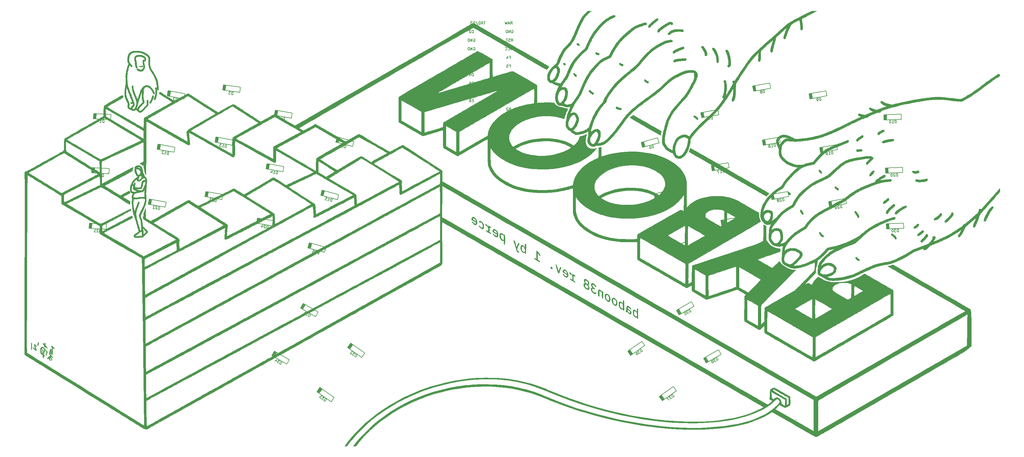
<source format=gbr>
G04 #@! TF.GenerationSoftware,KiCad,Pcbnew,(5.1.5)-1*
G04 #@! TF.CreationDate,2021-07-11T17:01:57-04:00*
G04 #@! TF.ProjectId,baboon38 v0.4,6261626f-6f6e-4333-9820-76302e342e6b,rev?*
G04 #@! TF.SameCoordinates,Original*
G04 #@! TF.FileFunction,Legend,Bot*
G04 #@! TF.FilePolarity,Positive*
%FSLAX46Y46*%
G04 Gerber Fmt 4.6, Leading zero omitted, Abs format (unit mm)*
G04 Created by KiCad (PCBNEW (5.1.5)-1) date 2021-07-11 17:01:57*
%MOMM*%
%LPD*%
G04 APERTURE LIST*
%ADD10C,0.010000*%
%ADD11C,0.150000*%
G04 APERTURE END LIST*
D10*
G36*
X46316083Y-62536818D02*
G01*
X46019407Y-62676475D01*
X45773819Y-62884592D01*
X45611635Y-63140129D01*
X45606072Y-63154361D01*
X45581116Y-63284126D01*
X45565297Y-63496744D01*
X45560826Y-63755172D01*
X45563055Y-63874928D01*
X45579560Y-64184900D01*
X45612909Y-64420172D01*
X45671876Y-64625869D01*
X45742357Y-64797163D01*
X45882603Y-65103722D01*
X45988721Y-65319765D01*
X46073139Y-65465480D01*
X46148286Y-65561056D01*
X46226589Y-65626681D01*
X46269815Y-65653984D01*
X46383489Y-65753027D01*
X46435377Y-65860332D01*
X46417461Y-65942620D01*
X46345494Y-65968085D01*
X46249854Y-66006593D01*
X46090399Y-66109958D01*
X45890019Y-66259943D01*
X45671607Y-66438311D01*
X45458053Y-66626823D01*
X45272248Y-66807242D01*
X45213901Y-66869640D01*
X45062066Y-67073538D01*
X44890698Y-67360506D01*
X44715193Y-67698713D01*
X44550951Y-68056328D01*
X44413368Y-68401519D01*
X44317842Y-68702455D01*
X44307917Y-68742552D01*
X44255119Y-69045589D01*
X44226479Y-69381034D01*
X44222238Y-69712920D01*
X44242636Y-70005285D01*
X44287913Y-70222163D01*
X44297868Y-70248382D01*
X44400568Y-70386980D01*
X44573109Y-70529774D01*
X44770999Y-70646918D01*
X44949746Y-70708563D01*
X44988685Y-70711820D01*
X45008234Y-70763580D01*
X44976073Y-70911273D01*
X44915998Y-71087116D01*
X44801269Y-71419440D01*
X44739580Y-71676489D01*
X44727253Y-71888844D01*
X44760606Y-72087087D01*
X44785828Y-72169028D01*
X44839874Y-72381836D01*
X44842091Y-72588723D01*
X44815909Y-72761002D01*
X44758878Y-73209271D01*
X44748073Y-73721882D01*
X44783974Y-74312751D01*
X44867059Y-74995797D01*
X44900404Y-75215366D01*
X44978454Y-75699653D01*
X45046019Y-76088301D01*
X45108880Y-76404659D01*
X45172815Y-76672074D01*
X45243603Y-76913897D01*
X45327024Y-77153476D01*
X45428856Y-77414160D01*
X45468894Y-77512223D01*
X45579532Y-77796536D01*
X45678515Y-78078323D01*
X45751534Y-78315569D01*
X45775670Y-78412933D01*
X45817417Y-78584810D01*
X45886860Y-78840827D01*
X45975448Y-79150626D01*
X46074628Y-79483854D01*
X46109773Y-79598818D01*
X46226195Y-79986374D01*
X46349422Y-80412497D01*
X46465377Y-80827599D01*
X46559981Y-81182091D01*
X46566534Y-81207632D01*
X46755152Y-81945760D01*
X46611973Y-82098288D01*
X46496994Y-82197016D01*
X46310067Y-82332566D01*
X46083470Y-82482094D01*
X45974413Y-82549515D01*
X45683697Y-82734665D01*
X45486620Y-82887408D01*
X45367468Y-83024980D01*
X45310526Y-83164615D01*
X45299208Y-83290075D01*
X45317434Y-83466403D01*
X45380604Y-83591646D01*
X45505976Y-83675585D01*
X45710809Y-83728004D01*
X46012361Y-83758685D01*
X46138534Y-83765831D01*
X46426304Y-83773610D01*
X46691476Y-83769260D01*
X46897080Y-83753949D01*
X46979196Y-83739254D01*
X47168930Y-83711010D01*
X47400802Y-83707645D01*
X47492411Y-83714527D01*
X47743868Y-83727951D01*
X47911648Y-83694312D01*
X48026703Y-83602372D01*
X48092885Y-83496449D01*
X48188001Y-83374428D01*
X48349340Y-83224085D01*
X48526007Y-83089436D01*
X48827443Y-82860056D01*
X49085550Y-82619292D01*
X49284277Y-82385573D01*
X49407575Y-82177327D01*
X49418395Y-82132646D01*
X48990780Y-82132646D01*
X48635787Y-82456985D01*
X48465001Y-82608530D01*
X48327497Y-82722233D01*
X48247250Y-82778512D01*
X48238630Y-82781324D01*
X48206507Y-82727766D01*
X48180264Y-82622181D01*
X47727318Y-82622181D01*
X47722549Y-82900598D01*
X47715142Y-83004334D01*
X47684901Y-83317414D01*
X47437131Y-83285392D01*
X47206478Y-83280056D01*
X46972207Y-83309550D01*
X46949173Y-83315066D01*
X46749636Y-83345209D01*
X46501129Y-83355017D01*
X46354903Y-83349255D01*
X46135599Y-83334059D01*
X45946024Y-83324069D01*
X45859513Y-83321749D01*
X45751705Y-83307931D01*
X45732762Y-83262782D01*
X45807533Y-83180763D01*
X45980867Y-83056334D01*
X46226060Y-82902955D01*
X46475780Y-82739144D01*
X46711480Y-82562095D01*
X46895556Y-82400884D01*
X46949631Y-82343488D01*
X47105185Y-82182902D01*
X47249354Y-82097457D01*
X47425397Y-82058790D01*
X47685450Y-82026800D01*
X47715417Y-82359027D01*
X47727318Y-82622181D01*
X48180264Y-82622181D01*
X48172707Y-82591777D01*
X48158280Y-82502730D01*
X48135927Y-82274002D01*
X48122181Y-82006874D01*
X48120095Y-81879586D01*
X48102626Y-81625703D01*
X48049312Y-81480509D01*
X48030024Y-81460283D01*
X47971371Y-81368987D01*
X47941711Y-81245930D01*
X47946888Y-81140083D01*
X47987040Y-81100000D01*
X48050338Y-81142551D01*
X48177514Y-81259893D01*
X48353224Y-81436554D01*
X48562127Y-81657064D01*
X48788878Y-81905953D01*
X48811734Y-81931571D01*
X48990780Y-82132646D01*
X49418395Y-82132646D01*
X49441135Y-82038747D01*
X49399341Y-81929601D01*
X49294165Y-81790934D01*
X49240537Y-81736860D01*
X49119891Y-81619765D01*
X48941166Y-81440202D01*
X48728802Y-81222959D01*
X48514704Y-81000641D01*
X47989469Y-80450927D01*
X47881504Y-79679601D01*
X47792914Y-79112043D01*
X47699145Y-78646556D01*
X47595918Y-78265119D01*
X47478952Y-77949713D01*
X47461024Y-77909332D01*
X47379992Y-77686574D01*
X47346597Y-77463233D01*
X47364997Y-77222646D01*
X47439351Y-76948147D01*
X47573814Y-76623074D01*
X47772546Y-76230763D01*
X47967107Y-75880916D01*
X48319611Y-75224703D01*
X48589351Y-74631501D01*
X48782199Y-74083285D01*
X48904029Y-73562033D01*
X48960712Y-73049720D01*
X48966528Y-72813475D01*
X48963844Y-72530810D01*
X48961252Y-72397796D01*
X48600473Y-72397796D01*
X48598378Y-72650671D01*
X48548686Y-73182593D01*
X48411644Y-73773873D01*
X48192962Y-74407954D01*
X47898347Y-75068279D01*
X47534415Y-75736764D01*
X47273454Y-76193048D01*
X47082652Y-76572920D01*
X46957692Y-76894180D01*
X46894255Y-77174628D01*
X46888023Y-77432063D01*
X46934677Y-77684285D01*
X47009563Y-77900181D01*
X47141987Y-78247233D01*
X47242152Y-78565143D01*
X47320000Y-78894079D01*
X47385478Y-79274203D01*
X47430118Y-79598818D01*
X47462739Y-79901443D01*
X47488493Y-80234703D01*
X47506818Y-80575815D01*
X47517151Y-80901997D01*
X47518928Y-81190467D01*
X47511586Y-81418443D01*
X47494563Y-81563144D01*
X47479590Y-81600394D01*
X47395602Y-81629726D01*
X47269425Y-81640425D01*
X47145033Y-81621609D01*
X47101842Y-81544825D01*
X47099291Y-81495109D01*
X47090426Y-81414348D01*
X47062074Y-81278499D01*
X47011600Y-81078002D01*
X46936367Y-80803293D01*
X46833742Y-80444812D01*
X46701088Y-79992996D01*
X46535769Y-79438283D01*
X46493881Y-79298581D01*
X46395167Y-78966630D01*
X46320814Y-78704510D01*
X46262477Y-78476467D01*
X46211811Y-78246748D01*
X46160469Y-77979598D01*
X46100106Y-77639266D01*
X46081392Y-77531422D01*
X46016167Y-77082367D01*
X45993455Y-76695118D01*
X46017437Y-76335411D01*
X46092295Y-75968982D01*
X46222209Y-75561567D01*
X46367679Y-75185342D01*
X46500961Y-74845255D01*
X46636158Y-74479711D01*
X46755840Y-74136904D01*
X46830126Y-73906734D01*
X46907060Y-73647659D01*
X46949935Y-73477661D01*
X46961363Y-73371457D01*
X46943956Y-73303765D01*
X46900326Y-73249303D01*
X46898262Y-73247232D01*
X46815910Y-73189123D01*
X46737779Y-73195330D01*
X46656729Y-73276124D01*
X46565622Y-73441778D01*
X46457318Y-73702564D01*
X46324679Y-74068754D01*
X46322023Y-74076379D01*
X46200704Y-74415781D01*
X46072647Y-74758848D01*
X45952300Y-75067743D01*
X45854114Y-75304627D01*
X45845569Y-75324028D01*
X45743831Y-75571887D01*
X45658155Y-75814193D01*
X45605765Y-76001858D01*
X45603237Y-76014572D01*
X45579576Y-76125677D01*
X45557509Y-76180582D01*
X45533635Y-76168896D01*
X45504555Y-76080231D01*
X45466871Y-75904196D01*
X45417182Y-75630403D01*
X45352091Y-75248462D01*
X45351574Y-75245390D01*
X45253236Y-74553540D01*
X45199092Y-73918255D01*
X45189944Y-73356592D01*
X45226592Y-72885611D01*
X45237389Y-72816061D01*
X45305301Y-72413434D01*
X45766953Y-72440001D01*
X46145698Y-72439714D01*
X46549122Y-72391389D01*
X46813019Y-72339785D01*
X47252846Y-72256969D01*
X47612753Y-72220630D01*
X47923255Y-72230058D01*
X48214867Y-72284542D01*
X48289338Y-72305399D01*
X48600473Y-72397796D01*
X48961252Y-72397796D01*
X48956857Y-72172350D01*
X48946601Y-71782275D01*
X48934105Y-71404766D01*
X48932883Y-71372340D01*
X48925264Y-70871333D01*
X48935811Y-70320707D01*
X48962819Y-69789281D01*
X48976429Y-69613767D01*
X48977401Y-69600945D01*
X48549275Y-69600945D01*
X48514827Y-69985049D01*
X48501285Y-70199049D01*
X48490247Y-70493439D01*
X48482889Y-70828519D01*
X48480378Y-71147384D01*
X48479216Y-71465061D01*
X48474029Y-71680456D01*
X48462267Y-71811373D01*
X48441382Y-71875617D01*
X48408823Y-71890989D01*
X48375296Y-71881194D01*
X48181979Y-71834087D01*
X47903811Y-71810804D01*
X47573561Y-71810904D01*
X47223994Y-71833942D01*
X46887877Y-71879476D01*
X46769031Y-71902905D01*
X46400467Y-71976563D01*
X46111010Y-72015455D01*
X45865365Y-72021359D01*
X45628241Y-71996055D01*
X45480970Y-71967837D01*
X45300976Y-71922257D01*
X45210433Y-71871915D01*
X45179844Y-71795505D01*
X45177778Y-71748825D01*
X45198638Y-71612893D01*
X45252029Y-71410244D01*
X45324169Y-71183176D01*
X45401275Y-70973989D01*
X45469566Y-70824982D01*
X45488433Y-70795404D01*
X45571845Y-70753280D01*
X45734871Y-70713939D01*
X45883611Y-70692713D01*
X46091342Y-70662868D01*
X46372036Y-70611713D01*
X46682266Y-70547522D01*
X46873620Y-70504046D01*
X47145840Y-70441834D01*
X47382094Y-70391800D01*
X47553498Y-70359826D01*
X47624211Y-70351201D01*
X47919988Y-70307674D01*
X48134030Y-70183421D01*
X46258114Y-70183421D01*
X46248070Y-70211315D01*
X46179029Y-70230282D01*
X46134222Y-70238549D01*
X45913736Y-70264929D01*
X45636563Y-70279877D01*
X45348913Y-70282744D01*
X45096999Y-70272881D01*
X44951135Y-70255168D01*
X44832029Y-70213910D01*
X44757057Y-70126894D01*
X44696712Y-69958653D01*
X44692728Y-69944543D01*
X44659579Y-69707486D01*
X44662640Y-69401162D01*
X44697935Y-69069480D01*
X44761493Y-68756346D01*
X44815837Y-68584189D01*
X44882907Y-68408094D01*
X45035507Y-68560694D01*
X45131467Y-68671768D01*
X45158413Y-68773764D01*
X45129438Y-68924340D01*
X45123230Y-68946955D01*
X45072221Y-69158185D01*
X45061624Y-69321623D01*
X45104194Y-69455422D01*
X45212687Y-69577735D01*
X45399855Y-69706716D01*
X45678455Y-69860520D01*
X45814750Y-69931205D01*
X46053405Y-70054864D01*
X46197209Y-70135104D01*
X46258114Y-70183421D01*
X48134030Y-70183421D01*
X48155672Y-70170858D01*
X48352379Y-69928233D01*
X48360751Y-69914464D01*
X48549275Y-69600945D01*
X48977401Y-69600945D01*
X49000583Y-69295223D01*
X49015432Y-69016040D01*
X49020215Y-68799559D01*
X49014172Y-68669121D01*
X49007997Y-68645194D01*
X49000272Y-68553575D01*
X49017782Y-68376684D01*
X49056825Y-68145808D01*
X49080595Y-68031900D01*
X49175829Y-67486441D01*
X49178610Y-67432678D01*
X48748847Y-67432678D01*
X48740760Y-67612221D01*
X48693253Y-67861543D01*
X48612439Y-68161324D01*
X48504432Y-68492243D01*
X48375348Y-68834980D01*
X48231301Y-69170213D01*
X48078404Y-69478622D01*
X47981643Y-69648224D01*
X47806797Y-69935691D01*
X47438032Y-69899190D01*
X47166159Y-69866792D01*
X46879027Y-69824362D01*
X46739007Y-69799908D01*
X46490741Y-69736219D01*
X46240305Y-69646834D01*
X46143612Y-69602872D01*
X45878478Y-69468616D01*
X46705015Y-69437077D01*
X47045704Y-69421983D01*
X47287271Y-69404852D01*
X47450679Y-69382432D01*
X47556895Y-69351476D01*
X47626884Y-69308732D01*
X47645849Y-69291241D01*
X47703292Y-69188498D01*
X47773745Y-68996582D01*
X47849703Y-68744650D01*
X47923660Y-68461859D01*
X47988113Y-68177364D01*
X48035556Y-67920323D01*
X48058484Y-67719891D01*
X48059503Y-67684160D01*
X48093554Y-67515705D01*
X48159425Y-67398936D01*
X48298797Y-67318886D01*
X48488402Y-67290522D01*
X48667299Y-67320103D01*
X48711399Y-67342235D01*
X48748847Y-67432678D01*
X49178610Y-67432678D01*
X49199646Y-67026040D01*
X49170592Y-66791073D01*
X48769898Y-66791073D01*
X48710557Y-66849007D01*
X48557356Y-66867795D01*
X48474631Y-66868794D01*
X48151725Y-66908221D01*
X47910026Y-67030634D01*
X47743258Y-67242227D01*
X47645141Y-67549198D01*
X47622753Y-67709456D01*
X47591085Y-67943738D01*
X47541051Y-68229076D01*
X47488890Y-68479116D01*
X47424685Y-68724360D01*
X47362589Y-68874514D01*
X47291247Y-68953824D01*
X47258685Y-68970699D01*
X47114380Y-69001154D01*
X46884170Y-69019448D01*
X46601676Y-69025061D01*
X46300524Y-69017473D01*
X46014335Y-68996163D01*
X45965904Y-68990698D01*
X45643154Y-68951944D01*
X45680834Y-68615925D01*
X45710640Y-68354211D01*
X45742579Y-68079733D01*
X45755155Y-67973680D01*
X45770953Y-67787747D01*
X45756301Y-67686045D01*
X45704010Y-67634985D01*
X45680467Y-67624734D01*
X45560813Y-67634742D01*
X45448580Y-67730120D01*
X45373216Y-67878180D01*
X45357920Y-67982777D01*
X45333055Y-68121114D01*
X45256615Y-68151321D01*
X45156861Y-68098997D01*
X45102913Y-68050579D01*
X45087101Y-67990960D01*
X45113938Y-67891721D01*
X45187935Y-67724444D01*
X45230596Y-67634532D01*
X45482504Y-67229133D01*
X45755448Y-66927322D01*
X45927726Y-66768325D01*
X46034832Y-66684173D01*
X46096212Y-66664489D01*
X46131308Y-66698894D01*
X46140900Y-66721580D01*
X46246910Y-66897985D01*
X46410126Y-67065613D01*
X46585998Y-67181970D01*
X46646423Y-67203789D01*
X46885006Y-67203150D01*
X47158643Y-67094154D01*
X47459801Y-66880733D01*
X47699820Y-66653855D01*
X47895339Y-66458229D01*
X48040020Y-66337625D01*
X48159519Y-66274485D01*
X48279494Y-66251249D01*
X48289002Y-66250639D01*
X48429158Y-66254920D01*
X48523420Y-66306637D01*
X48614409Y-66433398D01*
X48640742Y-66478487D01*
X48743815Y-66674172D01*
X48769898Y-66791073D01*
X49170592Y-66791073D01*
X49151790Y-66639017D01*
X49043259Y-66335749D01*
X48909482Y-66118762D01*
X48838520Y-66038068D01*
X47715017Y-66038068D01*
X47452189Y-66310328D01*
X47266238Y-66488009D01*
X47077421Y-66643929D01*
X46913192Y-66757391D01*
X46801002Y-66807698D01*
X46791395Y-66808522D01*
X46726026Y-66768404D01*
X46682540Y-66722989D01*
X46644847Y-66632883D01*
X46679495Y-66508000D01*
X46703493Y-66459080D01*
X46774855Y-66277755D01*
X46829613Y-66065570D01*
X46834887Y-66035363D01*
X46874316Y-65876251D01*
X46951401Y-65766787D01*
X47099385Y-65664370D01*
X47144404Y-65638752D01*
X47318874Y-65542567D01*
X47413049Y-65500246D01*
X47451681Y-65507453D01*
X47459525Y-65559849D01*
X47459575Y-65583520D01*
X47492735Y-65694325D01*
X47573908Y-65839373D01*
X47587296Y-65858701D01*
X47715017Y-66038068D01*
X48838520Y-66038068D01*
X48754861Y-65942936D01*
X48686933Y-65889103D01*
X48517342Y-65726994D01*
X48475403Y-65617692D01*
X48027849Y-65617692D01*
X48001218Y-65667596D01*
X47996629Y-65667848D01*
X47933914Y-65618102D01*
X47878419Y-65513821D01*
X47829697Y-65358801D01*
X47825674Y-65280468D01*
X47864556Y-65293383D01*
X47899952Y-65339239D01*
X47991506Y-65499445D01*
X48027849Y-65617692D01*
X48475403Y-65617692D01*
X48448797Y-65548354D01*
X48395660Y-65382167D01*
X48298975Y-65169676D01*
X48209340Y-65007443D01*
X48102693Y-64813475D01*
X48035345Y-64632632D01*
X48002104Y-64460345D01*
X47338161Y-64460345D01*
X47300366Y-64665545D01*
X47206471Y-64895182D01*
X47081269Y-65098573D01*
X46970683Y-65211607D01*
X46781337Y-65290384D01*
X46591726Y-65281469D01*
X46440935Y-65190601D01*
X46397596Y-65127423D01*
X46185867Y-64662716D01*
X46053447Y-64276958D01*
X46000430Y-63972293D01*
X46026910Y-63750863D01*
X46132981Y-63614813D01*
X46318737Y-63566285D01*
X46329011Y-63566194D01*
X46514651Y-63595051D01*
X46675066Y-63654251D01*
X46844065Y-63771935D01*
X47020419Y-63942110D01*
X47178581Y-64133718D01*
X47293005Y-64315706D01*
X47338145Y-64457016D01*
X47338161Y-64460345D01*
X48002104Y-64460345D01*
X47994055Y-64418632D01*
X47968802Y-64166666D01*
X47893364Y-63688871D01*
X47459575Y-63688871D01*
X47419696Y-63686842D01*
X47314759Y-63616997D01*
X47166812Y-63494194D01*
X47154956Y-63483586D01*
X46950459Y-63322289D01*
X46760777Y-63212245D01*
X46659566Y-63178629D01*
X46456279Y-63149783D01*
X46288653Y-63130872D01*
X46108511Y-63114193D01*
X46300683Y-63009933D01*
X46565552Y-62914563D01*
X46808107Y-62934824D01*
X47044127Y-63072457D01*
X47070245Y-63094729D01*
X47246547Y-63277960D01*
X47382242Y-63472300D01*
X47453933Y-63642046D01*
X47459575Y-63688871D01*
X47893364Y-63688871D01*
X47889445Y-63664056D01*
X47740763Y-63242053D01*
X47527861Y-62907070D01*
X47255845Y-62665524D01*
X46929821Y-62523828D01*
X46631532Y-62486661D01*
X46316083Y-62536818D01*
G37*
X46316083Y-62536818D02*
X46019407Y-62676475D01*
X45773819Y-62884592D01*
X45611635Y-63140129D01*
X45606072Y-63154361D01*
X45581116Y-63284126D01*
X45565297Y-63496744D01*
X45560826Y-63755172D01*
X45563055Y-63874928D01*
X45579560Y-64184900D01*
X45612909Y-64420172D01*
X45671876Y-64625869D01*
X45742357Y-64797163D01*
X45882603Y-65103722D01*
X45988721Y-65319765D01*
X46073139Y-65465480D01*
X46148286Y-65561056D01*
X46226589Y-65626681D01*
X46269815Y-65653984D01*
X46383489Y-65753027D01*
X46435377Y-65860332D01*
X46417461Y-65942620D01*
X46345494Y-65968085D01*
X46249854Y-66006593D01*
X46090399Y-66109958D01*
X45890019Y-66259943D01*
X45671607Y-66438311D01*
X45458053Y-66626823D01*
X45272248Y-66807242D01*
X45213901Y-66869640D01*
X45062066Y-67073538D01*
X44890698Y-67360506D01*
X44715193Y-67698713D01*
X44550951Y-68056328D01*
X44413368Y-68401519D01*
X44317842Y-68702455D01*
X44307917Y-68742552D01*
X44255119Y-69045589D01*
X44226479Y-69381034D01*
X44222238Y-69712920D01*
X44242636Y-70005285D01*
X44287913Y-70222163D01*
X44297868Y-70248382D01*
X44400568Y-70386980D01*
X44573109Y-70529774D01*
X44770999Y-70646918D01*
X44949746Y-70708563D01*
X44988685Y-70711820D01*
X45008234Y-70763580D01*
X44976073Y-70911273D01*
X44915998Y-71087116D01*
X44801269Y-71419440D01*
X44739580Y-71676489D01*
X44727253Y-71888844D01*
X44760606Y-72087087D01*
X44785828Y-72169028D01*
X44839874Y-72381836D01*
X44842091Y-72588723D01*
X44815909Y-72761002D01*
X44758878Y-73209271D01*
X44748073Y-73721882D01*
X44783974Y-74312751D01*
X44867059Y-74995797D01*
X44900404Y-75215366D01*
X44978454Y-75699653D01*
X45046019Y-76088301D01*
X45108880Y-76404659D01*
X45172815Y-76672074D01*
X45243603Y-76913897D01*
X45327024Y-77153476D01*
X45428856Y-77414160D01*
X45468894Y-77512223D01*
X45579532Y-77796536D01*
X45678515Y-78078323D01*
X45751534Y-78315569D01*
X45775670Y-78412933D01*
X45817417Y-78584810D01*
X45886860Y-78840827D01*
X45975448Y-79150626D01*
X46074628Y-79483854D01*
X46109773Y-79598818D01*
X46226195Y-79986374D01*
X46349422Y-80412497D01*
X46465377Y-80827599D01*
X46559981Y-81182091D01*
X46566534Y-81207632D01*
X46755152Y-81945760D01*
X46611973Y-82098288D01*
X46496994Y-82197016D01*
X46310067Y-82332566D01*
X46083470Y-82482094D01*
X45974413Y-82549515D01*
X45683697Y-82734665D01*
X45486620Y-82887408D01*
X45367468Y-83024980D01*
X45310526Y-83164615D01*
X45299208Y-83290075D01*
X45317434Y-83466403D01*
X45380604Y-83591646D01*
X45505976Y-83675585D01*
X45710809Y-83728004D01*
X46012361Y-83758685D01*
X46138534Y-83765831D01*
X46426304Y-83773610D01*
X46691476Y-83769260D01*
X46897080Y-83753949D01*
X46979196Y-83739254D01*
X47168930Y-83711010D01*
X47400802Y-83707645D01*
X47492411Y-83714527D01*
X47743868Y-83727951D01*
X47911648Y-83694312D01*
X48026703Y-83602372D01*
X48092885Y-83496449D01*
X48188001Y-83374428D01*
X48349340Y-83224085D01*
X48526007Y-83089436D01*
X48827443Y-82860056D01*
X49085550Y-82619292D01*
X49284277Y-82385573D01*
X49407575Y-82177327D01*
X49418395Y-82132646D01*
X48990780Y-82132646D01*
X48635787Y-82456985D01*
X48465001Y-82608530D01*
X48327497Y-82722233D01*
X48247250Y-82778512D01*
X48238630Y-82781324D01*
X48206507Y-82727766D01*
X48180264Y-82622181D01*
X47727318Y-82622181D01*
X47722549Y-82900598D01*
X47715142Y-83004334D01*
X47684901Y-83317414D01*
X47437131Y-83285392D01*
X47206478Y-83280056D01*
X46972207Y-83309550D01*
X46949173Y-83315066D01*
X46749636Y-83345209D01*
X46501129Y-83355017D01*
X46354903Y-83349255D01*
X46135599Y-83334059D01*
X45946024Y-83324069D01*
X45859513Y-83321749D01*
X45751705Y-83307931D01*
X45732762Y-83262782D01*
X45807533Y-83180763D01*
X45980867Y-83056334D01*
X46226060Y-82902955D01*
X46475780Y-82739144D01*
X46711480Y-82562095D01*
X46895556Y-82400884D01*
X46949631Y-82343488D01*
X47105185Y-82182902D01*
X47249354Y-82097457D01*
X47425397Y-82058790D01*
X47685450Y-82026800D01*
X47715417Y-82359027D01*
X47727318Y-82622181D01*
X48180264Y-82622181D01*
X48172707Y-82591777D01*
X48158280Y-82502730D01*
X48135927Y-82274002D01*
X48122181Y-82006874D01*
X48120095Y-81879586D01*
X48102626Y-81625703D01*
X48049312Y-81480509D01*
X48030024Y-81460283D01*
X47971371Y-81368987D01*
X47941711Y-81245930D01*
X47946888Y-81140083D01*
X47987040Y-81100000D01*
X48050338Y-81142551D01*
X48177514Y-81259893D01*
X48353224Y-81436554D01*
X48562127Y-81657064D01*
X48788878Y-81905953D01*
X48811734Y-81931571D01*
X48990780Y-82132646D01*
X49418395Y-82132646D01*
X49441135Y-82038747D01*
X49399341Y-81929601D01*
X49294165Y-81790934D01*
X49240537Y-81736860D01*
X49119891Y-81619765D01*
X48941166Y-81440202D01*
X48728802Y-81222959D01*
X48514704Y-81000641D01*
X47989469Y-80450927D01*
X47881504Y-79679601D01*
X47792914Y-79112043D01*
X47699145Y-78646556D01*
X47595918Y-78265119D01*
X47478952Y-77949713D01*
X47461024Y-77909332D01*
X47379992Y-77686574D01*
X47346597Y-77463233D01*
X47364997Y-77222646D01*
X47439351Y-76948147D01*
X47573814Y-76623074D01*
X47772546Y-76230763D01*
X47967107Y-75880916D01*
X48319611Y-75224703D01*
X48589351Y-74631501D01*
X48782199Y-74083285D01*
X48904029Y-73562033D01*
X48960712Y-73049720D01*
X48966528Y-72813475D01*
X48963844Y-72530810D01*
X48961252Y-72397796D01*
X48600473Y-72397796D01*
X48598378Y-72650671D01*
X48548686Y-73182593D01*
X48411644Y-73773873D01*
X48192962Y-74407954D01*
X47898347Y-75068279D01*
X47534415Y-75736764D01*
X47273454Y-76193048D01*
X47082652Y-76572920D01*
X46957692Y-76894180D01*
X46894255Y-77174628D01*
X46888023Y-77432063D01*
X46934677Y-77684285D01*
X47009563Y-77900181D01*
X47141987Y-78247233D01*
X47242152Y-78565143D01*
X47320000Y-78894079D01*
X47385478Y-79274203D01*
X47430118Y-79598818D01*
X47462739Y-79901443D01*
X47488493Y-80234703D01*
X47506818Y-80575815D01*
X47517151Y-80901997D01*
X47518928Y-81190467D01*
X47511586Y-81418443D01*
X47494563Y-81563144D01*
X47479590Y-81600394D01*
X47395602Y-81629726D01*
X47269425Y-81640425D01*
X47145033Y-81621609D01*
X47101842Y-81544825D01*
X47099291Y-81495109D01*
X47090426Y-81414348D01*
X47062074Y-81278499D01*
X47011600Y-81078002D01*
X46936367Y-80803293D01*
X46833742Y-80444812D01*
X46701088Y-79992996D01*
X46535769Y-79438283D01*
X46493881Y-79298581D01*
X46395167Y-78966630D01*
X46320814Y-78704510D01*
X46262477Y-78476467D01*
X46211811Y-78246748D01*
X46160469Y-77979598D01*
X46100106Y-77639266D01*
X46081392Y-77531422D01*
X46016167Y-77082367D01*
X45993455Y-76695118D01*
X46017437Y-76335411D01*
X46092295Y-75968982D01*
X46222209Y-75561567D01*
X46367679Y-75185342D01*
X46500961Y-74845255D01*
X46636158Y-74479711D01*
X46755840Y-74136904D01*
X46830126Y-73906734D01*
X46907060Y-73647659D01*
X46949935Y-73477661D01*
X46961363Y-73371457D01*
X46943956Y-73303765D01*
X46900326Y-73249303D01*
X46898262Y-73247232D01*
X46815910Y-73189123D01*
X46737779Y-73195330D01*
X46656729Y-73276124D01*
X46565622Y-73441778D01*
X46457318Y-73702564D01*
X46324679Y-74068754D01*
X46322023Y-74076379D01*
X46200704Y-74415781D01*
X46072647Y-74758848D01*
X45952300Y-75067743D01*
X45854114Y-75304627D01*
X45845569Y-75324028D01*
X45743831Y-75571887D01*
X45658155Y-75814193D01*
X45605765Y-76001858D01*
X45603237Y-76014572D01*
X45579576Y-76125677D01*
X45557509Y-76180582D01*
X45533635Y-76168896D01*
X45504555Y-76080231D01*
X45466871Y-75904196D01*
X45417182Y-75630403D01*
X45352091Y-75248462D01*
X45351574Y-75245390D01*
X45253236Y-74553540D01*
X45199092Y-73918255D01*
X45189944Y-73356592D01*
X45226592Y-72885611D01*
X45237389Y-72816061D01*
X45305301Y-72413434D01*
X45766953Y-72440001D01*
X46145698Y-72439714D01*
X46549122Y-72391389D01*
X46813019Y-72339785D01*
X47252846Y-72256969D01*
X47612753Y-72220630D01*
X47923255Y-72230058D01*
X48214867Y-72284542D01*
X48289338Y-72305399D01*
X48600473Y-72397796D01*
X48961252Y-72397796D01*
X48956857Y-72172350D01*
X48946601Y-71782275D01*
X48934105Y-71404766D01*
X48932883Y-71372340D01*
X48925264Y-70871333D01*
X48935811Y-70320707D01*
X48962819Y-69789281D01*
X48976429Y-69613767D01*
X48977401Y-69600945D01*
X48549275Y-69600945D01*
X48514827Y-69985049D01*
X48501285Y-70199049D01*
X48490247Y-70493439D01*
X48482889Y-70828519D01*
X48480378Y-71147384D01*
X48479216Y-71465061D01*
X48474029Y-71680456D01*
X48462267Y-71811373D01*
X48441382Y-71875617D01*
X48408823Y-71890989D01*
X48375296Y-71881194D01*
X48181979Y-71834087D01*
X47903811Y-71810804D01*
X47573561Y-71810904D01*
X47223994Y-71833942D01*
X46887877Y-71879476D01*
X46769031Y-71902905D01*
X46400467Y-71976563D01*
X46111010Y-72015455D01*
X45865365Y-72021359D01*
X45628241Y-71996055D01*
X45480970Y-71967837D01*
X45300976Y-71922257D01*
X45210433Y-71871915D01*
X45179844Y-71795505D01*
X45177778Y-71748825D01*
X45198638Y-71612893D01*
X45252029Y-71410244D01*
X45324169Y-71183176D01*
X45401275Y-70973989D01*
X45469566Y-70824982D01*
X45488433Y-70795404D01*
X45571845Y-70753280D01*
X45734871Y-70713939D01*
X45883611Y-70692713D01*
X46091342Y-70662868D01*
X46372036Y-70611713D01*
X46682266Y-70547522D01*
X46873620Y-70504046D01*
X47145840Y-70441834D01*
X47382094Y-70391800D01*
X47553498Y-70359826D01*
X47624211Y-70351201D01*
X47919988Y-70307674D01*
X48134030Y-70183421D01*
X46258114Y-70183421D01*
X46248070Y-70211315D01*
X46179029Y-70230282D01*
X46134222Y-70238549D01*
X45913736Y-70264929D01*
X45636563Y-70279877D01*
X45348913Y-70282744D01*
X45096999Y-70272881D01*
X44951135Y-70255168D01*
X44832029Y-70213910D01*
X44757057Y-70126894D01*
X44696712Y-69958653D01*
X44692728Y-69944543D01*
X44659579Y-69707486D01*
X44662640Y-69401162D01*
X44697935Y-69069480D01*
X44761493Y-68756346D01*
X44815837Y-68584189D01*
X44882907Y-68408094D01*
X45035507Y-68560694D01*
X45131467Y-68671768D01*
X45158413Y-68773764D01*
X45129438Y-68924340D01*
X45123230Y-68946955D01*
X45072221Y-69158185D01*
X45061624Y-69321623D01*
X45104194Y-69455422D01*
X45212687Y-69577735D01*
X45399855Y-69706716D01*
X45678455Y-69860520D01*
X45814750Y-69931205D01*
X46053405Y-70054864D01*
X46197209Y-70135104D01*
X46258114Y-70183421D01*
X48134030Y-70183421D01*
X48155672Y-70170858D01*
X48352379Y-69928233D01*
X48360751Y-69914464D01*
X48549275Y-69600945D01*
X48977401Y-69600945D01*
X49000583Y-69295223D01*
X49015432Y-69016040D01*
X49020215Y-68799559D01*
X49014172Y-68669121D01*
X49007997Y-68645194D01*
X49000272Y-68553575D01*
X49017782Y-68376684D01*
X49056825Y-68145808D01*
X49080595Y-68031900D01*
X49175829Y-67486441D01*
X49178610Y-67432678D01*
X48748847Y-67432678D01*
X48740760Y-67612221D01*
X48693253Y-67861543D01*
X48612439Y-68161324D01*
X48504432Y-68492243D01*
X48375348Y-68834980D01*
X48231301Y-69170213D01*
X48078404Y-69478622D01*
X47981643Y-69648224D01*
X47806797Y-69935691D01*
X47438032Y-69899190D01*
X47166159Y-69866792D01*
X46879027Y-69824362D01*
X46739007Y-69799908D01*
X46490741Y-69736219D01*
X46240305Y-69646834D01*
X46143612Y-69602872D01*
X45878478Y-69468616D01*
X46705015Y-69437077D01*
X47045704Y-69421983D01*
X47287271Y-69404852D01*
X47450679Y-69382432D01*
X47556895Y-69351476D01*
X47626884Y-69308732D01*
X47645849Y-69291241D01*
X47703292Y-69188498D01*
X47773745Y-68996582D01*
X47849703Y-68744650D01*
X47923660Y-68461859D01*
X47988113Y-68177364D01*
X48035556Y-67920323D01*
X48058484Y-67719891D01*
X48059503Y-67684160D01*
X48093554Y-67515705D01*
X48159425Y-67398936D01*
X48298797Y-67318886D01*
X48488402Y-67290522D01*
X48667299Y-67320103D01*
X48711399Y-67342235D01*
X48748847Y-67432678D01*
X49178610Y-67432678D01*
X49199646Y-67026040D01*
X49170592Y-66791073D01*
X48769898Y-66791073D01*
X48710557Y-66849007D01*
X48557356Y-66867795D01*
X48474631Y-66868794D01*
X48151725Y-66908221D01*
X47910026Y-67030634D01*
X47743258Y-67242227D01*
X47645141Y-67549198D01*
X47622753Y-67709456D01*
X47591085Y-67943738D01*
X47541051Y-68229076D01*
X47488890Y-68479116D01*
X47424685Y-68724360D01*
X47362589Y-68874514D01*
X47291247Y-68953824D01*
X47258685Y-68970699D01*
X47114380Y-69001154D01*
X46884170Y-69019448D01*
X46601676Y-69025061D01*
X46300524Y-69017473D01*
X46014335Y-68996163D01*
X45965904Y-68990698D01*
X45643154Y-68951944D01*
X45680834Y-68615925D01*
X45710640Y-68354211D01*
X45742579Y-68079733D01*
X45755155Y-67973680D01*
X45770953Y-67787747D01*
X45756301Y-67686045D01*
X45704010Y-67634985D01*
X45680467Y-67624734D01*
X45560813Y-67634742D01*
X45448580Y-67730120D01*
X45373216Y-67878180D01*
X45357920Y-67982777D01*
X45333055Y-68121114D01*
X45256615Y-68151321D01*
X45156861Y-68098997D01*
X45102913Y-68050579D01*
X45087101Y-67990960D01*
X45113938Y-67891721D01*
X45187935Y-67724444D01*
X45230596Y-67634532D01*
X45482504Y-67229133D01*
X45755448Y-66927322D01*
X45927726Y-66768325D01*
X46034832Y-66684173D01*
X46096212Y-66664489D01*
X46131308Y-66698894D01*
X46140900Y-66721580D01*
X46246910Y-66897985D01*
X46410126Y-67065613D01*
X46585998Y-67181970D01*
X46646423Y-67203789D01*
X46885006Y-67203150D01*
X47158643Y-67094154D01*
X47459801Y-66880733D01*
X47699820Y-66653855D01*
X47895339Y-66458229D01*
X48040020Y-66337625D01*
X48159519Y-66274485D01*
X48279494Y-66251249D01*
X48289002Y-66250639D01*
X48429158Y-66254920D01*
X48523420Y-66306637D01*
X48614409Y-66433398D01*
X48640742Y-66478487D01*
X48743815Y-66674172D01*
X48769898Y-66791073D01*
X49170592Y-66791073D01*
X49151790Y-66639017D01*
X49043259Y-66335749D01*
X48909482Y-66118762D01*
X48838520Y-66038068D01*
X47715017Y-66038068D01*
X47452189Y-66310328D01*
X47266238Y-66488009D01*
X47077421Y-66643929D01*
X46913192Y-66757391D01*
X46801002Y-66807698D01*
X46791395Y-66808522D01*
X46726026Y-66768404D01*
X46682540Y-66722989D01*
X46644847Y-66632883D01*
X46679495Y-66508000D01*
X46703493Y-66459080D01*
X46774855Y-66277755D01*
X46829613Y-66065570D01*
X46834887Y-66035363D01*
X46874316Y-65876251D01*
X46951401Y-65766787D01*
X47099385Y-65664370D01*
X47144404Y-65638752D01*
X47318874Y-65542567D01*
X47413049Y-65500246D01*
X47451681Y-65507453D01*
X47459525Y-65559849D01*
X47459575Y-65583520D01*
X47492735Y-65694325D01*
X47573908Y-65839373D01*
X47587296Y-65858701D01*
X47715017Y-66038068D01*
X48838520Y-66038068D01*
X48754861Y-65942936D01*
X48686933Y-65889103D01*
X48517342Y-65726994D01*
X48475403Y-65617692D01*
X48027849Y-65617692D01*
X48001218Y-65667596D01*
X47996629Y-65667848D01*
X47933914Y-65618102D01*
X47878419Y-65513821D01*
X47829697Y-65358801D01*
X47825674Y-65280468D01*
X47864556Y-65293383D01*
X47899952Y-65339239D01*
X47991506Y-65499445D01*
X48027849Y-65617692D01*
X48475403Y-65617692D01*
X48448797Y-65548354D01*
X48395660Y-65382167D01*
X48298975Y-65169676D01*
X48209340Y-65007443D01*
X48102693Y-64813475D01*
X48035345Y-64632632D01*
X48002104Y-64460345D01*
X47338161Y-64460345D01*
X47300366Y-64665545D01*
X47206471Y-64895182D01*
X47081269Y-65098573D01*
X46970683Y-65211607D01*
X46781337Y-65290384D01*
X46591726Y-65281469D01*
X46440935Y-65190601D01*
X46397596Y-65127423D01*
X46185867Y-64662716D01*
X46053447Y-64276958D01*
X46000430Y-63972293D01*
X46026910Y-63750863D01*
X46132981Y-63614813D01*
X46318737Y-63566285D01*
X46329011Y-63566194D01*
X46514651Y-63595051D01*
X46675066Y-63654251D01*
X46844065Y-63771935D01*
X47020419Y-63942110D01*
X47178581Y-64133718D01*
X47293005Y-64315706D01*
X47338145Y-64457016D01*
X47338161Y-64460345D01*
X48002104Y-64460345D01*
X47994055Y-64418632D01*
X47968802Y-64166666D01*
X47893364Y-63688871D01*
X47459575Y-63688871D01*
X47419696Y-63686842D01*
X47314759Y-63616997D01*
X47166812Y-63494194D01*
X47154956Y-63483586D01*
X46950459Y-63322289D01*
X46760777Y-63212245D01*
X46659566Y-63178629D01*
X46456279Y-63149783D01*
X46288653Y-63130872D01*
X46108511Y-63114193D01*
X46300683Y-63009933D01*
X46565552Y-62914563D01*
X46808107Y-62934824D01*
X47044127Y-63072457D01*
X47070245Y-63094729D01*
X47246547Y-63277960D01*
X47382242Y-63472300D01*
X47453933Y-63642046D01*
X47459575Y-63688871D01*
X47893364Y-63688871D01*
X47889445Y-63664056D01*
X47740763Y-63242053D01*
X47527861Y-62907070D01*
X47255845Y-62665524D01*
X46929821Y-62523828D01*
X46631532Y-62486661D01*
X46316083Y-62536818D01*
G36*
X17199865Y-114728391D02*
G01*
X17143192Y-114921631D01*
X17072809Y-115205270D01*
X17034425Y-115392598D01*
X17026628Y-115502656D01*
X17048006Y-115554486D01*
X17095315Y-115567139D01*
X17193058Y-115542131D01*
X17214230Y-115522104D01*
X17245904Y-115443621D01*
X17299946Y-115290114D01*
X17341655Y-115164948D01*
X17399434Y-114953114D01*
X17405564Y-114811925D01*
X17377561Y-114729605D01*
X17309735Y-114630925D01*
X17253742Y-114627867D01*
X17199865Y-114728391D01*
G37*
X17199865Y-114728391D02*
X17143192Y-114921631D01*
X17072809Y-115205270D01*
X17034425Y-115392598D01*
X17026628Y-115502656D01*
X17048006Y-115554486D01*
X17095315Y-115567139D01*
X17193058Y-115542131D01*
X17214230Y-115522104D01*
X17245904Y-115443621D01*
X17299946Y-115290114D01*
X17341655Y-115164948D01*
X17399434Y-114953114D01*
X17405564Y-114811925D01*
X17377561Y-114729605D01*
X17309735Y-114630925D01*
X17253742Y-114627867D01*
X17199865Y-114728391D01*
G36*
X19144587Y-114780668D02*
G01*
X19116685Y-114919855D01*
X19105384Y-115041725D01*
X19087234Y-115356974D01*
X18914125Y-115101773D01*
X18806263Y-114956503D01*
X18719718Y-114864071D01*
X18688947Y-114846572D01*
X18635880Y-114891348D01*
X18640955Y-115005026D01*
X18695631Y-115156626D01*
X18791364Y-115315170D01*
X18832033Y-115365478D01*
X18966161Y-115550235D01*
X19021612Y-115727522D01*
X19027187Y-115827202D01*
X19048036Y-115989201D01*
X19098280Y-116084706D01*
X19159465Y-116097630D01*
X19213135Y-116011884D01*
X19218299Y-115993796D01*
X19258782Y-115893314D01*
X19287329Y-115867376D01*
X19345179Y-115906396D01*
X19461860Y-116008574D01*
X19608401Y-116148191D01*
X19763147Y-116294573D01*
X19856776Y-116362801D01*
X19909038Y-116363504D01*
X19934011Y-116323449D01*
X19928587Y-116237655D01*
X19851046Y-116112365D01*
X19691317Y-115932462D01*
X19635370Y-115875167D01*
X19467470Y-115702268D01*
X19369195Y-115582642D01*
X19325126Y-115484767D01*
X19319844Y-115377120D01*
X19333763Y-115258553D01*
X19340009Y-115043577D01*
X19304155Y-114863334D01*
X19235494Y-114749634D01*
X19178331Y-114726477D01*
X19144587Y-114780668D01*
G37*
X19144587Y-114780668D02*
X19116685Y-114919855D01*
X19105384Y-115041725D01*
X19087234Y-115356974D01*
X18914125Y-115101773D01*
X18806263Y-114956503D01*
X18719718Y-114864071D01*
X18688947Y-114846572D01*
X18635880Y-114891348D01*
X18640955Y-115005026D01*
X18695631Y-115156626D01*
X18791364Y-115315170D01*
X18832033Y-115365478D01*
X18966161Y-115550235D01*
X19021612Y-115727522D01*
X19027187Y-115827202D01*
X19048036Y-115989201D01*
X19098280Y-116084706D01*
X19159465Y-116097630D01*
X19213135Y-116011884D01*
X19218299Y-115993796D01*
X19258782Y-115893314D01*
X19287329Y-115867376D01*
X19345179Y-115906396D01*
X19461860Y-116008574D01*
X19608401Y-116148191D01*
X19763147Y-116294573D01*
X19856776Y-116362801D01*
X19909038Y-116363504D01*
X19934011Y-116323449D01*
X19928587Y-116237655D01*
X19851046Y-116112365D01*
X19691317Y-115932462D01*
X19635370Y-115875167D01*
X19467470Y-115702268D01*
X19369195Y-115582642D01*
X19325126Y-115484767D01*
X19319844Y-115377120D01*
X19333763Y-115258553D01*
X19340009Y-115043577D01*
X19304155Y-114863334D01*
X19235494Y-114749634D01*
X19178331Y-114726477D01*
X19144587Y-114780668D01*
G36*
X15217188Y-114814692D02*
G01*
X15183633Y-114887431D01*
X15164233Y-115060191D01*
X15158420Y-115340474D01*
X15161107Y-115557964D01*
X15172012Y-115981287D01*
X15186047Y-116297991D01*
X15204873Y-116521544D01*
X15230156Y-116665413D01*
X15263558Y-116743065D01*
X15306743Y-116767968D01*
X15310563Y-116768085D01*
X15343470Y-116747413D01*
X15366781Y-116674930D01*
X15381915Y-116534934D01*
X15390294Y-116311724D01*
X15393337Y-115989598D01*
X15393407Y-115852364D01*
X15389435Y-115447112D01*
X15377162Y-115150417D01*
X15354657Y-114950907D01*
X15319990Y-114837213D01*
X15271230Y-114797966D01*
X15217188Y-114814692D01*
G37*
X15217188Y-114814692D02*
X15183633Y-114887431D01*
X15164233Y-115060191D01*
X15158420Y-115340474D01*
X15161107Y-115557964D01*
X15172012Y-115981287D01*
X15186047Y-116297991D01*
X15204873Y-116521544D01*
X15230156Y-116665413D01*
X15263558Y-116743065D01*
X15306743Y-116767968D01*
X15310563Y-116768085D01*
X15343470Y-116747413D01*
X15366781Y-116674930D01*
X15381915Y-116534934D01*
X15390294Y-116311724D01*
X15393337Y-115989598D01*
X15393407Y-115852364D01*
X15389435Y-115447112D01*
X15377162Y-115150417D01*
X15354657Y-114950907D01*
X15319990Y-114837213D01*
X15271230Y-114797966D01*
X15217188Y-114814692D01*
G36*
X16096584Y-115195491D02*
G01*
X16055575Y-115236001D01*
X16015924Y-115332626D01*
X16023711Y-115482328D01*
X16082293Y-115699873D01*
X16195027Y-116000023D01*
X16270134Y-116179578D01*
X16355763Y-116390709D01*
X16412324Y-116552409D01*
X16431431Y-116639597D01*
X16426760Y-116647990D01*
X16365486Y-116608762D01*
X16244829Y-116505365D01*
X16089636Y-116359237D01*
X16072163Y-116342103D01*
X15890028Y-116180001D01*
X15755956Y-116093851D01*
X15680109Y-116085046D01*
X15672649Y-116154978D01*
X15738645Y-116296433D01*
X15867276Y-116461494D01*
X16059962Y-116649409D01*
X16276212Y-116823928D01*
X16456218Y-116938891D01*
X16573730Y-116996000D01*
X16634230Y-117000328D01*
X16675335Y-116968242D01*
X16710178Y-116892764D01*
X16701948Y-116765969D01*
X16646822Y-116571996D01*
X16540979Y-116294987D01*
X16475177Y-116137588D01*
X16374229Y-115893845D01*
X16294192Y-115688097D01*
X16245273Y-115547323D01*
X16234988Y-115502801D01*
X16263780Y-115469346D01*
X16334996Y-115515729D01*
X16425896Y-115620909D01*
X16510702Y-115757919D01*
X16600237Y-115888823D01*
X16672750Y-115920650D01*
X16712278Y-115849994D01*
X16715367Y-115801586D01*
X16667795Y-115632453D01*
X16545937Y-115448178D01*
X16381074Y-115290867D01*
X16296342Y-115237554D01*
X16170425Y-115183646D01*
X16096584Y-115195491D01*
G37*
X16096584Y-115195491D02*
X16055575Y-115236001D01*
X16015924Y-115332626D01*
X16023711Y-115482328D01*
X16082293Y-115699873D01*
X16195027Y-116000023D01*
X16270134Y-116179578D01*
X16355763Y-116390709D01*
X16412324Y-116552409D01*
X16431431Y-116639597D01*
X16426760Y-116647990D01*
X16365486Y-116608762D01*
X16244829Y-116505365D01*
X16089636Y-116359237D01*
X16072163Y-116342103D01*
X15890028Y-116180001D01*
X15755956Y-116093851D01*
X15680109Y-116085046D01*
X15672649Y-116154978D01*
X15738645Y-116296433D01*
X15867276Y-116461494D01*
X16059962Y-116649409D01*
X16276212Y-116823928D01*
X16456218Y-116938891D01*
X16573730Y-116996000D01*
X16634230Y-117000328D01*
X16675335Y-116968242D01*
X16710178Y-116892764D01*
X16701948Y-116765969D01*
X16646822Y-116571996D01*
X16540979Y-116294987D01*
X16475177Y-116137588D01*
X16374229Y-115893845D01*
X16294192Y-115688097D01*
X16245273Y-115547323D01*
X16234988Y-115502801D01*
X16263780Y-115469346D01*
X16334996Y-115515729D01*
X16425896Y-115620909D01*
X16510702Y-115757919D01*
X16600237Y-115888823D01*
X16672750Y-115920650D01*
X16712278Y-115849994D01*
X16715367Y-115801586D01*
X16667795Y-115632453D01*
X16545937Y-115448178D01*
X16381074Y-115290867D01*
X16296342Y-115237554D01*
X16170425Y-115183646D01*
X16096584Y-115195491D01*
G36*
X18402273Y-116635138D02*
G01*
X18393574Y-116753458D01*
X18422970Y-116908004D01*
X18481305Y-117063879D01*
X18559424Y-117186182D01*
X18628202Y-117235825D01*
X18678479Y-117228285D01*
X18680871Y-117140914D01*
X18665587Y-117060425D01*
X18594056Y-116791768D01*
X18521043Y-116632758D01*
X18458224Y-116587943D01*
X18402273Y-116635138D01*
G37*
X18402273Y-116635138D02*
X18393574Y-116753458D01*
X18422970Y-116908004D01*
X18481305Y-117063879D01*
X18559424Y-117186182D01*
X18628202Y-117235825D01*
X18678479Y-117228285D01*
X18680871Y-117140914D01*
X18665587Y-117060425D01*
X18594056Y-116791768D01*
X18521043Y-116632758D01*
X18458224Y-116587943D01*
X18402273Y-116635138D01*
G36*
X18907255Y-116832278D02*
G01*
X18907079Y-116947821D01*
X18909629Y-116956220D01*
X18904921Y-117096032D01*
X18847462Y-117226231D01*
X18785966Y-117361330D01*
X18780550Y-117463480D01*
X18858059Y-117539916D01*
X18965091Y-117528444D01*
X19047994Y-117443617D01*
X19133277Y-117216317D01*
X19148164Y-117013971D01*
X19090473Y-116870193D01*
X19085533Y-116865032D01*
X18976426Y-116799660D01*
X18907255Y-116832278D01*
G37*
X18907255Y-116832278D02*
X18907079Y-116947821D01*
X18909629Y-116956220D01*
X18904921Y-117096032D01*
X18847462Y-117226231D01*
X18785966Y-117361330D01*
X18780550Y-117463480D01*
X18858059Y-117539916D01*
X18965091Y-117528444D01*
X19047994Y-117443617D01*
X19133277Y-117216317D01*
X19148164Y-117013971D01*
X19090473Y-116870193D01*
X19085533Y-116865032D01*
X18976426Y-116799660D01*
X18907255Y-116832278D01*
G36*
X18212784Y-115981168D02*
G01*
X18106014Y-116110004D01*
X18023226Y-116271985D01*
X17940066Y-116545130D01*
X17894538Y-116878984D01*
X17887026Y-117232282D01*
X17917912Y-117563759D01*
X17987579Y-117832148D01*
X18008311Y-117878959D01*
X18125749Y-118058945D01*
X18256731Y-118136350D01*
X18276596Y-118139914D01*
X18446202Y-118189443D01*
X18541255Y-118296095D01*
X18580348Y-118485397D01*
X18583937Y-118561844D01*
X18605999Y-118869518D01*
X18652313Y-119087458D01*
X18719790Y-119202884D01*
X18741962Y-119215062D01*
X18785756Y-119193036D01*
X18809736Y-119080819D01*
X18817021Y-118864276D01*
X18817021Y-118488522D01*
X18955998Y-118619083D01*
X19064572Y-118710078D01*
X19134935Y-118749594D01*
X19136140Y-118749645D01*
X19181545Y-118712141D01*
X19149596Y-118614079D01*
X19050461Y-118477137D01*
X18967140Y-118389361D01*
X18823330Y-118215927D01*
X18758597Y-118060943D01*
X18756974Y-118038015D01*
X18763054Y-117936938D01*
X18801598Y-117934941D01*
X18878488Y-118000338D01*
X18987253Y-118070672D01*
X19066270Y-118044024D01*
X19067511Y-118042796D01*
X19077933Y-117983182D01*
X19015489Y-117883013D01*
X18870756Y-117729156D01*
X18780867Y-117643213D01*
X18610813Y-117488493D01*
X18473009Y-117371854D01*
X18391250Y-117313165D01*
X18381679Y-117309825D01*
X18336641Y-117351416D01*
X18345834Y-117452370D01*
X18399599Y-117570361D01*
X18456738Y-117638770D01*
X18535093Y-117743807D01*
X18575797Y-117860697D01*
X18569197Y-117947220D01*
X18531797Y-117967133D01*
X18461877Y-117929610D01*
X18343603Y-117838599D01*
X18306620Y-117806846D01*
X18219385Y-117724152D01*
X18166405Y-117643483D01*
X18139502Y-117533484D01*
X18130498Y-117362801D01*
X18130923Y-117133211D01*
X18154074Y-116759869D01*
X18214538Y-116479665D01*
X18309635Y-116300087D01*
X18436683Y-116228619D01*
X18455189Y-116227659D01*
X18539912Y-116267879D01*
X18686403Y-116375574D01*
X18873560Y-116531298D01*
X19080281Y-116715606D01*
X19285463Y-116909051D01*
X19468004Y-117092188D01*
X19606803Y-117245571D01*
X19680757Y-117349753D01*
X19685414Y-117361332D01*
X19682798Y-117467158D01*
X19644711Y-117647217D01*
X19579257Y-117863832D01*
X19574151Y-117878558D01*
X19488911Y-118160903D01*
X19464027Y-118346282D01*
X19499565Y-118432185D01*
X19559611Y-118432060D01*
X19611099Y-118368705D01*
X19687301Y-118220814D01*
X19773702Y-118017357D01*
X19794088Y-117964156D01*
X19881250Y-117711710D01*
X19918688Y-117543954D01*
X19910729Y-117438334D01*
X19899558Y-117414408D01*
X19847210Y-117287405D01*
X19837825Y-117228324D01*
X19796717Y-117158616D01*
X19683988Y-117024274D01*
X19515532Y-116842907D01*
X19307242Y-116632126D01*
X19243327Y-116569633D01*
X18931706Y-116278003D01*
X18684628Y-116076217D01*
X18490305Y-115961399D01*
X18336952Y-115930674D01*
X18212784Y-115981168D01*
G37*
X18212784Y-115981168D02*
X18106014Y-116110004D01*
X18023226Y-116271985D01*
X17940066Y-116545130D01*
X17894538Y-116878984D01*
X17887026Y-117232282D01*
X17917912Y-117563759D01*
X17987579Y-117832148D01*
X18008311Y-117878959D01*
X18125749Y-118058945D01*
X18256731Y-118136350D01*
X18276596Y-118139914D01*
X18446202Y-118189443D01*
X18541255Y-118296095D01*
X18580348Y-118485397D01*
X18583937Y-118561844D01*
X18605999Y-118869518D01*
X18652313Y-119087458D01*
X18719790Y-119202884D01*
X18741962Y-119215062D01*
X18785756Y-119193036D01*
X18809736Y-119080819D01*
X18817021Y-118864276D01*
X18817021Y-118488522D01*
X18955998Y-118619083D01*
X19064572Y-118710078D01*
X19134935Y-118749594D01*
X19136140Y-118749645D01*
X19181545Y-118712141D01*
X19149596Y-118614079D01*
X19050461Y-118477137D01*
X18967140Y-118389361D01*
X18823330Y-118215927D01*
X18758597Y-118060943D01*
X18756974Y-118038015D01*
X18763054Y-117936938D01*
X18801598Y-117934941D01*
X18878488Y-118000338D01*
X18987253Y-118070672D01*
X19066270Y-118044024D01*
X19067511Y-118042796D01*
X19077933Y-117983182D01*
X19015489Y-117883013D01*
X18870756Y-117729156D01*
X18780867Y-117643213D01*
X18610813Y-117488493D01*
X18473009Y-117371854D01*
X18391250Y-117313165D01*
X18381679Y-117309825D01*
X18336641Y-117351416D01*
X18345834Y-117452370D01*
X18399599Y-117570361D01*
X18456738Y-117638770D01*
X18535093Y-117743807D01*
X18575797Y-117860697D01*
X18569197Y-117947220D01*
X18531797Y-117967133D01*
X18461877Y-117929610D01*
X18343603Y-117838599D01*
X18306620Y-117806846D01*
X18219385Y-117724152D01*
X18166405Y-117643483D01*
X18139502Y-117533484D01*
X18130498Y-117362801D01*
X18130923Y-117133211D01*
X18154074Y-116759869D01*
X18214538Y-116479665D01*
X18309635Y-116300087D01*
X18436683Y-116228619D01*
X18455189Y-116227659D01*
X18539912Y-116267879D01*
X18686403Y-116375574D01*
X18873560Y-116531298D01*
X19080281Y-116715606D01*
X19285463Y-116909051D01*
X19468004Y-117092188D01*
X19606803Y-117245571D01*
X19680757Y-117349753D01*
X19685414Y-117361332D01*
X19682798Y-117467158D01*
X19644711Y-117647217D01*
X19579257Y-117863832D01*
X19574151Y-117878558D01*
X19488911Y-118160903D01*
X19464027Y-118346282D01*
X19499565Y-118432185D01*
X19559611Y-118432060D01*
X19611099Y-118368705D01*
X19687301Y-118220814D01*
X19773702Y-118017357D01*
X19794088Y-117964156D01*
X19881250Y-117711710D01*
X19918688Y-117543954D01*
X19910729Y-117438334D01*
X19899558Y-117414408D01*
X19847210Y-117287405D01*
X19837825Y-117228324D01*
X19796717Y-117158616D01*
X19683988Y-117024274D01*
X19515532Y-116842907D01*
X19307242Y-116632126D01*
X19243327Y-116569633D01*
X18931706Y-116278003D01*
X18684628Y-116076217D01*
X18490305Y-115961399D01*
X18336952Y-115930674D01*
X18212784Y-115981168D01*
G36*
X21149567Y-115673070D02*
G01*
X21128890Y-115790101D01*
X21172011Y-116008097D01*
X21184346Y-116050950D01*
X21255708Y-116313154D01*
X21280250Y-116481026D01*
X21254518Y-116572222D01*
X21175057Y-116604401D01*
X21076888Y-116600284D01*
X20904017Y-116620168D01*
X20768091Y-116730738D01*
X20663219Y-116940670D01*
X20583511Y-117258640D01*
X20567775Y-117350101D01*
X20519888Y-117687148D01*
X20502515Y-117926113D01*
X20515969Y-118085147D01*
X20560565Y-118182403D01*
X20582569Y-118204366D01*
X20639358Y-118304536D01*
X20680225Y-118471283D01*
X20687651Y-118535773D01*
X20708511Y-118797280D01*
X20519577Y-118766615D01*
X20378863Y-118760530D01*
X20309308Y-118814602D01*
X20292327Y-118856674D01*
X20268065Y-118991841D01*
X20271095Y-119054342D01*
X20235246Y-119121999D01*
X20093206Y-119192752D01*
X19853849Y-119265969D01*
X19808435Y-119328157D01*
X19817893Y-119384786D01*
X19868538Y-119446276D01*
X19976323Y-119462156D01*
X20111660Y-119449003D01*
X20262392Y-119433170D01*
X20353897Y-119454379D01*
X20424028Y-119536349D01*
X20507901Y-119697286D01*
X20609388Y-119861837D01*
X20714248Y-119971453D01*
X20802252Y-120012798D01*
X20853169Y-119972534D01*
X20858629Y-119928514D01*
X20823149Y-119824029D01*
X20797672Y-119799910D01*
X20736839Y-119723890D01*
X20662406Y-119582615D01*
X20644838Y-119542345D01*
X20590437Y-119396410D01*
X20589727Y-119315330D01*
X20644687Y-119255571D01*
X20658332Y-119245406D01*
X20759143Y-119191612D01*
X20837221Y-119211436D01*
X20908321Y-119319086D01*
X20988196Y-119528770D01*
X20994986Y-119549024D01*
X21073695Y-119744477D01*
X21150278Y-119864584D01*
X21193893Y-119890543D01*
X21247704Y-119877467D01*
X21270210Y-119827074D01*
X21258645Y-119722618D01*
X21210242Y-119547353D01*
X21122234Y-119284532D01*
X21068569Y-119132104D01*
X20858178Y-118539480D01*
X21154789Y-118854728D01*
X21304234Y-119008932D01*
X21421410Y-119121265D01*
X21483043Y-119169528D01*
X21485274Y-119169976D01*
X21512655Y-119119397D01*
X21519149Y-119047505D01*
X21479445Y-118951000D01*
X21372570Y-118795486D01*
X21216877Y-118606265D01*
X21128842Y-118509456D01*
X20931741Y-118290050D01*
X20810622Y-118128010D01*
X20751215Y-118001470D01*
X20738534Y-117911360D01*
X20752515Y-117783808D01*
X20786259Y-117728886D01*
X20787347Y-117728841D01*
X20863917Y-117772715D01*
X20974405Y-117879929D01*
X21086154Y-118013871D01*
X21166505Y-118137929D01*
X21180118Y-118169177D01*
X21239951Y-118255116D01*
X21309716Y-118234547D01*
X21376220Y-118118814D01*
X21418408Y-117964312D01*
X21439093Y-117800044D01*
X21449901Y-117653119D01*
X21218913Y-117653119D01*
X21218913Y-117795000D01*
X21008747Y-117634699D01*
X20879193Y-117511707D01*
X20805225Y-117394639D01*
X20798582Y-117361431D01*
X20808616Y-117274443D01*
X20853860Y-117259755D01*
X20957026Y-117319093D01*
X21041202Y-117379850D01*
X21177335Y-117523805D01*
X21218913Y-117653119D01*
X21449901Y-117653119D01*
X21457495Y-117549886D01*
X21471595Y-117248041D01*
X21475127Y-117104001D01*
X21278960Y-117104001D01*
X21263924Y-117200730D01*
X21207800Y-117212717D01*
X21094065Y-117138414D01*
X21023971Y-117080097D01*
X20955786Y-116988816D01*
X20985241Y-116910350D01*
X21082713Y-116863632D01*
X21187079Y-116905494D01*
X21262474Y-117012291D01*
X21278960Y-117104001D01*
X21475127Y-117104001D01*
X21479311Y-116933385D01*
X21486514Y-116646012D01*
X21499182Y-116407824D01*
X21515622Y-116241346D01*
X21534136Y-116169099D01*
X21536954Y-116167782D01*
X21595838Y-116214643D01*
X21676650Y-116329476D01*
X21687072Y-116347374D01*
X21784519Y-116465607D01*
X21890158Y-116523333D01*
X21972166Y-116511322D01*
X21999527Y-116437998D01*
X21957866Y-116338529D01*
X21849335Y-116189483D01*
X21698618Y-116019006D01*
X21530394Y-115855244D01*
X21385196Y-115737413D01*
X21234762Y-115655882D01*
X21149567Y-115673070D01*
G37*
X21149567Y-115673070D02*
X21128890Y-115790101D01*
X21172011Y-116008097D01*
X21184346Y-116050950D01*
X21255708Y-116313154D01*
X21280250Y-116481026D01*
X21254518Y-116572222D01*
X21175057Y-116604401D01*
X21076888Y-116600284D01*
X20904017Y-116620168D01*
X20768091Y-116730738D01*
X20663219Y-116940670D01*
X20583511Y-117258640D01*
X20567775Y-117350101D01*
X20519888Y-117687148D01*
X20502515Y-117926113D01*
X20515969Y-118085147D01*
X20560565Y-118182403D01*
X20582569Y-118204366D01*
X20639358Y-118304536D01*
X20680225Y-118471283D01*
X20687651Y-118535773D01*
X20708511Y-118797280D01*
X20519577Y-118766615D01*
X20378863Y-118760530D01*
X20309308Y-118814602D01*
X20292327Y-118856674D01*
X20268065Y-118991841D01*
X20271095Y-119054342D01*
X20235246Y-119121999D01*
X20093206Y-119192752D01*
X19853849Y-119265969D01*
X19808435Y-119328157D01*
X19817893Y-119384786D01*
X19868538Y-119446276D01*
X19976323Y-119462156D01*
X20111660Y-119449003D01*
X20262392Y-119433170D01*
X20353897Y-119454379D01*
X20424028Y-119536349D01*
X20507901Y-119697286D01*
X20609388Y-119861837D01*
X20714248Y-119971453D01*
X20802252Y-120012798D01*
X20853169Y-119972534D01*
X20858629Y-119928514D01*
X20823149Y-119824029D01*
X20797672Y-119799910D01*
X20736839Y-119723890D01*
X20662406Y-119582615D01*
X20644838Y-119542345D01*
X20590437Y-119396410D01*
X20589727Y-119315330D01*
X20644687Y-119255571D01*
X20658332Y-119245406D01*
X20759143Y-119191612D01*
X20837221Y-119211436D01*
X20908321Y-119319086D01*
X20988196Y-119528770D01*
X20994986Y-119549024D01*
X21073695Y-119744477D01*
X21150278Y-119864584D01*
X21193893Y-119890543D01*
X21247704Y-119877467D01*
X21270210Y-119827074D01*
X21258645Y-119722618D01*
X21210242Y-119547353D01*
X21122234Y-119284532D01*
X21068569Y-119132104D01*
X20858178Y-118539480D01*
X21154789Y-118854728D01*
X21304234Y-119008932D01*
X21421410Y-119121265D01*
X21483043Y-119169528D01*
X21485274Y-119169976D01*
X21512655Y-119119397D01*
X21519149Y-119047505D01*
X21479445Y-118951000D01*
X21372570Y-118795486D01*
X21216877Y-118606265D01*
X21128842Y-118509456D01*
X20931741Y-118290050D01*
X20810622Y-118128010D01*
X20751215Y-118001470D01*
X20738534Y-117911360D01*
X20752515Y-117783808D01*
X20786259Y-117728886D01*
X20787347Y-117728841D01*
X20863917Y-117772715D01*
X20974405Y-117879929D01*
X21086154Y-118013871D01*
X21166505Y-118137929D01*
X21180118Y-118169177D01*
X21239951Y-118255116D01*
X21309716Y-118234547D01*
X21376220Y-118118814D01*
X21418408Y-117964312D01*
X21439093Y-117800044D01*
X21449901Y-117653119D01*
X21218913Y-117653119D01*
X21218913Y-117795000D01*
X21008747Y-117634699D01*
X20879193Y-117511707D01*
X20805225Y-117394639D01*
X20798582Y-117361431D01*
X20808616Y-117274443D01*
X20853860Y-117259755D01*
X20957026Y-117319093D01*
X21041202Y-117379850D01*
X21177335Y-117523805D01*
X21218913Y-117653119D01*
X21449901Y-117653119D01*
X21457495Y-117549886D01*
X21471595Y-117248041D01*
X21475127Y-117104001D01*
X21278960Y-117104001D01*
X21263924Y-117200730D01*
X21207800Y-117212717D01*
X21094065Y-117138414D01*
X21023971Y-117080097D01*
X20955786Y-116988816D01*
X20985241Y-116910350D01*
X21082713Y-116863632D01*
X21187079Y-116905494D01*
X21262474Y-117012291D01*
X21278960Y-117104001D01*
X21475127Y-117104001D01*
X21479311Y-116933385D01*
X21486514Y-116646012D01*
X21499182Y-116407824D01*
X21515622Y-116241346D01*
X21534136Y-116169099D01*
X21536954Y-116167782D01*
X21595838Y-116214643D01*
X21676650Y-116329476D01*
X21687072Y-116347374D01*
X21784519Y-116465607D01*
X21890158Y-116523333D01*
X21972166Y-116511322D01*
X21999527Y-116437998D01*
X21957866Y-116338529D01*
X21849335Y-116189483D01*
X21698618Y-116019006D01*
X21530394Y-115855244D01*
X21385196Y-115737413D01*
X21234762Y-115655882D01*
X21149567Y-115673070D01*
G36*
X144908872Y-77717963D02*
G01*
X144751095Y-77829453D01*
X144635189Y-78023231D01*
X144586050Y-78217730D01*
X144549941Y-78487943D01*
X145213505Y-78871746D01*
X145514112Y-79053429D01*
X145729881Y-79200798D01*
X145852005Y-79307456D01*
X145877069Y-79353775D01*
X145837214Y-79496186D01*
X145741867Y-79630770D01*
X145627358Y-79711595D01*
X145588439Y-79718688D01*
X145411845Y-79668526D01*
X145215554Y-79537443D01*
X145030308Y-79353507D01*
X144886849Y-79144787D01*
X144838293Y-79033785D01*
X144779277Y-79012796D01*
X144715122Y-79037761D01*
X144662719Y-79079669D01*
X144660089Y-79140146D01*
X144714576Y-79246976D01*
X144808391Y-79390682D01*
X145028129Y-79659900D01*
X145269533Y-79859468D01*
X145514501Y-79981969D01*
X145744936Y-80019984D01*
X145942738Y-79966094D01*
X146032892Y-79892579D01*
X146099434Y-79751861D01*
X146138754Y-79531360D01*
X146149969Y-79268459D01*
X146132197Y-79000547D01*
X146109294Y-78887307D01*
X145872470Y-78887307D01*
X145866951Y-78978220D01*
X145830638Y-78988337D01*
X145760775Y-78951110D01*
X145613474Y-78868606D01*
X145415228Y-78755728D01*
X145320237Y-78701173D01*
X145114186Y-78577906D01*
X144955126Y-78473945D01*
X144866706Y-78405161D01*
X144856265Y-78389834D01*
X144875727Y-78305819D01*
X144914826Y-78191616D01*
X145011495Y-78066705D01*
X145156151Y-78031074D01*
X145327505Y-78075897D01*
X145504271Y-78192352D01*
X145665163Y-78371615D01*
X145763199Y-78543271D01*
X145836559Y-78733572D01*
X145872470Y-78887307D01*
X146109294Y-78887307D01*
X146084558Y-78765008D01*
X146061062Y-78698108D01*
X145859890Y-78314365D01*
X145606212Y-78008222D01*
X145315134Y-77795086D01*
X145089893Y-77707620D01*
X144908872Y-77717963D01*
G37*
X144908872Y-77717963D02*
X144751095Y-77829453D01*
X144635189Y-78023231D01*
X144586050Y-78217730D01*
X144549941Y-78487943D01*
X145213505Y-78871746D01*
X145514112Y-79053429D01*
X145729881Y-79200798D01*
X145852005Y-79307456D01*
X145877069Y-79353775D01*
X145837214Y-79496186D01*
X145741867Y-79630770D01*
X145627358Y-79711595D01*
X145588439Y-79718688D01*
X145411845Y-79668526D01*
X145215554Y-79537443D01*
X145030308Y-79353507D01*
X144886849Y-79144787D01*
X144838293Y-79033785D01*
X144779277Y-79012796D01*
X144715122Y-79037761D01*
X144662719Y-79079669D01*
X144660089Y-79140146D01*
X144714576Y-79246976D01*
X144808391Y-79390682D01*
X145028129Y-79659900D01*
X145269533Y-79859468D01*
X145514501Y-79981969D01*
X145744936Y-80019984D01*
X145942738Y-79966094D01*
X146032892Y-79892579D01*
X146099434Y-79751861D01*
X146138754Y-79531360D01*
X146149969Y-79268459D01*
X146132197Y-79000547D01*
X146109294Y-78887307D01*
X145872470Y-78887307D01*
X145866951Y-78978220D01*
X145830638Y-78988337D01*
X145760775Y-78951110D01*
X145613474Y-78868606D01*
X145415228Y-78755728D01*
X145320237Y-78701173D01*
X145114186Y-78577906D01*
X144955126Y-78473945D01*
X144866706Y-78405161D01*
X144856265Y-78389834D01*
X144875727Y-78305819D01*
X144914826Y-78191616D01*
X145011495Y-78066705D01*
X145156151Y-78031074D01*
X145327505Y-78075897D01*
X145504271Y-78192352D01*
X145665163Y-78371615D01*
X145763199Y-78543271D01*
X145836559Y-78733572D01*
X145872470Y-78887307D01*
X146109294Y-78887307D01*
X146084558Y-78765008D01*
X146061062Y-78698108D01*
X145859890Y-78314365D01*
X145606212Y-78008222D01*
X145315134Y-77795086D01*
X145089893Y-77707620D01*
X144908872Y-77717963D01*
G36*
X146789825Y-78954809D02*
G01*
X146780229Y-78965368D01*
X146732951Y-79050129D01*
X146768208Y-79131683D01*
X146819855Y-79187204D01*
X146923327Y-79268078D01*
X147014199Y-79261099D01*
X147062735Y-79234140D01*
X147212797Y-79205379D01*
X147386296Y-79271927D01*
X147559586Y-79418618D01*
X147709015Y-79630282D01*
X147723523Y-79657950D01*
X147805259Y-79888379D01*
X147851888Y-80162239D01*
X147860431Y-80435171D01*
X147827906Y-80662821D01*
X147796469Y-80743664D01*
X147688222Y-80840651D01*
X147533585Y-80849751D01*
X147356312Y-80780561D01*
X147180155Y-80642676D01*
X147028865Y-80445693D01*
X147019785Y-80429876D01*
X146922587Y-80289074D01*
X146831302Y-80207479D01*
X146803959Y-80199290D01*
X146732070Y-80227597D01*
X146732719Y-80320181D01*
X146807681Y-80488537D01*
X146864052Y-80588537D01*
X147059603Y-80837481D01*
X147313581Y-81042259D01*
X147586306Y-81173582D01*
X147690891Y-81198843D01*
X147847568Y-81206872D01*
X147957186Y-81149530D01*
X148035669Y-81061304D01*
X148103719Y-80961960D01*
X148141660Y-80855945D01*
X148155279Y-80708899D01*
X148150363Y-80486462D01*
X148146359Y-80404139D01*
X148123778Y-80123617D01*
X148081817Y-79913820D01*
X148007851Y-79725567D01*
X147938628Y-79594995D01*
X147800270Y-79384996D01*
X147640617Y-79192058D01*
X147544136Y-79100159D01*
X147336822Y-78971941D01*
X147119873Y-78901073D01*
X146926478Y-78893411D01*
X146789825Y-78954809D01*
G37*
X146789825Y-78954809D02*
X146780229Y-78965368D01*
X146732951Y-79050129D01*
X146768208Y-79131683D01*
X146819855Y-79187204D01*
X146923327Y-79268078D01*
X147014199Y-79261099D01*
X147062735Y-79234140D01*
X147212797Y-79205379D01*
X147386296Y-79271927D01*
X147559586Y-79418618D01*
X147709015Y-79630282D01*
X147723523Y-79657950D01*
X147805259Y-79888379D01*
X147851888Y-80162239D01*
X147860431Y-80435171D01*
X147827906Y-80662821D01*
X147796469Y-80743664D01*
X147688222Y-80840651D01*
X147533585Y-80849751D01*
X147356312Y-80780561D01*
X147180155Y-80642676D01*
X147028865Y-80445693D01*
X147019785Y-80429876D01*
X146922587Y-80289074D01*
X146831302Y-80207479D01*
X146803959Y-80199290D01*
X146732070Y-80227597D01*
X146732719Y-80320181D01*
X146807681Y-80488537D01*
X146864052Y-80588537D01*
X147059603Y-80837481D01*
X147313581Y-81042259D01*
X147586306Y-81173582D01*
X147690891Y-81198843D01*
X147847568Y-81206872D01*
X147957186Y-81149530D01*
X148035669Y-81061304D01*
X148103719Y-80961960D01*
X148141660Y-80855945D01*
X148155279Y-80708899D01*
X148150363Y-80486462D01*
X148146359Y-80404139D01*
X148123778Y-80123617D01*
X148081817Y-79913820D01*
X148007851Y-79725567D01*
X147938628Y-79594995D01*
X147800270Y-79384996D01*
X147640617Y-79192058D01*
X147544136Y-79100159D01*
X147336822Y-78971941D01*
X147119873Y-78901073D01*
X146926478Y-78893411D01*
X146789825Y-78954809D01*
G36*
X148647385Y-79823872D02*
G01*
X148639247Y-79917427D01*
X148639244Y-79923567D01*
X148679215Y-80051787D01*
X148810574Y-80183941D01*
X148888963Y-80240357D01*
X149161050Y-80465325D01*
X149339094Y-80718516D01*
X149432154Y-81021754D01*
X149449290Y-81396864D01*
X149437799Y-81562566D01*
X149402592Y-81939596D01*
X148759338Y-81571564D01*
X148759852Y-81711077D01*
X148776877Y-81778328D01*
X148837665Y-81852605D01*
X148957529Y-81945605D01*
X149151784Y-82069022D01*
X149435743Y-82234553D01*
X149473245Y-82255910D01*
X149736079Y-82403881D01*
X149960842Y-82527650D01*
X150127373Y-82616323D01*
X150215509Y-82659003D01*
X150223322Y-82661229D01*
X150254107Y-82611025D01*
X150260520Y-82547232D01*
X150206695Y-82439044D01*
X150058795Y-82315705D01*
X150009478Y-82284978D01*
X149758435Y-82136722D01*
X149774206Y-81453317D01*
X149782075Y-81180569D01*
X149791534Y-80955963D01*
X149801342Y-80804240D01*
X149809503Y-80750387D01*
X149869863Y-80761768D01*
X149992013Y-80815314D01*
X150011769Y-80825359D01*
X150166115Y-80898942D01*
X150239962Y-80908533D01*
X150256253Y-80851152D01*
X150249685Y-80794449D01*
X150177863Y-80682200D01*
X149995791Y-80542755D01*
X149855201Y-80458713D01*
X149479906Y-80248386D01*
X149479906Y-80434003D01*
X149459742Y-80576398D01*
X149412343Y-80613783D01*
X149357348Y-80540670D01*
X149336315Y-80474131D01*
X149246905Y-80285347D01*
X149088548Y-80085563D01*
X148899081Y-79918732D01*
X148812233Y-79865332D01*
X148693847Y-79810278D01*
X148647385Y-79823872D01*
G37*
X148647385Y-79823872D02*
X148639247Y-79917427D01*
X148639244Y-79923567D01*
X148679215Y-80051787D01*
X148810574Y-80183941D01*
X148888963Y-80240357D01*
X149161050Y-80465325D01*
X149339094Y-80718516D01*
X149432154Y-81021754D01*
X149449290Y-81396864D01*
X149437799Y-81562566D01*
X149402592Y-81939596D01*
X148759338Y-81571564D01*
X148759852Y-81711077D01*
X148776877Y-81778328D01*
X148837665Y-81852605D01*
X148957529Y-81945605D01*
X149151784Y-82069022D01*
X149435743Y-82234553D01*
X149473245Y-82255910D01*
X149736079Y-82403881D01*
X149960842Y-82527650D01*
X150127373Y-82616323D01*
X150215509Y-82659003D01*
X150223322Y-82661229D01*
X150254107Y-82611025D01*
X150260520Y-82547232D01*
X150206695Y-82439044D01*
X150058795Y-82315705D01*
X150009478Y-82284978D01*
X149758435Y-82136722D01*
X149774206Y-81453317D01*
X149782075Y-81180569D01*
X149791534Y-80955963D01*
X149801342Y-80804240D01*
X149809503Y-80750387D01*
X149869863Y-80761768D01*
X149992013Y-80815314D01*
X150011769Y-80825359D01*
X150166115Y-80898942D01*
X150239962Y-80908533D01*
X150256253Y-80851152D01*
X150249685Y-80794449D01*
X150177863Y-80682200D01*
X149995791Y-80542755D01*
X149855201Y-80458713D01*
X149479906Y-80248386D01*
X149479906Y-80434003D01*
X149459742Y-80576398D01*
X149412343Y-80613783D01*
X149357348Y-80540670D01*
X149336315Y-80474131D01*
X149246905Y-80285347D01*
X149088548Y-80085563D01*
X148899081Y-79918732D01*
X148812233Y-79865332D01*
X148693847Y-79810278D01*
X148647385Y-79823872D01*
G36*
X151025755Y-81303229D02*
G01*
X150915502Y-81393711D01*
X150860335Y-81475295D01*
X150778909Y-81661084D01*
X150741400Y-81849646D01*
X150741123Y-81862880D01*
X150747390Y-81947423D01*
X150777883Y-82019655D01*
X150849806Y-82094845D01*
X150980360Y-82188261D01*
X151186749Y-82315172D01*
X151376556Y-82426855D01*
X151623676Y-82575587D01*
X151830636Y-82708246D01*
X151976194Y-82810649D01*
X152039114Y-82868612D01*
X152039526Y-82869576D01*
X152039805Y-82974136D01*
X152005828Y-83101229D01*
X151905632Y-83237019D01*
X151755195Y-83271841D01*
X151566655Y-83207354D01*
X151352145Y-83045215D01*
X151312420Y-83006501D01*
X151171658Y-82855895D01*
X151068880Y-82729564D01*
X151032812Y-82669387D01*
X150961538Y-82610222D01*
X150902791Y-82609340D01*
X150839276Y-82632150D01*
X150835194Y-82684366D01*
X150890907Y-82800532D01*
X150905075Y-82826772D01*
X151132379Y-83145403D01*
X151424754Y-83406344D01*
X151586764Y-83504545D01*
X151824994Y-83600621D01*
X152006158Y-83608440D01*
X152154559Y-83528073D01*
X152177705Y-83506219D01*
X152288034Y-83318813D01*
X152339587Y-83056501D01*
X152334451Y-82747911D01*
X152282795Y-82465808D01*
X152065207Y-82465808D01*
X152036878Y-82516198D01*
X151937713Y-82496791D01*
X151757785Y-82409412D01*
X151487167Y-82255887D01*
X151457651Y-82238670D01*
X151263089Y-82116407D01*
X151117088Y-82008218D01*
X151044770Y-81933243D01*
X151041135Y-81921350D01*
X151084295Y-81789074D01*
X151186170Y-81661518D01*
X151305350Y-81585896D01*
X151340169Y-81580378D01*
X151486868Y-81629383D01*
X151656695Y-81757463D01*
X151819196Y-81936211D01*
X151943919Y-82137222D01*
X151949070Y-82148343D01*
X152032629Y-82343798D01*
X152065207Y-82465808D01*
X152282795Y-82465808D01*
X152274712Y-82421666D01*
X152162457Y-82106392D01*
X152062126Y-81920604D01*
X151862092Y-81665435D01*
X151627323Y-81459950D01*
X151386145Y-81324749D01*
X151181361Y-81280142D01*
X151025755Y-81303229D01*
G37*
X151025755Y-81303229D02*
X150915502Y-81393711D01*
X150860335Y-81475295D01*
X150778909Y-81661084D01*
X150741400Y-81849646D01*
X150741123Y-81862880D01*
X150747390Y-81947423D01*
X150777883Y-82019655D01*
X150849806Y-82094845D01*
X150980360Y-82188261D01*
X151186749Y-82315172D01*
X151376556Y-82426855D01*
X151623676Y-82575587D01*
X151830636Y-82708246D01*
X151976194Y-82810649D01*
X152039114Y-82868612D01*
X152039526Y-82869576D01*
X152039805Y-82974136D01*
X152005828Y-83101229D01*
X151905632Y-83237019D01*
X151755195Y-83271841D01*
X151566655Y-83207354D01*
X151352145Y-83045215D01*
X151312420Y-83006501D01*
X151171658Y-82855895D01*
X151068880Y-82729564D01*
X151032812Y-82669387D01*
X150961538Y-82610222D01*
X150902791Y-82609340D01*
X150839276Y-82632150D01*
X150835194Y-82684366D01*
X150890907Y-82800532D01*
X150905075Y-82826772D01*
X151132379Y-83145403D01*
X151424754Y-83406344D01*
X151586764Y-83504545D01*
X151824994Y-83600621D01*
X152006158Y-83608440D01*
X152154559Y-83528073D01*
X152177705Y-83506219D01*
X152288034Y-83318813D01*
X152339587Y-83056501D01*
X152334451Y-82747911D01*
X152282795Y-82465808D01*
X152065207Y-82465808D01*
X152036878Y-82516198D01*
X151937713Y-82496791D01*
X151757785Y-82409412D01*
X151487167Y-82255887D01*
X151457651Y-82238670D01*
X151263089Y-82116407D01*
X151117088Y-82008218D01*
X151044770Y-81933243D01*
X151041135Y-81921350D01*
X151084295Y-81789074D01*
X151186170Y-81661518D01*
X151305350Y-81585896D01*
X151340169Y-81580378D01*
X151486868Y-81629383D01*
X151656695Y-81757463D01*
X151819196Y-81936211D01*
X151943919Y-82137222D01*
X151949070Y-82148343D01*
X152032629Y-82343798D01*
X152065207Y-82465808D01*
X152282795Y-82465808D01*
X152274712Y-82421666D01*
X152162457Y-82106392D01*
X152062126Y-81920604D01*
X151862092Y-81665435D01*
X151627323Y-81459950D01*
X151386145Y-81324749D01*
X151181361Y-81280142D01*
X151025755Y-81303229D01*
G36*
X153022467Y-82470040D02*
G01*
X152891661Y-82619501D01*
X152814901Y-82873115D01*
X152801806Y-82971961D01*
X152801332Y-83401695D01*
X152884098Y-83803035D01*
X153041133Y-84154657D01*
X153263464Y-84435235D01*
X153484852Y-84595568D01*
X153653707Y-84675557D01*
X153763804Y-84695212D01*
X153856024Y-84661243D01*
X153862140Y-84657485D01*
X153967305Y-84599083D01*
X154012661Y-84582742D01*
X154025981Y-84638414D01*
X154036408Y-84787943D01*
X154042508Y-85005103D01*
X154043499Y-85146767D01*
X154048127Y-85431408D01*
X154067306Y-85616779D01*
X154108980Y-85723521D01*
X154181093Y-85772275D01*
X154288599Y-85783688D01*
X154305419Y-85725997D01*
X154319879Y-85562326D01*
X154331410Y-85306776D01*
X154339444Y-84973447D01*
X154343412Y-84576440D01*
X154343735Y-84417044D01*
X154343322Y-83977589D01*
X154341186Y-83642837D01*
X154335989Y-83397402D01*
X154326387Y-83225893D01*
X154311042Y-83112920D01*
X154288610Y-83043096D01*
X154257753Y-83001030D01*
X154217794Y-82971749D01*
X154109768Y-82924338D01*
X154056740Y-82928209D01*
X154043431Y-82999204D01*
X154034887Y-83163730D01*
X154032000Y-83395286D01*
X154034153Y-83600630D01*
X154037471Y-83942293D01*
X154029204Y-84181477D01*
X154005525Y-84335549D01*
X153962610Y-84421874D01*
X153896632Y-84457817D01*
X153844299Y-84462423D01*
X153614049Y-84405637D01*
X153408345Y-84249921D01*
X153241636Y-84016011D01*
X153128372Y-83724648D01*
X153083006Y-83396568D01*
X153082743Y-83369490D01*
X153113610Y-83076006D01*
X153201004Y-82884235D01*
X153337113Y-82797925D01*
X153514124Y-82820821D01*
X153724224Y-82956671D01*
X153798670Y-83026111D01*
X153923756Y-83142759D01*
X153975235Y-83165225D01*
X153956578Y-83091427D01*
X153896448Y-82967397D01*
X153762080Y-82775116D01*
X153581173Y-82601477D01*
X153388630Y-82474262D01*
X153219357Y-82421255D01*
X153210054Y-82421040D01*
X153022467Y-82470040D01*
G37*
X153022467Y-82470040D02*
X152891661Y-82619501D01*
X152814901Y-82873115D01*
X152801806Y-82971961D01*
X152801332Y-83401695D01*
X152884098Y-83803035D01*
X153041133Y-84154657D01*
X153263464Y-84435235D01*
X153484852Y-84595568D01*
X153653707Y-84675557D01*
X153763804Y-84695212D01*
X153856024Y-84661243D01*
X153862140Y-84657485D01*
X153967305Y-84599083D01*
X154012661Y-84582742D01*
X154025981Y-84638414D01*
X154036408Y-84787943D01*
X154042508Y-85005103D01*
X154043499Y-85146767D01*
X154048127Y-85431408D01*
X154067306Y-85616779D01*
X154108980Y-85723521D01*
X154181093Y-85772275D01*
X154288599Y-85783688D01*
X154305419Y-85725997D01*
X154319879Y-85562326D01*
X154331410Y-85306776D01*
X154339444Y-84973447D01*
X154343412Y-84576440D01*
X154343735Y-84417044D01*
X154343322Y-83977589D01*
X154341186Y-83642837D01*
X154335989Y-83397402D01*
X154326387Y-83225893D01*
X154311042Y-83112920D01*
X154288610Y-83043096D01*
X154257753Y-83001030D01*
X154217794Y-82971749D01*
X154109768Y-82924338D01*
X154056740Y-82928209D01*
X154043431Y-82999204D01*
X154034887Y-83163730D01*
X154032000Y-83395286D01*
X154034153Y-83600630D01*
X154037471Y-83942293D01*
X154029204Y-84181477D01*
X154005525Y-84335549D01*
X153962610Y-84421874D01*
X153896632Y-84457817D01*
X153844299Y-84462423D01*
X153614049Y-84405637D01*
X153408345Y-84249921D01*
X153241636Y-84016011D01*
X153128372Y-83724648D01*
X153083006Y-83396568D01*
X153082743Y-83369490D01*
X153113610Y-83076006D01*
X153201004Y-82884235D01*
X153337113Y-82797925D01*
X153514124Y-82820821D01*
X153724224Y-82956671D01*
X153798670Y-83026111D01*
X153923756Y-83142759D01*
X153975235Y-83165225D01*
X153956578Y-83091427D01*
X153896448Y-82967397D01*
X153762080Y-82775116D01*
X153581173Y-82601477D01*
X153388630Y-82474262D01*
X153219357Y-82421255D01*
X153210054Y-82421040D01*
X153022467Y-82470040D01*
G36*
X156884815Y-84567275D02*
G01*
X156908110Y-84635061D01*
X156959913Y-84802492D01*
X157035517Y-85053803D01*
X157130214Y-85373230D01*
X157239298Y-85745008D01*
X157346640Y-86113948D01*
X157467938Y-86526852D01*
X157583018Y-86908107D01*
X157686420Y-87240436D01*
X157772684Y-87506560D01*
X157836350Y-87689204D01*
X157868770Y-87766171D01*
X157968486Y-87887553D01*
X158117579Y-88017544D01*
X158276047Y-88126041D01*
X158403888Y-88182942D01*
X158426108Y-88185579D01*
X158476619Y-88136160D01*
X158484719Y-88080496D01*
X158437023Y-87985187D01*
X158319305Y-87866996D01*
X158254476Y-87817935D01*
X158076861Y-87658040D01*
X157970481Y-87453118D01*
X157948633Y-87382302D01*
X157920059Y-87277035D01*
X157904607Y-87187044D01*
X157907670Y-87093845D01*
X157934643Y-86978954D01*
X157990919Y-86823886D01*
X158081893Y-86610158D01*
X158212960Y-86319286D01*
X158340029Y-86041107D01*
X158447503Y-85796726D01*
X158505469Y-85635203D01*
X158519935Y-85532903D01*
X158496910Y-85466192D01*
X158488839Y-85455646D01*
X158409419Y-85384780D01*
X158333914Y-85383441D01*
X158252247Y-85462203D01*
X158154338Y-85631645D01*
X158030109Y-85902342D01*
X158002939Y-85965530D01*
X157896175Y-86203496D01*
X157803298Y-86388286D01*
X157735234Y-86499533D01*
X157704968Y-86520967D01*
X157673053Y-86446489D01*
X157619324Y-86282563D01*
X157552197Y-86055968D01*
X157501567Y-85873759D01*
X157391935Y-85470376D01*
X157307448Y-85167380D01*
X157242130Y-84949168D01*
X157190005Y-84800135D01*
X157145097Y-84704676D01*
X157101429Y-84647188D01*
X157053025Y-84612066D01*
X157010332Y-84591159D01*
X156910487Y-84555494D01*
X156884815Y-84567275D01*
G37*
X156884815Y-84567275D02*
X156908110Y-84635061D01*
X156959913Y-84802492D01*
X157035517Y-85053803D01*
X157130214Y-85373230D01*
X157239298Y-85745008D01*
X157346640Y-86113948D01*
X157467938Y-86526852D01*
X157583018Y-86908107D01*
X157686420Y-87240436D01*
X157772684Y-87506560D01*
X157836350Y-87689204D01*
X157868770Y-87766171D01*
X157968486Y-87887553D01*
X158117579Y-88017544D01*
X158276047Y-88126041D01*
X158403888Y-88182942D01*
X158426108Y-88185579D01*
X158476619Y-88136160D01*
X158484719Y-88080496D01*
X158437023Y-87985187D01*
X158319305Y-87866996D01*
X158254476Y-87817935D01*
X158076861Y-87658040D01*
X157970481Y-87453118D01*
X157948633Y-87382302D01*
X157920059Y-87277035D01*
X157904607Y-87187044D01*
X157907670Y-87093845D01*
X157934643Y-86978954D01*
X157990919Y-86823886D01*
X158081893Y-86610158D01*
X158212960Y-86319286D01*
X158340029Y-86041107D01*
X158447503Y-85796726D01*
X158505469Y-85635203D01*
X158519935Y-85532903D01*
X158496910Y-85466192D01*
X158488839Y-85455646D01*
X158409419Y-85384780D01*
X158333914Y-85383441D01*
X158252247Y-85462203D01*
X158154338Y-85631645D01*
X158030109Y-85902342D01*
X158002939Y-85965530D01*
X157896175Y-86203496D01*
X157803298Y-86388286D01*
X157735234Y-86499533D01*
X157704968Y-86520967D01*
X157673053Y-86446489D01*
X157619324Y-86282563D01*
X157552197Y-86055968D01*
X157501567Y-85873759D01*
X157391935Y-85470376D01*
X157307448Y-85167380D01*
X157242130Y-84949168D01*
X157190005Y-84800135D01*
X157145097Y-84704676D01*
X157101429Y-84647188D01*
X157053025Y-84612066D01*
X157010332Y-84591159D01*
X156910487Y-84555494D01*
X156884815Y-84567275D01*
G36*
X160249376Y-85659294D02*
G01*
X160234315Y-85809379D01*
X160221486Y-86028060D01*
X160215532Y-86189007D01*
X160198345Y-86774468D01*
X160086090Y-86548593D01*
X159936649Y-86321014D01*
X159748365Y-86138472D01*
X159546098Y-86016422D01*
X159354704Y-85970320D01*
X159213283Y-86005917D01*
X159085413Y-86151078D01*
X159002441Y-86382874D01*
X158967001Y-86675529D01*
X158981725Y-87003268D01*
X159049245Y-87340314D01*
X159070021Y-87408758D01*
X159193184Y-87684783D01*
X159361854Y-87920605D01*
X159556757Y-88100876D01*
X159758621Y-88210248D01*
X159948172Y-88233370D01*
X160056475Y-88194363D01*
X160171064Y-88134640D01*
X160218881Y-88162817D01*
X160228369Y-88291229D01*
X160268869Y-88447530D01*
X160339509Y-88526335D01*
X160386544Y-88548595D01*
X160419747Y-88534451D01*
X160443188Y-88466132D01*
X160460937Y-88325872D01*
X160477062Y-88095900D01*
X160489627Y-87870832D01*
X160500162Y-87631297D01*
X160225096Y-87631297D01*
X160214097Y-87801612D01*
X160182477Y-87907836D01*
X160140879Y-87964254D01*
X160054431Y-88026433D01*
X159952513Y-88022204D01*
X159854473Y-87986769D01*
X159699201Y-87891244D01*
X159536223Y-87744203D01*
X159488467Y-87689642D01*
X159389662Y-87550193D01*
X159330379Y-87407271D01*
X159297107Y-87217850D01*
X159281874Y-87031658D01*
X159271558Y-86792467D01*
X159281992Y-86636529D01*
X159319002Y-86527934D01*
X159377202Y-86444208D01*
X159500533Y-86294090D01*
X159724480Y-86414184D01*
X159939202Y-86553889D01*
X160082294Y-86717634D01*
X160168104Y-86933124D01*
X160210980Y-87228065D01*
X160219107Y-87369260D01*
X160225096Y-87631297D01*
X160500162Y-87631297D01*
X160506401Y-87489441D01*
X160519555Y-87058208D01*
X160527298Y-86642999D01*
X160528605Y-86436893D01*
X160526846Y-86131873D01*
X160519374Y-85925089D01*
X160502901Y-85794703D01*
X160474139Y-85718882D01*
X160429799Y-85675789D01*
X160412458Y-85665706D01*
X160306446Y-85615853D01*
X160264515Y-85603546D01*
X160249376Y-85659294D01*
G37*
X160249376Y-85659294D02*
X160234315Y-85809379D01*
X160221486Y-86028060D01*
X160215532Y-86189007D01*
X160198345Y-86774468D01*
X160086090Y-86548593D01*
X159936649Y-86321014D01*
X159748365Y-86138472D01*
X159546098Y-86016422D01*
X159354704Y-85970320D01*
X159213283Y-86005917D01*
X159085413Y-86151078D01*
X159002441Y-86382874D01*
X158967001Y-86675529D01*
X158981725Y-87003268D01*
X159049245Y-87340314D01*
X159070021Y-87408758D01*
X159193184Y-87684783D01*
X159361854Y-87920605D01*
X159556757Y-88100876D01*
X159758621Y-88210248D01*
X159948172Y-88233370D01*
X160056475Y-88194363D01*
X160171064Y-88134640D01*
X160218881Y-88162817D01*
X160228369Y-88291229D01*
X160268869Y-88447530D01*
X160339509Y-88526335D01*
X160386544Y-88548595D01*
X160419747Y-88534451D01*
X160443188Y-88466132D01*
X160460937Y-88325872D01*
X160477062Y-88095900D01*
X160489627Y-87870832D01*
X160500162Y-87631297D01*
X160225096Y-87631297D01*
X160214097Y-87801612D01*
X160182477Y-87907836D01*
X160140879Y-87964254D01*
X160054431Y-88026433D01*
X159952513Y-88022204D01*
X159854473Y-87986769D01*
X159699201Y-87891244D01*
X159536223Y-87744203D01*
X159488467Y-87689642D01*
X159389662Y-87550193D01*
X159330379Y-87407271D01*
X159297107Y-87217850D01*
X159281874Y-87031658D01*
X159271558Y-86792467D01*
X159281992Y-86636529D01*
X159319002Y-86527934D01*
X159377202Y-86444208D01*
X159500533Y-86294090D01*
X159724480Y-86414184D01*
X159939202Y-86553889D01*
X160082294Y-86717634D01*
X160168104Y-86933124D01*
X160210980Y-87228065D01*
X160219107Y-87369260D01*
X160225096Y-87631297D01*
X160500162Y-87631297D01*
X160506401Y-87489441D01*
X160519555Y-87058208D01*
X160527298Y-86642999D01*
X160528605Y-86436893D01*
X160526846Y-86131873D01*
X160519374Y-85925089D01*
X160502901Y-85794703D01*
X160474139Y-85718882D01*
X160429799Y-85675789D01*
X160412458Y-85665706D01*
X160306446Y-85615853D01*
X160264515Y-85603546D01*
X160249376Y-85659294D01*
G36*
X163651064Y-88902743D02*
G01*
X163649437Y-89268295D01*
X163644897Y-89589210D01*
X163637957Y-89847538D01*
X163629128Y-90025327D01*
X163618921Y-90104629D01*
X163616721Y-90107092D01*
X163549498Y-90079159D01*
X163415150Y-90007715D01*
X163316485Y-89951268D01*
X163050591Y-89795444D01*
X163050591Y-89946767D01*
X163063124Y-90014558D01*
X163111097Y-90084207D01*
X163210073Y-90167785D01*
X163375615Y-90277364D01*
X163623287Y-90425019D01*
X163793313Y-90522922D01*
X164062042Y-90675029D01*
X164293531Y-90803033D01*
X164467965Y-90896208D01*
X164565530Y-90943828D01*
X164578104Y-90947754D01*
X164603707Y-90897753D01*
X164600985Y-90814889D01*
X164525804Y-90688575D01*
X164336187Y-90543806D01*
X164266549Y-90502398D01*
X163951300Y-90322771D01*
X163951300Y-89254175D01*
X163952856Y-88910973D01*
X163957174Y-88613515D01*
X163963734Y-88380856D01*
X163972014Y-88232054D01*
X163980522Y-88185579D01*
X164021418Y-88233946D01*
X164106707Y-88363612D01*
X164221516Y-88551423D01*
X164286490Y-88661873D01*
X164445935Y-88918269D01*
X164563532Y-89065845D01*
X164641602Y-89107456D01*
X164647576Y-89105803D01*
X164722362Y-89055303D01*
X164730531Y-89034828D01*
X164701394Y-88969607D01*
X164624157Y-88825636D01*
X164512181Y-88627342D01*
X164434076Y-88492792D01*
X164253099Y-88205407D01*
X164095186Y-88006702D01*
X163940746Y-87873091D01*
X163895035Y-87843880D01*
X163651064Y-87698394D01*
X163651064Y-88902743D01*
G37*
X163651064Y-88902743D02*
X163649437Y-89268295D01*
X163644897Y-89589210D01*
X163637957Y-89847538D01*
X163629128Y-90025327D01*
X163618921Y-90104629D01*
X163616721Y-90107092D01*
X163549498Y-90079159D01*
X163415150Y-90007715D01*
X163316485Y-89951268D01*
X163050591Y-89795444D01*
X163050591Y-89946767D01*
X163063124Y-90014558D01*
X163111097Y-90084207D01*
X163210073Y-90167785D01*
X163375615Y-90277364D01*
X163623287Y-90425019D01*
X163793313Y-90522922D01*
X164062042Y-90675029D01*
X164293531Y-90803033D01*
X164467965Y-90896208D01*
X164565530Y-90943828D01*
X164578104Y-90947754D01*
X164603707Y-90897753D01*
X164600985Y-90814889D01*
X164525804Y-90688575D01*
X164336187Y-90543806D01*
X164266549Y-90502398D01*
X163951300Y-90322771D01*
X163951300Y-89254175D01*
X163952856Y-88910973D01*
X163957174Y-88613515D01*
X163963734Y-88380856D01*
X163972014Y-88232054D01*
X163980522Y-88185579D01*
X164021418Y-88233946D01*
X164106707Y-88363612D01*
X164221516Y-88551423D01*
X164286490Y-88661873D01*
X164445935Y-88918269D01*
X164563532Y-89065845D01*
X164641602Y-89107456D01*
X164647576Y-89105803D01*
X164722362Y-89055303D01*
X164730531Y-89034828D01*
X164701394Y-88969607D01*
X164624157Y-88825636D01*
X164512181Y-88627342D01*
X164434076Y-88492792D01*
X164253099Y-88205407D01*
X164095186Y-88006702D01*
X163940746Y-87873091D01*
X163895035Y-87843880D01*
X163651064Y-87698394D01*
X163651064Y-88902743D01*
G36*
X167804750Y-92382374D02*
G01*
X167795544Y-92516987D01*
X167794706Y-92584042D01*
X167807427Y-92757076D01*
X167862121Y-92861346D01*
X167979714Y-92944326D01*
X168144179Y-93027069D01*
X168233241Y-93030204D01*
X168269189Y-92943969D01*
X168274705Y-92815151D01*
X168260096Y-92652523D01*
X168195247Y-92547718D01*
X168061107Y-92454867D01*
X167922048Y-92376268D01*
X167832824Y-92332247D01*
X167820918Y-92328841D01*
X167804750Y-92382374D01*
G37*
X167804750Y-92382374D02*
X167795544Y-92516987D01*
X167794706Y-92584042D01*
X167807427Y-92757076D01*
X167862121Y-92861346D01*
X167979714Y-92944326D01*
X168144179Y-93027069D01*
X168233241Y-93030204D01*
X168269189Y-92943969D01*
X168274705Y-92815151D01*
X168260096Y-92652523D01*
X168195247Y-92547718D01*
X168061107Y-92454867D01*
X167922048Y-92376268D01*
X167832824Y-92332247D01*
X167820918Y-92328841D01*
X167804750Y-92382374D01*
G36*
X169320118Y-91743790D02*
G01*
X169323206Y-91811119D01*
X169355460Y-91971842D01*
X169410923Y-92204511D01*
X169483634Y-92487679D01*
X169567635Y-92799895D01*
X169656967Y-93119713D01*
X169745672Y-93425683D01*
X169827790Y-93696358D01*
X169897364Y-93910289D01*
X169948432Y-94046027D01*
X169970021Y-94083061D01*
X170145163Y-94189538D01*
X170246103Y-94220395D01*
X170279481Y-94201321D01*
X170322405Y-94110218D01*
X170393407Y-93937374D01*
X170482591Y-93709297D01*
X170580059Y-93452494D01*
X170675914Y-93193472D01*
X170760259Y-92958738D01*
X170823197Y-92774798D01*
X170854831Y-92668162D01*
X170856738Y-92655282D01*
X170809263Y-92564130D01*
X170739164Y-92510332D01*
X170680861Y-92483720D01*
X170633102Y-92485601D01*
X170586798Y-92531613D01*
X170532857Y-92637394D01*
X170462189Y-92818581D01*
X170365705Y-93090812D01*
X170312351Y-93244562D01*
X170225165Y-93487279D01*
X170149705Y-93680889D01*
X170095606Y-93801602D01*
X170075216Y-93830023D01*
X170050870Y-93774653D01*
X170004908Y-93621214D01*
X169942476Y-93388709D01*
X169868718Y-93096145D01*
X169805723Y-92834616D01*
X169710109Y-92442548D01*
X169632312Y-92154791D01*
X169567821Y-91957657D01*
X169512128Y-91837457D01*
X169460720Y-91780501D01*
X169457915Y-91778924D01*
X169357447Y-91740756D01*
X169320118Y-91743790D01*
G37*
X169320118Y-91743790D02*
X169323206Y-91811119D01*
X169355460Y-91971842D01*
X169410923Y-92204511D01*
X169483634Y-92487679D01*
X169567635Y-92799895D01*
X169656967Y-93119713D01*
X169745672Y-93425683D01*
X169827790Y-93696358D01*
X169897364Y-93910289D01*
X169948432Y-94046027D01*
X169970021Y-94083061D01*
X170145163Y-94189538D01*
X170246103Y-94220395D01*
X170279481Y-94201321D01*
X170322405Y-94110218D01*
X170393407Y-93937374D01*
X170482591Y-93709297D01*
X170580059Y-93452494D01*
X170675914Y-93193472D01*
X170760259Y-92958738D01*
X170823197Y-92774798D01*
X170854831Y-92668162D01*
X170856738Y-92655282D01*
X170809263Y-92564130D01*
X170739164Y-92510332D01*
X170680861Y-92483720D01*
X170633102Y-92485601D01*
X170586798Y-92531613D01*
X170532857Y-92637394D01*
X170462189Y-92818581D01*
X170365705Y-93090812D01*
X170312351Y-93244562D01*
X170225165Y-93487279D01*
X170149705Y-93680889D01*
X170095606Y-93801602D01*
X170075216Y-93830023D01*
X170050870Y-93774653D01*
X170004908Y-93621214D01*
X169942476Y-93388709D01*
X169868718Y-93096145D01*
X169805723Y-92834616D01*
X169710109Y-92442548D01*
X169632312Y-92154791D01*
X169567821Y-91957657D01*
X169512128Y-91837457D01*
X169460720Y-91780501D01*
X169457915Y-91778924D01*
X169357447Y-91740756D01*
X169320118Y-91743790D01*
G36*
X173333975Y-94054078D02*
G01*
X173319422Y-94125149D01*
X173318676Y-94173108D01*
X173345703Y-94305128D01*
X173446113Y-94406893D01*
X173532791Y-94458447D01*
X173715555Y-94582685D01*
X173893476Y-94742217D01*
X173923098Y-94774428D01*
X174026984Y-94880254D01*
X174090272Y-94920637D01*
X174099291Y-94910572D01*
X174060604Y-94769247D01*
X173962087Y-94585275D01*
X173830054Y-94399685D01*
X173690820Y-94253506D01*
X173664502Y-94232668D01*
X173486280Y-94104352D01*
X173382849Y-94045983D01*
X173333975Y-94054078D01*
G37*
X173333975Y-94054078D02*
X173319422Y-94125149D01*
X173318676Y-94173108D01*
X173345703Y-94305128D01*
X173446113Y-94406893D01*
X173532791Y-94458447D01*
X173715555Y-94582685D01*
X173893476Y-94742217D01*
X173923098Y-94774428D01*
X174026984Y-94880254D01*
X174090272Y-94920637D01*
X174099291Y-94910572D01*
X174060604Y-94769247D01*
X173962087Y-94585275D01*
X173830054Y-94399685D01*
X173690820Y-94253506D01*
X173664502Y-94232668D01*
X173486280Y-94104352D01*
X173382849Y-94045983D01*
X173333975Y-94054078D01*
G36*
X171562260Y-93240442D02*
G01*
X171456552Y-93364657D01*
X171375126Y-93550446D01*
X171337618Y-93739007D01*
X171337340Y-93752242D01*
X171343608Y-93836785D01*
X171374101Y-93909017D01*
X171446023Y-93984207D01*
X171576578Y-94077623D01*
X171782966Y-94204533D01*
X171972773Y-94316216D01*
X172219894Y-94464949D01*
X172426853Y-94597608D01*
X172572412Y-94700010D01*
X172635332Y-94757973D01*
X172635744Y-94758938D01*
X172636023Y-94863497D01*
X172602046Y-94990590D01*
X172504692Y-95109860D01*
X172352970Y-95146202D01*
X172171036Y-95107554D01*
X171983048Y-95001850D01*
X171813165Y-94837029D01*
X171723988Y-94702128D01*
X171633029Y-94581245D01*
X171527892Y-94502277D01*
X171439196Y-94480385D01*
X171397560Y-94530730D01*
X171397163Y-94540296D01*
X171440561Y-94666638D01*
X171554112Y-94837308D01*
X171712853Y-95023316D01*
X171891821Y-95195669D01*
X172066053Y-95325379D01*
X172080503Y-95333886D01*
X172326028Y-95457652D01*
X172507418Y-95502109D01*
X172649346Y-95468792D01*
X172761301Y-95376241D01*
X172889326Y-95163312D01*
X172938093Y-94882909D01*
X172909387Y-94522996D01*
X172897686Y-94457026D01*
X172874607Y-94382677D01*
X172635193Y-94382677D01*
X172614265Y-94428522D01*
X172544399Y-94399596D01*
X172397731Y-94324111D01*
X172201134Y-94216125D01*
X172117731Y-94168809D01*
X171898326Y-94039292D01*
X171765346Y-93945920D01*
X171698814Y-93869143D01*
X171678757Y-93789410D01*
X171680053Y-93740427D01*
X171728383Y-93567044D01*
X171829667Y-93482655D01*
X171967583Y-93478152D01*
X172125811Y-93544428D01*
X172288028Y-93672377D01*
X172437914Y-93852892D01*
X172559148Y-94076865D01*
X172620850Y-94265366D01*
X172635193Y-94382677D01*
X172874607Y-94382677D01*
X172761864Y-94019484D01*
X172536352Y-93645312D01*
X172231804Y-93352186D01*
X172231704Y-93352114D01*
X171968658Y-93203601D01*
X171744751Y-93166389D01*
X171562260Y-93240442D01*
G37*
X171562260Y-93240442D02*
X171456552Y-93364657D01*
X171375126Y-93550446D01*
X171337618Y-93739007D01*
X171337340Y-93752242D01*
X171343608Y-93836785D01*
X171374101Y-93909017D01*
X171446023Y-93984207D01*
X171576578Y-94077623D01*
X171782966Y-94204533D01*
X171972773Y-94316216D01*
X172219894Y-94464949D01*
X172426853Y-94597608D01*
X172572412Y-94700010D01*
X172635332Y-94757973D01*
X172635744Y-94758938D01*
X172636023Y-94863497D01*
X172602046Y-94990590D01*
X172504692Y-95109860D01*
X172352970Y-95146202D01*
X172171036Y-95107554D01*
X171983048Y-95001850D01*
X171813165Y-94837029D01*
X171723988Y-94702128D01*
X171633029Y-94581245D01*
X171527892Y-94502277D01*
X171439196Y-94480385D01*
X171397560Y-94530730D01*
X171397163Y-94540296D01*
X171440561Y-94666638D01*
X171554112Y-94837308D01*
X171712853Y-95023316D01*
X171891821Y-95195669D01*
X172066053Y-95325379D01*
X172080503Y-95333886D01*
X172326028Y-95457652D01*
X172507418Y-95502109D01*
X172649346Y-95468792D01*
X172761301Y-95376241D01*
X172889326Y-95163312D01*
X172938093Y-94882909D01*
X172909387Y-94522996D01*
X172897686Y-94457026D01*
X172874607Y-94382677D01*
X172635193Y-94382677D01*
X172614265Y-94428522D01*
X172544399Y-94399596D01*
X172397731Y-94324111D01*
X172201134Y-94216125D01*
X172117731Y-94168809D01*
X171898326Y-94039292D01*
X171765346Y-93945920D01*
X171698814Y-93869143D01*
X171678757Y-93789410D01*
X171680053Y-93740427D01*
X171728383Y-93567044D01*
X171829667Y-93482655D01*
X171967583Y-93478152D01*
X172125811Y-93544428D01*
X172288028Y-93672377D01*
X172437914Y-93852892D01*
X172559148Y-94076865D01*
X172620850Y-94265366D01*
X172635193Y-94382677D01*
X172874607Y-94382677D01*
X172761864Y-94019484D01*
X172536352Y-93645312D01*
X172231804Y-93352186D01*
X172231704Y-93352114D01*
X171968658Y-93203601D01*
X171744751Y-93166389D01*
X171562260Y-93240442D01*
G36*
X174166417Y-94524567D02*
G01*
X174158722Y-94589219D01*
X174153322Y-94751757D01*
X174150593Y-94989987D01*
X174150911Y-95281716D01*
X174151787Y-95389906D01*
X174160101Y-96233372D01*
X173829460Y-96046769D01*
X173498818Y-95860167D01*
X173499220Y-96001005D01*
X173522370Y-96088955D01*
X173604533Y-96178015D01*
X173765578Y-96286043D01*
X173904539Y-96365300D01*
X174158093Y-96506532D01*
X174422352Y-96655777D01*
X174624705Y-96771834D01*
X174939953Y-96954911D01*
X174939953Y-96814636D01*
X174899592Y-96694008D01*
X174766050Y-96578962D01*
X174699764Y-96539366D01*
X174459575Y-96404372D01*
X174459575Y-95687647D01*
X174461659Y-95410268D01*
X174467335Y-95182845D01*
X174475740Y-95028644D01*
X174486010Y-94970934D01*
X174486166Y-94970922D01*
X174549689Y-94998616D01*
X174676367Y-95067878D01*
X174726355Y-95096947D01*
X174939953Y-95222973D01*
X174939953Y-95079880D01*
X174915850Y-94986950D01*
X174830141Y-94892722D01*
X174662723Y-94777904D01*
X174564657Y-94719740D01*
X174378891Y-94616787D01*
X174237613Y-94546901D01*
X174168490Y-94523640D01*
X174166417Y-94524567D01*
G37*
X174166417Y-94524567D02*
X174158722Y-94589219D01*
X174153322Y-94751757D01*
X174150593Y-94989987D01*
X174150911Y-95281716D01*
X174151787Y-95389906D01*
X174160101Y-96233372D01*
X173829460Y-96046769D01*
X173498818Y-95860167D01*
X173499220Y-96001005D01*
X173522370Y-96088955D01*
X173604533Y-96178015D01*
X173765578Y-96286043D01*
X173904539Y-96365300D01*
X174158093Y-96506532D01*
X174422352Y-96655777D01*
X174624705Y-96771834D01*
X174939953Y-96954911D01*
X174939953Y-96814636D01*
X174899592Y-96694008D01*
X174766050Y-96578962D01*
X174699764Y-96539366D01*
X174459575Y-96404372D01*
X174459575Y-95687647D01*
X174461659Y-95410268D01*
X174467335Y-95182845D01*
X174475740Y-95028644D01*
X174486010Y-94970934D01*
X174486166Y-94970922D01*
X174549689Y-94998616D01*
X174676367Y-95067878D01*
X174726355Y-95096947D01*
X174939953Y-95222973D01*
X174939953Y-95079880D01*
X174915850Y-94986950D01*
X174830141Y-94892722D01*
X174662723Y-94777904D01*
X174564657Y-94719740D01*
X174378891Y-94616787D01*
X174237613Y-94546901D01*
X174168490Y-94523640D01*
X174166417Y-94524567D01*
G36*
X177654090Y-96063782D02*
G01*
X177587872Y-96206211D01*
X177579772Y-96416084D01*
X177623276Y-96659626D01*
X177711868Y-96903062D01*
X177839035Y-97112616D01*
X177861616Y-97139704D01*
X177906553Y-97209567D01*
X177865067Y-97248632D01*
X177763313Y-97273507D01*
X177599011Y-97357654D01*
X177505935Y-97516418D01*
X177481385Y-97729773D01*
X177522658Y-97977691D01*
X177627054Y-98240147D01*
X177791870Y-98497114D01*
X177952067Y-98672830D01*
X178223826Y-98891176D01*
X178489713Y-99035446D01*
X178731641Y-99100148D01*
X178931521Y-99079788D01*
X179043885Y-99004373D01*
X179121678Y-98838170D01*
X179136456Y-98610040D01*
X179128995Y-98563968D01*
X178827207Y-98563968D01*
X178818467Y-98603387D01*
X178739063Y-98721760D01*
X178592700Y-98753270D01*
X178395314Y-98697953D01*
X178227120Y-98602060D01*
X177984875Y-98377006D01*
X177851846Y-98103343D01*
X177822222Y-97863526D01*
X177848051Y-97648618D01*
X177930848Y-97538143D01*
X178078581Y-97526891D01*
X178247697Y-97585298D01*
X178523133Y-97763058D01*
X178720256Y-98000988D01*
X178825977Y-98275740D01*
X178827207Y-98563968D01*
X179128995Y-98563968D01*
X179095251Y-98355608D01*
X179005094Y-98110499D01*
X178873016Y-97910339D01*
X178817391Y-97856833D01*
X178733865Y-97757203D01*
X178742789Y-97688994D01*
X178803696Y-97673049D01*
X178942818Y-97620994D01*
X179034223Y-97481602D01*
X179072234Y-97280030D01*
X179071192Y-97268225D01*
X178782488Y-97268225D01*
X178749266Y-97385569D01*
X178742947Y-97392829D01*
X178624709Y-97432237D01*
X178447209Y-97397065D01*
X178263197Y-97306968D01*
X178038826Y-97105535D01*
X177914056Y-96848950D01*
X177893872Y-96603599D01*
X177922886Y-96447900D01*
X177989118Y-96377364D01*
X178043335Y-96363377D01*
X178235239Y-96388317D01*
X178440154Y-96495572D01*
X178616383Y-96660546D01*
X178665315Y-96730220D01*
X178735229Y-96895453D01*
X178776048Y-97089820D01*
X178782488Y-97268225D01*
X179071192Y-97268225D01*
X179051172Y-97041439D01*
X178990278Y-96846290D01*
X178852564Y-96605988D01*
X178660539Y-96388394D01*
X178435697Y-96206096D01*
X178199530Y-96071680D01*
X177973532Y-95997733D01*
X177779194Y-95996841D01*
X177654090Y-96063782D01*
G37*
X177654090Y-96063782D02*
X177587872Y-96206211D01*
X177579772Y-96416084D01*
X177623276Y-96659626D01*
X177711868Y-96903062D01*
X177839035Y-97112616D01*
X177861616Y-97139704D01*
X177906553Y-97209567D01*
X177865067Y-97248632D01*
X177763313Y-97273507D01*
X177599011Y-97357654D01*
X177505935Y-97516418D01*
X177481385Y-97729773D01*
X177522658Y-97977691D01*
X177627054Y-98240147D01*
X177791870Y-98497114D01*
X177952067Y-98672830D01*
X178223826Y-98891176D01*
X178489713Y-99035446D01*
X178731641Y-99100148D01*
X178931521Y-99079788D01*
X179043885Y-99004373D01*
X179121678Y-98838170D01*
X179136456Y-98610040D01*
X179128995Y-98563968D01*
X178827207Y-98563968D01*
X178818467Y-98603387D01*
X178739063Y-98721760D01*
X178592700Y-98753270D01*
X178395314Y-98697953D01*
X178227120Y-98602060D01*
X177984875Y-98377006D01*
X177851846Y-98103343D01*
X177822222Y-97863526D01*
X177848051Y-97648618D01*
X177930848Y-97538143D01*
X178078581Y-97526891D01*
X178247697Y-97585298D01*
X178523133Y-97763058D01*
X178720256Y-98000988D01*
X178825977Y-98275740D01*
X178827207Y-98563968D01*
X179128995Y-98563968D01*
X179095251Y-98355608D01*
X179005094Y-98110499D01*
X178873016Y-97910339D01*
X178817391Y-97856833D01*
X178733865Y-97757203D01*
X178742789Y-97688994D01*
X178803696Y-97673049D01*
X178942818Y-97620994D01*
X179034223Y-97481602D01*
X179072234Y-97280030D01*
X179071192Y-97268225D01*
X178782488Y-97268225D01*
X178749266Y-97385569D01*
X178742947Y-97392829D01*
X178624709Y-97432237D01*
X178447209Y-97397065D01*
X178263197Y-97306968D01*
X178038826Y-97105535D01*
X177914056Y-96848950D01*
X177893872Y-96603599D01*
X177922886Y-96447900D01*
X177989118Y-96377364D01*
X178043335Y-96363377D01*
X178235239Y-96388317D01*
X178440154Y-96495572D01*
X178616383Y-96660546D01*
X178665315Y-96730220D01*
X178735229Y-96895453D01*
X178776048Y-97089820D01*
X178782488Y-97268225D01*
X179071192Y-97268225D01*
X179051172Y-97041439D01*
X178990278Y-96846290D01*
X178852564Y-96605988D01*
X178660539Y-96388394D01*
X178435697Y-96206096D01*
X178199530Y-96071680D01*
X177973532Y-95997733D01*
X177779194Y-95996841D01*
X177654090Y-96063782D01*
G36*
X179824533Y-97241201D02*
G01*
X179720521Y-97372825D01*
X179680651Y-97566592D01*
X179707005Y-97801551D01*
X179801663Y-98056751D01*
X179889793Y-98207441D01*
X180095898Y-98513711D01*
X179921929Y-98513711D01*
X179756958Y-98562390D01*
X179656727Y-98697416D01*
X179623988Y-98902279D01*
X179661496Y-99160466D01*
X179766751Y-99444444D01*
X179971605Y-99775914D01*
X180252933Y-100046648D01*
X180464303Y-100188688D01*
X180661802Y-100272663D01*
X180873296Y-100310525D01*
X181058076Y-100299383D01*
X181173290Y-100239013D01*
X181197284Y-100144853D01*
X181132931Y-100025643D01*
X181037319Y-99931539D01*
X180929931Y-99928687D01*
X180873858Y-99947528D01*
X180672054Y-99965661D01*
X180462784Y-99889517D01*
X180265166Y-99741935D01*
X180098318Y-99545755D01*
X179981358Y-99323815D01*
X179933403Y-99098954D01*
X179973570Y-98894012D01*
X179980541Y-98880318D01*
X180059523Y-98784404D01*
X180170584Y-98762389D01*
X180338358Y-98814015D01*
X180466695Y-98875215D01*
X180704492Y-98996530D01*
X180704492Y-98855252D01*
X180652792Y-98716222D01*
X180491516Y-98575555D01*
X180481244Y-98568807D01*
X180265013Y-98390655D01*
X180103899Y-98184588D01*
X180007930Y-97974141D01*
X179987138Y-97782851D01*
X180051551Y-97634255D01*
X180073941Y-97613047D01*
X180204475Y-97576666D01*
X180375455Y-97630441D01*
X180566662Y-97760884D01*
X180757878Y-97954505D01*
X180914657Y-98173921D01*
X180998726Y-98238338D01*
X181055426Y-98221180D01*
X181100220Y-98132974D01*
X181060106Y-97999254D01*
X180952706Y-97837039D01*
X180795641Y-97663350D01*
X180606531Y-97495207D01*
X180402997Y-97349631D01*
X180202662Y-97243641D01*
X180023146Y-97194258D01*
X179990606Y-97192671D01*
X179824533Y-97241201D01*
G37*
X179824533Y-97241201D02*
X179720521Y-97372825D01*
X179680651Y-97566592D01*
X179707005Y-97801551D01*
X179801663Y-98056751D01*
X179889793Y-98207441D01*
X180095898Y-98513711D01*
X179921929Y-98513711D01*
X179756958Y-98562390D01*
X179656727Y-98697416D01*
X179623988Y-98902279D01*
X179661496Y-99160466D01*
X179766751Y-99444444D01*
X179971605Y-99775914D01*
X180252933Y-100046648D01*
X180464303Y-100188688D01*
X180661802Y-100272663D01*
X180873296Y-100310525D01*
X181058076Y-100299383D01*
X181173290Y-100239013D01*
X181197284Y-100144853D01*
X181132931Y-100025643D01*
X181037319Y-99931539D01*
X180929931Y-99928687D01*
X180873858Y-99947528D01*
X180672054Y-99965661D01*
X180462784Y-99889517D01*
X180265166Y-99741935D01*
X180098318Y-99545755D01*
X179981358Y-99323815D01*
X179933403Y-99098954D01*
X179973570Y-98894012D01*
X179980541Y-98880318D01*
X180059523Y-98784404D01*
X180170584Y-98762389D01*
X180338358Y-98814015D01*
X180466695Y-98875215D01*
X180704492Y-98996530D01*
X180704492Y-98855252D01*
X180652792Y-98716222D01*
X180491516Y-98575555D01*
X180481244Y-98568807D01*
X180265013Y-98390655D01*
X180103899Y-98184588D01*
X180007930Y-97974141D01*
X179987138Y-97782851D01*
X180051551Y-97634255D01*
X180073941Y-97613047D01*
X180204475Y-97576666D01*
X180375455Y-97630441D01*
X180566662Y-97760884D01*
X180757878Y-97954505D01*
X180914657Y-98173921D01*
X180998726Y-98238338D01*
X181055426Y-98221180D01*
X181100220Y-98132974D01*
X181060106Y-97999254D01*
X180952706Y-97837039D01*
X180795641Y-97663350D01*
X180606531Y-97495207D01*
X180402997Y-97349631D01*
X180202662Y-97243641D01*
X180023146Y-97194258D01*
X179990606Y-97192671D01*
X179824533Y-97241201D01*
G36*
X181857019Y-99146410D02*
G01*
X181833846Y-99173577D01*
X181788481Y-99245848D01*
X181757537Y-99345425D01*
X181738428Y-99494432D01*
X181728566Y-99714992D01*
X181725364Y-100029232D01*
X181725296Y-100101978D01*
X181725974Y-100423783D01*
X181730411Y-100646215D01*
X181742214Y-100789995D01*
X181764987Y-100875847D01*
X181802337Y-100924492D01*
X181857869Y-100956650D01*
X181875414Y-100964724D01*
X182025532Y-101033122D01*
X182025532Y-100291171D01*
X182029290Y-99951969D01*
X182041679Y-99716257D01*
X182064375Y-99567631D01*
X182099052Y-99489690D01*
X182108299Y-99480529D01*
X182239582Y-99444868D01*
X182412226Y-99509154D01*
X182611490Y-99667148D01*
X182656029Y-99712376D01*
X182728000Y-99791489D01*
X182778200Y-99866279D01*
X182811199Y-99959844D01*
X182831564Y-100095279D01*
X182843866Y-100295683D01*
X182852674Y-100584151D01*
X182856105Y-100723709D01*
X182867264Y-101074367D01*
X182883944Y-101322335D01*
X182910635Y-101485011D01*
X182951827Y-101579795D01*
X183012011Y-101624087D01*
X183091371Y-101635250D01*
X183121160Y-101605498D01*
X183142552Y-101506835D01*
X183156555Y-101326413D01*
X183164178Y-101051382D01*
X183166430Y-100678818D01*
X183165709Y-100319379D01*
X183161906Y-100060882D01*
X183152561Y-99884176D01*
X183135217Y-99770111D01*
X183107413Y-99699535D01*
X183066690Y-99653298D01*
X183031324Y-99626660D01*
X182931861Y-99567016D01*
X182885839Y-99591294D01*
X182862124Y-99668291D01*
X182835710Y-99750276D01*
X182803264Y-99744833D01*
X182743018Y-99642850D01*
X182726469Y-99611496D01*
X182553736Y-99364038D01*
X182338991Y-99176269D01*
X182121957Y-99078962D01*
X181968975Y-99071174D01*
X181857019Y-99146410D01*
G37*
X181857019Y-99146410D02*
X181833846Y-99173577D01*
X181788481Y-99245848D01*
X181757537Y-99345425D01*
X181738428Y-99494432D01*
X181728566Y-99714992D01*
X181725364Y-100029232D01*
X181725296Y-100101978D01*
X181725974Y-100423783D01*
X181730411Y-100646215D01*
X181742214Y-100789995D01*
X181764987Y-100875847D01*
X181802337Y-100924492D01*
X181857869Y-100956650D01*
X181875414Y-100964724D01*
X182025532Y-101033122D01*
X182025532Y-100291171D01*
X182029290Y-99951969D01*
X182041679Y-99716257D01*
X182064375Y-99567631D01*
X182099052Y-99489690D01*
X182108299Y-99480529D01*
X182239582Y-99444868D01*
X182412226Y-99509154D01*
X182611490Y-99667148D01*
X182656029Y-99712376D01*
X182728000Y-99791489D01*
X182778200Y-99866279D01*
X182811199Y-99959844D01*
X182831564Y-100095279D01*
X182843866Y-100295683D01*
X182852674Y-100584151D01*
X182856105Y-100723709D01*
X182867264Y-101074367D01*
X182883944Y-101322335D01*
X182910635Y-101485011D01*
X182951827Y-101579795D01*
X183012011Y-101624087D01*
X183091371Y-101635250D01*
X183121160Y-101605498D01*
X183142552Y-101506835D01*
X183156555Y-101326413D01*
X183164178Y-101051382D01*
X183166430Y-100678818D01*
X183165709Y-100319379D01*
X183161906Y-100060882D01*
X183152561Y-99884176D01*
X183135217Y-99770111D01*
X183107413Y-99699535D01*
X183066690Y-99653298D01*
X183031324Y-99626660D01*
X182931861Y-99567016D01*
X182885839Y-99591294D01*
X182862124Y-99668291D01*
X182835710Y-99750276D01*
X182803264Y-99744833D01*
X182743018Y-99642850D01*
X182726469Y-99611496D01*
X182553736Y-99364038D01*
X182338991Y-99176269D01*
X182121957Y-99078962D01*
X181968975Y-99071174D01*
X181857019Y-99146410D01*
G36*
X183942911Y-100355326D02*
G01*
X183806526Y-100476850D01*
X183729895Y-100690058D01*
X183706856Y-100990827D01*
X183753882Y-101415140D01*
X183886439Y-101811473D01*
X184091739Y-102156595D01*
X184357000Y-102427274D01*
X184570026Y-102559312D01*
X184763546Y-102637032D01*
X184903480Y-102647093D01*
X185035131Y-102589982D01*
X185072860Y-102564704D01*
X185197728Y-102409871D01*
X185272543Y-102173948D01*
X185296574Y-101885345D01*
X185283883Y-101740866D01*
X184970216Y-101740866D01*
X184956955Y-101978592D01*
X184922238Y-102166686D01*
X184875747Y-102260119D01*
X184744139Y-102312921D01*
X184566840Y-102271158D01*
X184364037Y-102140677D01*
X184314602Y-102097536D01*
X184135190Y-101862486D01*
X184034305Y-101553180D01*
X184007092Y-101213820D01*
X184023491Y-100921843D01*
X184076408Y-100733430D01*
X184171426Y-100636099D01*
X184274811Y-100615366D01*
X184434692Y-100662904D01*
X184616504Y-100785965D01*
X184783621Y-100955222D01*
X184879935Y-101099915D01*
X184931840Y-101264527D01*
X184961889Y-101490511D01*
X184970216Y-101740866D01*
X185283883Y-101740866D01*
X185269090Y-101572475D01*
X185189360Y-101263745D01*
X185111020Y-101082310D01*
X184921209Y-100792715D01*
X184688181Y-100555832D01*
X184436446Y-100391104D01*
X184190513Y-100317978D01*
X184145181Y-100316049D01*
X183942911Y-100355326D01*
G37*
X183942911Y-100355326D02*
X183806526Y-100476850D01*
X183729895Y-100690058D01*
X183706856Y-100990827D01*
X183753882Y-101415140D01*
X183886439Y-101811473D01*
X184091739Y-102156595D01*
X184357000Y-102427274D01*
X184570026Y-102559312D01*
X184763546Y-102637032D01*
X184903480Y-102647093D01*
X185035131Y-102589982D01*
X185072860Y-102564704D01*
X185197728Y-102409871D01*
X185272543Y-102173948D01*
X185296574Y-101885345D01*
X185283883Y-101740866D01*
X184970216Y-101740866D01*
X184956955Y-101978592D01*
X184922238Y-102166686D01*
X184875747Y-102260119D01*
X184744139Y-102312921D01*
X184566840Y-102271158D01*
X184364037Y-102140677D01*
X184314602Y-102097536D01*
X184135190Y-101862486D01*
X184034305Y-101553180D01*
X184007092Y-101213820D01*
X184023491Y-100921843D01*
X184076408Y-100733430D01*
X184171426Y-100636099D01*
X184274811Y-100615366D01*
X184434692Y-100662904D01*
X184616504Y-100785965D01*
X184783621Y-100955222D01*
X184879935Y-101099915D01*
X184931840Y-101264527D01*
X184961889Y-101490511D01*
X184970216Y-101740866D01*
X185283883Y-101740866D01*
X185269090Y-101572475D01*
X185189360Y-101263745D01*
X185111020Y-101082310D01*
X184921209Y-100792715D01*
X184688181Y-100555832D01*
X184436446Y-100391104D01*
X184190513Y-100317978D01*
X184145181Y-100316049D01*
X183942911Y-100355326D01*
G36*
X186101273Y-101502094D02*
G01*
X186013713Y-101543829D01*
X185856469Y-101714044D01*
X185769770Y-101955399D01*
X185748725Y-102245591D01*
X185788439Y-102562314D01*
X185884020Y-102883265D01*
X186030575Y-103186141D01*
X186223212Y-103448638D01*
X186457037Y-103648451D01*
X186478301Y-103661618D01*
X186724407Y-103787283D01*
X186915581Y-103826092D01*
X187077758Y-103779974D01*
X187170965Y-103713178D01*
X187256079Y-103631710D01*
X187306065Y-103546980D01*
X187329784Y-103425812D01*
X187336101Y-103235026D01*
X187335584Y-103125317D01*
X187052643Y-103125317D01*
X186996920Y-103354086D01*
X186887846Y-103479633D01*
X186728029Y-103499450D01*
X186520079Y-103411031D01*
X186456291Y-103368470D01*
X186254768Y-103154814D01*
X186117206Y-102857280D01*
X186053350Y-102499151D01*
X186050019Y-102397825D01*
X186069386Y-102099384D01*
X186133764Y-101909354D01*
X186248551Y-101822775D01*
X186419146Y-101834684D01*
X186586310Y-101904927D01*
X186800340Y-102081199D01*
X186955028Y-102350149D01*
X187041959Y-102695692D01*
X187052404Y-102795831D01*
X187052643Y-103125317D01*
X187335584Y-103125317D01*
X187335452Y-103097459D01*
X187291128Y-102648741D01*
X187160796Y-102269305D01*
X186935064Y-101935949D01*
X186813397Y-101807824D01*
X186552227Y-101598931D01*
X186312126Y-101496121D01*
X186101273Y-101502094D01*
G37*
X186101273Y-101502094D02*
X186013713Y-101543829D01*
X185856469Y-101714044D01*
X185769770Y-101955399D01*
X185748725Y-102245591D01*
X185788439Y-102562314D01*
X185884020Y-102883265D01*
X186030575Y-103186141D01*
X186223212Y-103448638D01*
X186457037Y-103648451D01*
X186478301Y-103661618D01*
X186724407Y-103787283D01*
X186915581Y-103826092D01*
X187077758Y-103779974D01*
X187170965Y-103713178D01*
X187256079Y-103631710D01*
X187306065Y-103546980D01*
X187329784Y-103425812D01*
X187336101Y-103235026D01*
X187335584Y-103125317D01*
X187052643Y-103125317D01*
X186996920Y-103354086D01*
X186887846Y-103479633D01*
X186728029Y-103499450D01*
X186520079Y-103411031D01*
X186456291Y-103368470D01*
X186254768Y-103154814D01*
X186117206Y-102857280D01*
X186053350Y-102499151D01*
X186050019Y-102397825D01*
X186069386Y-102099384D01*
X186133764Y-101909354D01*
X186248551Y-101822775D01*
X186419146Y-101834684D01*
X186586310Y-101904927D01*
X186800340Y-102081199D01*
X186955028Y-102350149D01*
X187041959Y-102695692D01*
X187052404Y-102795831D01*
X187052643Y-103125317D01*
X187335584Y-103125317D01*
X187335452Y-103097459D01*
X187291128Y-102648741D01*
X187160796Y-102269305D01*
X186935064Y-101935949D01*
X186813397Y-101807824D01*
X186552227Y-101598931D01*
X186312126Y-101496121D01*
X186101273Y-101502094D01*
G36*
X189078443Y-102293455D02*
G01*
X189059680Y-102442810D01*
X189044621Y-102660988D01*
X189038227Y-102822104D01*
X189021040Y-103407565D01*
X188907507Y-103178998D01*
X188758509Y-102956711D01*
X188566936Y-102778992D01*
X188359521Y-102662050D01*
X188162996Y-102622089D01*
X188038844Y-102652380D01*
X187916395Y-102781014D01*
X187834123Y-102998502D01*
X187794863Y-103279557D01*
X187801450Y-103598890D01*
X187856717Y-103931215D01*
X187884118Y-104032719D01*
X188000147Y-104301308D01*
X188170018Y-104543925D01*
X188370040Y-104736216D01*
X188576519Y-104853827D01*
X188707214Y-104878723D01*
X188866808Y-104858249D01*
X188976815Y-104808774D01*
X188979007Y-104806666D01*
X189028914Y-104781613D01*
X189049123Y-104852673D01*
X189051064Y-104924648D01*
X189096251Y-105095354D01*
X189210726Y-105210912D01*
X189317329Y-105239007D01*
X189326866Y-105181716D01*
X189335368Y-105020867D01*
X189342441Y-104772992D01*
X189347688Y-104454628D01*
X189350706Y-104083117D01*
X189051064Y-104083117D01*
X189040677Y-104383949D01*
X189003731Y-104576874D01*
X188931551Y-104672742D01*
X188815460Y-104682404D01*
X188646780Y-104616708D01*
X188630855Y-104608573D01*
X188481991Y-104501669D01*
X188328699Y-104348060D01*
X188294385Y-104305630D01*
X188201933Y-104161712D01*
X188145920Y-104002682D01*
X188113953Y-103786087D01*
X188103719Y-103652467D01*
X188092823Y-103416981D01*
X188101204Y-103267030D01*
X188134717Y-103168804D01*
X188199223Y-103088495D01*
X188201905Y-103085802D01*
X188315463Y-103000288D01*
X188433592Y-103001902D01*
X188494440Y-103022514D01*
X188738028Y-103153551D01*
X188905939Y-103341288D01*
X189006651Y-103601881D01*
X189048643Y-103951486D01*
X189051064Y-104083117D01*
X189350706Y-104083117D01*
X189350713Y-104082307D01*
X189351300Y-103819504D01*
X189350586Y-103366702D01*
X189347747Y-103019084D01*
X189341737Y-102761742D01*
X189331513Y-102579768D01*
X189316029Y-102458258D01*
X189294241Y-102382302D01*
X189265104Y-102336995D01*
X189246218Y-102320231D01*
X189144124Y-102255240D01*
X189098274Y-102238552D01*
X189078443Y-102293455D01*
G37*
X189078443Y-102293455D02*
X189059680Y-102442810D01*
X189044621Y-102660988D01*
X189038227Y-102822104D01*
X189021040Y-103407565D01*
X188907507Y-103178998D01*
X188758509Y-102956711D01*
X188566936Y-102778992D01*
X188359521Y-102662050D01*
X188162996Y-102622089D01*
X188038844Y-102652380D01*
X187916395Y-102781014D01*
X187834123Y-102998502D01*
X187794863Y-103279557D01*
X187801450Y-103598890D01*
X187856717Y-103931215D01*
X187884118Y-104032719D01*
X188000147Y-104301308D01*
X188170018Y-104543925D01*
X188370040Y-104736216D01*
X188576519Y-104853827D01*
X188707214Y-104878723D01*
X188866808Y-104858249D01*
X188976815Y-104808774D01*
X188979007Y-104806666D01*
X189028914Y-104781613D01*
X189049123Y-104852673D01*
X189051064Y-104924648D01*
X189096251Y-105095354D01*
X189210726Y-105210912D01*
X189317329Y-105239007D01*
X189326866Y-105181716D01*
X189335368Y-105020867D01*
X189342441Y-104772992D01*
X189347688Y-104454628D01*
X189350706Y-104083117D01*
X189051064Y-104083117D01*
X189040677Y-104383949D01*
X189003731Y-104576874D01*
X188931551Y-104672742D01*
X188815460Y-104682404D01*
X188646780Y-104616708D01*
X188630855Y-104608573D01*
X188481991Y-104501669D01*
X188328699Y-104348060D01*
X188294385Y-104305630D01*
X188201933Y-104161712D01*
X188145920Y-104002682D01*
X188113953Y-103786087D01*
X188103719Y-103652467D01*
X188092823Y-103416981D01*
X188101204Y-103267030D01*
X188134717Y-103168804D01*
X188199223Y-103088495D01*
X188201905Y-103085802D01*
X188315463Y-103000288D01*
X188433592Y-103001902D01*
X188494440Y-103022514D01*
X188738028Y-103153551D01*
X188905939Y-103341288D01*
X189006651Y-103601881D01*
X189048643Y-103951486D01*
X189051064Y-104083117D01*
X189350706Y-104083117D01*
X189350713Y-104082307D01*
X189351300Y-103819504D01*
X189350586Y-103366702D01*
X189347747Y-103019084D01*
X189341737Y-102761742D01*
X189331513Y-102579768D01*
X189316029Y-102458258D01*
X189294241Y-102382302D01*
X189265104Y-102336995D01*
X189246218Y-102320231D01*
X189144124Y-102255240D01*
X189098274Y-102238552D01*
X189078443Y-102293455D01*
G36*
X190311429Y-103893898D02*
G01*
X190218332Y-103944863D01*
X190154908Y-103994348D01*
X190112761Y-104059720D01*
X190086624Y-104165382D01*
X190071228Y-104335738D01*
X190061308Y-104595194D01*
X190058887Y-104683623D01*
X190049316Y-104970452D01*
X190036162Y-105157381D01*
X190015555Y-105264605D01*
X189983624Y-105312319D01*
X189936761Y-105320738D01*
X189842986Y-105349032D01*
X189822113Y-105432950D01*
X189866099Y-105539399D01*
X189966899Y-105635286D01*
X190019872Y-105662673D01*
X190155506Y-105708122D01*
X190234015Y-105691726D01*
X190284723Y-105635790D01*
X190347016Y-105566316D01*
X190383264Y-105603689D01*
X190400915Y-105655518D01*
X190505188Y-105861996D01*
X190666236Y-106045630D01*
X190859088Y-106191327D01*
X191058776Y-106283998D01*
X191240328Y-106308549D01*
X191378777Y-106249890D01*
X191380899Y-106247801D01*
X191435130Y-106124871D01*
X191450145Y-105935648D01*
X191430875Y-105762770D01*
X191152719Y-105762770D01*
X191139503Y-105899160D01*
X191081923Y-105952497D01*
X191004690Y-105959574D01*
X190870610Y-105920958D01*
X190707432Y-105823755D01*
X190645148Y-105773863D01*
X190492967Y-105597863D01*
X190379560Y-105387764D01*
X190321665Y-105183198D01*
X190332229Y-105032860D01*
X190367457Y-104988193D01*
X190437356Y-104995418D01*
X190566963Y-105061254D01*
X190671000Y-105123793D01*
X190920797Y-105298651D01*
X191072226Y-105463427D01*
X191142439Y-105640873D01*
X191152719Y-105762770D01*
X191430875Y-105762770D01*
X191426889Y-105727017D01*
X191366772Y-105546760D01*
X191233581Y-105361700D01*
X191028721Y-105157930D01*
X190788831Y-104968625D01*
X190598163Y-104850860D01*
X190425334Y-104743691D01*
X190347927Y-104638598D01*
X190347162Y-104500490D01*
X190366760Y-104418437D01*
X190423243Y-104295327D01*
X190524819Y-104258948D01*
X190581514Y-104260685D01*
X190778639Y-104328895D01*
X190980357Y-104491732D01*
X191148616Y-104709598D01*
X191248831Y-104821542D01*
X191326432Y-104822649D01*
X191363803Y-104739798D01*
X191319513Y-104607972D01*
X191210448Y-104446833D01*
X191053498Y-104276040D01*
X190865549Y-104115254D01*
X190663489Y-103984136D01*
X190565940Y-103937297D01*
X190416029Y-103886006D01*
X190311429Y-103893898D01*
G37*
X190311429Y-103893898D02*
X190218332Y-103944863D01*
X190154908Y-103994348D01*
X190112761Y-104059720D01*
X190086624Y-104165382D01*
X190071228Y-104335738D01*
X190061308Y-104595194D01*
X190058887Y-104683623D01*
X190049316Y-104970452D01*
X190036162Y-105157381D01*
X190015555Y-105264605D01*
X189983624Y-105312319D01*
X189936761Y-105320738D01*
X189842986Y-105349032D01*
X189822113Y-105432950D01*
X189866099Y-105539399D01*
X189966899Y-105635286D01*
X190019872Y-105662673D01*
X190155506Y-105708122D01*
X190234015Y-105691726D01*
X190284723Y-105635790D01*
X190347016Y-105566316D01*
X190383264Y-105603689D01*
X190400915Y-105655518D01*
X190505188Y-105861996D01*
X190666236Y-106045630D01*
X190859088Y-106191327D01*
X191058776Y-106283998D01*
X191240328Y-106308549D01*
X191378777Y-106249890D01*
X191380899Y-106247801D01*
X191435130Y-106124871D01*
X191450145Y-105935648D01*
X191430875Y-105762770D01*
X191152719Y-105762770D01*
X191139503Y-105899160D01*
X191081923Y-105952497D01*
X191004690Y-105959574D01*
X190870610Y-105920958D01*
X190707432Y-105823755D01*
X190645148Y-105773863D01*
X190492967Y-105597863D01*
X190379560Y-105387764D01*
X190321665Y-105183198D01*
X190332229Y-105032860D01*
X190367457Y-104988193D01*
X190437356Y-104995418D01*
X190566963Y-105061254D01*
X190671000Y-105123793D01*
X190920797Y-105298651D01*
X191072226Y-105463427D01*
X191142439Y-105640873D01*
X191152719Y-105762770D01*
X191430875Y-105762770D01*
X191426889Y-105727017D01*
X191366772Y-105546760D01*
X191233581Y-105361700D01*
X191028721Y-105157930D01*
X190788831Y-104968625D01*
X190598163Y-104850860D01*
X190425334Y-104743691D01*
X190347927Y-104638598D01*
X190347162Y-104500490D01*
X190366760Y-104418437D01*
X190423243Y-104295327D01*
X190524819Y-104258948D01*
X190581514Y-104260685D01*
X190778639Y-104328895D01*
X190980357Y-104491732D01*
X191148616Y-104709598D01*
X191248831Y-104821542D01*
X191326432Y-104822649D01*
X191363803Y-104739798D01*
X191319513Y-104607972D01*
X191210448Y-104446833D01*
X191053498Y-104276040D01*
X190865549Y-104115254D01*
X190663489Y-103984136D01*
X190565940Y-103937297D01*
X190416029Y-103886006D01*
X190311429Y-103893898D01*
G36*
X193209335Y-104663557D02*
G01*
X193193260Y-104732189D01*
X193174304Y-104891410D01*
X193155706Y-105111868D01*
X193149245Y-105208168D01*
X193117005Y-105724929D01*
X192974759Y-105486393D01*
X192798301Y-105264252D01*
X192579917Y-105096334D01*
X192354740Y-105007052D01*
X192273060Y-104998818D01*
X192116479Y-105053147D01*
X192008012Y-105216451D01*
X191947451Y-105489202D01*
X191933334Y-105774198D01*
X191978258Y-106247488D01*
X192056387Y-106524148D01*
X192191739Y-106792182D01*
X192370214Y-107014392D01*
X192571456Y-107175943D01*
X192775111Y-107262001D01*
X192960824Y-107257728D01*
X193023248Y-107228842D01*
X193105883Y-107193285D01*
X193132704Y-107249628D01*
X193134279Y-107303223D01*
X193188404Y-107454175D01*
X193284397Y-107545305D01*
X193434516Y-107643667D01*
X193434516Y-106404196D01*
X193134279Y-106404196D01*
X193130212Y-106651796D01*
X193119309Y-106852056D01*
X193103517Y-106975974D01*
X193094248Y-107000394D01*
X192975182Y-107041971D01*
X192806866Y-107007549D01*
X192625179Y-106905834D01*
X192590296Y-106878099D01*
X192442436Y-106721852D01*
X192328141Y-106547377D01*
X192315476Y-106519744D01*
X192265708Y-106332536D01*
X192239646Y-106092975D01*
X192237335Y-105841830D01*
X192258820Y-105619865D01*
X192304145Y-105467849D01*
X192314298Y-105451795D01*
X192435269Y-105375600D01*
X192601325Y-105396120D01*
X192794367Y-105507942D01*
X192935905Y-105637693D01*
X193029000Y-105741283D01*
X193087180Y-105832948D01*
X193118649Y-105944382D01*
X193131609Y-106107282D01*
X193134263Y-106353342D01*
X193134279Y-106404196D01*
X193434516Y-106404196D01*
X193434516Y-106177548D01*
X193433789Y-105716410D01*
X193430992Y-105361287D01*
X193425202Y-105098103D01*
X193415496Y-104912785D01*
X193400951Y-104791258D01*
X193380643Y-104719448D01*
X193353648Y-104683279D01*
X193335850Y-104673569D01*
X193237770Y-104654663D01*
X193209335Y-104663557D01*
G37*
X193209335Y-104663557D02*
X193193260Y-104732189D01*
X193174304Y-104891410D01*
X193155706Y-105111868D01*
X193149245Y-105208168D01*
X193117005Y-105724929D01*
X192974759Y-105486393D01*
X192798301Y-105264252D01*
X192579917Y-105096334D01*
X192354740Y-105007052D01*
X192273060Y-104998818D01*
X192116479Y-105053147D01*
X192008012Y-105216451D01*
X191947451Y-105489202D01*
X191933334Y-105774198D01*
X191978258Y-106247488D01*
X192056387Y-106524148D01*
X192191739Y-106792182D01*
X192370214Y-107014392D01*
X192571456Y-107175943D01*
X192775111Y-107262001D01*
X192960824Y-107257728D01*
X193023248Y-107228842D01*
X193105883Y-107193285D01*
X193132704Y-107249628D01*
X193134279Y-107303223D01*
X193188404Y-107454175D01*
X193284397Y-107545305D01*
X193434516Y-107643667D01*
X193434516Y-106404196D01*
X193134279Y-106404196D01*
X193130212Y-106651796D01*
X193119309Y-106852056D01*
X193103517Y-106975974D01*
X193094248Y-107000394D01*
X192975182Y-107041971D01*
X192806866Y-107007549D01*
X192625179Y-106905834D01*
X192590296Y-106878099D01*
X192442436Y-106721852D01*
X192328141Y-106547377D01*
X192315476Y-106519744D01*
X192265708Y-106332536D01*
X192239646Y-106092975D01*
X192237335Y-105841830D01*
X192258820Y-105619865D01*
X192304145Y-105467849D01*
X192314298Y-105451795D01*
X192435269Y-105375600D01*
X192601325Y-105396120D01*
X192794367Y-105507942D01*
X192935905Y-105637693D01*
X193029000Y-105741283D01*
X193087180Y-105832948D01*
X193118649Y-105944382D01*
X193131609Y-106107282D01*
X193134263Y-106353342D01*
X193134279Y-106404196D01*
X193434516Y-106404196D01*
X193434516Y-106177548D01*
X193433789Y-105716410D01*
X193430992Y-105361287D01*
X193425202Y-105098103D01*
X193415496Y-104912785D01*
X193400951Y-104791258D01*
X193380643Y-104719448D01*
X193353648Y-104683279D01*
X193335850Y-104673569D01*
X193237770Y-104654663D01*
X193209335Y-104663557D01*
G36*
X239857421Y-137292897D02*
G01*
X239851064Y-137334279D01*
X239887941Y-137417092D01*
X239970846Y-137402254D01*
X239989542Y-137385951D01*
X240001686Y-137311098D01*
X239940825Y-137250407D01*
X239907567Y-137244208D01*
X239857421Y-137292897D01*
G37*
X239857421Y-137292897D02*
X239851064Y-137334279D01*
X239887941Y-137417092D01*
X239970846Y-137402254D01*
X239989542Y-137385951D01*
X240001686Y-137311098D01*
X239940825Y-137250407D01*
X239907567Y-137244208D01*
X239857421Y-137292897D01*
G36*
X198866952Y-19347417D02*
G01*
X198564768Y-19521330D01*
X198397004Y-19634254D01*
X198038569Y-19899664D01*
X197686143Y-20188749D01*
X197352929Y-20487927D01*
X197052132Y-20783616D01*
X196796957Y-21062234D01*
X196600607Y-21310198D01*
X196476287Y-21513926D01*
X196436880Y-21650490D01*
X196488341Y-21785495D01*
X196612073Y-21900144D01*
X196762100Y-21953095D01*
X196773790Y-21953428D01*
X196864824Y-21908787D01*
X197020051Y-21781973D01*
X197227480Y-21583650D01*
X197447698Y-21354114D01*
X197765125Y-21034190D01*
X198136820Y-20693802D01*
X198515003Y-20375802D01*
X198691757Y-20238466D01*
X198968955Y-20027096D01*
X199161905Y-19870418D01*
X199284824Y-19754374D01*
X199351932Y-19664905D01*
X199377448Y-19587953D01*
X199379196Y-19558773D01*
X199348867Y-19370400D01*
X199255630Y-19272211D01*
X199096116Y-19264464D01*
X198866952Y-19347417D01*
G37*
X198866952Y-19347417D02*
X198564768Y-19521330D01*
X198397004Y-19634254D01*
X198038569Y-19899664D01*
X197686143Y-20188749D01*
X197352929Y-20487927D01*
X197052132Y-20783616D01*
X196796957Y-21062234D01*
X196600607Y-21310198D01*
X196476287Y-21513926D01*
X196436880Y-21650490D01*
X196488341Y-21785495D01*
X196612073Y-21900144D01*
X196762100Y-21953095D01*
X196773790Y-21953428D01*
X196864824Y-21908787D01*
X197020051Y-21781973D01*
X197227480Y-21583650D01*
X197447698Y-21354114D01*
X197765125Y-21034190D01*
X198136820Y-20693802D01*
X198515003Y-20375802D01*
X198691757Y-20238466D01*
X198968955Y-20027096D01*
X199161905Y-19870418D01*
X199284824Y-19754374D01*
X199351932Y-19664905D01*
X199377448Y-19587953D01*
X199379196Y-19558773D01*
X199348867Y-19370400D01*
X199255630Y-19272211D01*
X199096116Y-19264464D01*
X198866952Y-19347417D01*
G36*
X202910708Y-20293168D02*
G01*
X202593564Y-20370437D01*
X202216253Y-20524336D01*
X201771344Y-20757502D01*
X201251408Y-21072577D01*
X201090544Y-21176374D01*
X200492137Y-21580966D01*
X200003914Y-21942040D01*
X199624670Y-22260969D01*
X199353197Y-22539120D01*
X199188290Y-22777865D01*
X199128741Y-22978573D01*
X199173346Y-23142614D01*
X199272463Y-23241039D01*
X199381388Y-23307787D01*
X199437593Y-23327549D01*
X199516788Y-23307729D01*
X199566646Y-23294607D01*
X199659422Y-23234796D01*
X199785681Y-23111970D01*
X199852952Y-23033535D01*
X200020130Y-22858542D01*
X200269448Y-22640135D01*
X200581134Y-22392001D01*
X200935418Y-22127830D01*
X201312528Y-21861308D01*
X201692692Y-21606125D01*
X202056139Y-21375968D01*
X202383098Y-21184526D01*
X202653796Y-21045487D01*
X202818059Y-20980733D01*
X202971471Y-20943151D01*
X203059903Y-20957342D01*
X203130648Y-21032449D01*
X203137789Y-21042545D01*
X203276452Y-21149146D01*
X203448281Y-21163127D01*
X203605801Y-21080865D01*
X203608241Y-21078453D01*
X203692999Y-20918023D01*
X203686651Y-20726493D01*
X203599204Y-20537556D01*
X203440667Y-20384906D01*
X203394210Y-20357958D01*
X203175113Y-20289888D01*
X202910708Y-20293168D01*
G37*
X202910708Y-20293168D02*
X202593564Y-20370437D01*
X202216253Y-20524336D01*
X201771344Y-20757502D01*
X201251408Y-21072577D01*
X201090544Y-21176374D01*
X200492137Y-21580966D01*
X200003914Y-21942040D01*
X199624670Y-22260969D01*
X199353197Y-22539120D01*
X199188290Y-22777865D01*
X199128741Y-22978573D01*
X199173346Y-23142614D01*
X199272463Y-23241039D01*
X199381388Y-23307787D01*
X199437593Y-23327549D01*
X199516788Y-23307729D01*
X199566646Y-23294607D01*
X199659422Y-23234796D01*
X199785681Y-23111970D01*
X199852952Y-23033535D01*
X200020130Y-22858542D01*
X200269448Y-22640135D01*
X200581134Y-22392001D01*
X200935418Y-22127830D01*
X201312528Y-21861308D01*
X201692692Y-21606125D01*
X202056139Y-21375968D01*
X202383098Y-21184526D01*
X202653796Y-21045487D01*
X202818059Y-20980733D01*
X202971471Y-20943151D01*
X203059903Y-20957342D01*
X203130648Y-21032449D01*
X203137789Y-21042545D01*
X203276452Y-21149146D01*
X203448281Y-21163127D01*
X203605801Y-21080865D01*
X203608241Y-21078453D01*
X203692999Y-20918023D01*
X203686651Y-20726493D01*
X203599204Y-20537556D01*
X203440667Y-20384906D01*
X203394210Y-20357958D01*
X203175113Y-20289888D01*
X202910708Y-20293168D01*
G36*
X204406174Y-22499130D02*
G01*
X203888508Y-22607303D01*
X203413123Y-22775860D01*
X203247479Y-22852308D01*
X202981883Y-23002160D01*
X202725308Y-23181458D01*
X202498788Y-23371503D01*
X202323355Y-23553596D01*
X202220041Y-23709039D01*
X202201419Y-23782297D01*
X202246719Y-23899701D01*
X202352650Y-24022472D01*
X202474253Y-24104150D01*
X202523471Y-24115130D01*
X202607506Y-24081293D01*
X202757909Y-23991441D01*
X202946073Y-23863060D01*
X202999512Y-23824154D01*
X203446683Y-23533163D01*
X203892065Y-23331239D01*
X204382903Y-23197820D01*
X204481208Y-23179228D01*
X204800593Y-23136075D01*
X205162180Y-23109250D01*
X205531797Y-23099137D01*
X205875275Y-23106120D01*
X206158444Y-23130582D01*
X206304030Y-23158741D01*
X206521792Y-23179193D01*
X206697455Y-23121831D01*
X206804252Y-23000083D01*
X206824140Y-22897788D01*
X206802849Y-22753065D01*
X206731932Y-22643504D01*
X206597441Y-22563735D01*
X206385425Y-22508387D01*
X206081934Y-22472091D01*
X205673020Y-22449477D01*
X205658096Y-22448922D01*
X204988558Y-22447588D01*
X204406174Y-22499130D01*
G37*
X204406174Y-22499130D02*
X203888508Y-22607303D01*
X203413123Y-22775860D01*
X203247479Y-22852308D01*
X202981883Y-23002160D01*
X202725308Y-23181458D01*
X202498788Y-23371503D01*
X202323355Y-23553596D01*
X202220041Y-23709039D01*
X202201419Y-23782297D01*
X202246719Y-23899701D01*
X202352650Y-24022472D01*
X202474253Y-24104150D01*
X202523471Y-24115130D01*
X202607506Y-24081293D01*
X202757909Y-23991441D01*
X202946073Y-23863060D01*
X202999512Y-23824154D01*
X203446683Y-23533163D01*
X203892065Y-23331239D01*
X204382903Y-23197820D01*
X204481208Y-23179228D01*
X204800593Y-23136075D01*
X205162180Y-23109250D01*
X205531797Y-23099137D01*
X205875275Y-23106120D01*
X206158444Y-23130582D01*
X206304030Y-23158741D01*
X206521792Y-23179193D01*
X206697455Y-23121831D01*
X206804252Y-23000083D01*
X206824140Y-22897788D01*
X206802849Y-22753065D01*
X206731932Y-22643504D01*
X206597441Y-22563735D01*
X206385425Y-22508387D01*
X206081934Y-22472091D01*
X205673020Y-22449477D01*
X205658096Y-22448922D01*
X204988558Y-22447588D01*
X204406174Y-22499130D01*
G36*
X175551031Y-26549835D02*
G01*
X175513877Y-26574184D01*
X175428234Y-26711515D01*
X175446779Y-26876706D01*
X175565250Y-27046027D01*
X175605080Y-27082132D01*
X175792851Y-27192041D01*
X175994472Y-27236749D01*
X176170614Y-27212146D01*
X176258599Y-27150402D01*
X176314410Y-27025814D01*
X176266534Y-26901518D01*
X176109511Y-26769150D01*
X175949220Y-26676336D01*
X175754038Y-26580006D01*
X175631188Y-26540157D01*
X175551031Y-26549835D01*
G37*
X175551031Y-26549835D02*
X175513877Y-26574184D01*
X175428234Y-26711515D01*
X175446779Y-26876706D01*
X175565250Y-27046027D01*
X175605080Y-27082132D01*
X175792851Y-27192041D01*
X175994472Y-27236749D01*
X176170614Y-27212146D01*
X176258599Y-27150402D01*
X176314410Y-27025814D01*
X176266534Y-26901518D01*
X176109511Y-26769150D01*
X175949220Y-26676336D01*
X175754038Y-26580006D01*
X175631188Y-26540157D01*
X175551031Y-26549835D01*
G36*
X206498364Y-27619568D02*
G01*
X206431750Y-27654789D01*
X206354431Y-27696734D01*
X206189095Y-27766373D01*
X205961615Y-27853296D01*
X205748783Y-27929503D01*
X205271571Y-28109329D01*
X204830730Y-28301914D01*
X204440288Y-28499176D01*
X204114272Y-28693034D01*
X203866708Y-28875407D01*
X203711623Y-29038213D01*
X203667300Y-29128725D01*
X203666910Y-29293686D01*
X203699607Y-29393698D01*
X203814300Y-29496156D01*
X203991085Y-29502662D01*
X204221030Y-29414102D01*
X204363121Y-29327765D01*
X204629643Y-29167620D01*
X204980238Y-28985804D01*
X205384374Y-28796542D01*
X205811521Y-28614061D01*
X206231145Y-28452585D01*
X206275738Y-28436643D01*
X206524913Y-28343038D01*
X206736128Y-28253979D01*
X206879995Y-28182352D01*
X206921246Y-28153627D01*
X206988614Y-28018610D01*
X207000219Y-27845182D01*
X206954506Y-27696587D01*
X206933144Y-27669929D01*
X206817750Y-27616977D01*
X206652479Y-27599576D01*
X206498364Y-27619568D01*
G37*
X206498364Y-27619568D02*
X206431750Y-27654789D01*
X206354431Y-27696734D01*
X206189095Y-27766373D01*
X205961615Y-27853296D01*
X205748783Y-27929503D01*
X205271571Y-28109329D01*
X204830730Y-28301914D01*
X204440288Y-28499176D01*
X204114272Y-28693034D01*
X203866708Y-28875407D01*
X203711623Y-29038213D01*
X203667300Y-29128725D01*
X203666910Y-29293686D01*
X203699607Y-29393698D01*
X203814300Y-29496156D01*
X203991085Y-29502662D01*
X204221030Y-29414102D01*
X204363121Y-29327765D01*
X204629643Y-29167620D01*
X204980238Y-28985804D01*
X205384374Y-28796542D01*
X205811521Y-28614061D01*
X206231145Y-28452585D01*
X206275738Y-28436643D01*
X206524913Y-28343038D01*
X206736128Y-28253979D01*
X206879995Y-28182352D01*
X206921246Y-28153627D01*
X206988614Y-28018610D01*
X207000219Y-27845182D01*
X206954506Y-27696587D01*
X206933144Y-27669929D01*
X206817750Y-27616977D01*
X206652479Y-27599576D01*
X206498364Y-27619568D01*
G36*
X180979009Y-29330013D02*
G01*
X180955354Y-29417933D01*
X180969965Y-29589694D01*
X181068827Y-29729192D01*
X181267623Y-29855840D01*
X181334988Y-29887866D01*
X181633838Y-29983652D01*
X181879980Y-29976544D01*
X181980497Y-29934906D01*
X182065316Y-29825353D01*
X182079861Y-29673446D01*
X182019361Y-29537490D01*
X182013523Y-29531394D01*
X181903608Y-29478248D01*
X181767591Y-29459338D01*
X181596748Y-29423977D01*
X181424154Y-29338551D01*
X181419213Y-29335080D01*
X181229427Y-29239578D01*
X181076661Y-29238966D01*
X180979009Y-29330013D01*
G37*
X180979009Y-29330013D02*
X180955354Y-29417933D01*
X180969965Y-29589694D01*
X181068827Y-29729192D01*
X181267623Y-29855840D01*
X181334988Y-29887866D01*
X181633838Y-29983652D01*
X181879980Y-29976544D01*
X181980497Y-29934906D01*
X182065316Y-29825353D01*
X182079861Y-29673446D01*
X182019361Y-29537490D01*
X182013523Y-29531394D01*
X181903608Y-29478248D01*
X181767591Y-29459338D01*
X181596748Y-29423977D01*
X181424154Y-29338551D01*
X181419213Y-29335080D01*
X181229427Y-29239578D01*
X181076661Y-29238966D01*
X180979009Y-29330013D01*
G36*
X212277607Y-27390964D02*
G01*
X212135662Y-27475018D01*
X212054810Y-27602730D01*
X212049173Y-27646733D01*
X212080392Y-27731405D01*
X212164985Y-27891406D01*
X212289356Y-28102378D01*
X212413239Y-28299028D01*
X212642593Y-28670511D01*
X212833110Y-29013983D01*
X212974939Y-29309843D01*
X213058225Y-29538486D01*
X213073873Y-29613409D01*
X213069286Y-29758288D01*
X213042381Y-29897100D01*
X213040401Y-30076882D01*
X213124731Y-30211103D01*
X213265584Y-30284934D01*
X213433174Y-30283544D01*
X213597714Y-30192103D01*
X213610402Y-30179905D01*
X213703163Y-30007244D01*
X213730012Y-29754066D01*
X213691494Y-29439887D01*
X213588152Y-29084222D01*
X213579194Y-29060106D01*
X213442127Y-28741245D01*
X213272195Y-28414678D01*
X213083249Y-28100740D01*
X212889140Y-27819764D01*
X212703718Y-27592086D01*
X212540837Y-27438041D01*
X212435726Y-27381399D01*
X212277607Y-27390964D01*
G37*
X212277607Y-27390964D02*
X212135662Y-27475018D01*
X212054810Y-27602730D01*
X212049173Y-27646733D01*
X212080392Y-27731405D01*
X212164985Y-27891406D01*
X212289356Y-28102378D01*
X212413239Y-28299028D01*
X212642593Y-28670511D01*
X212833110Y-29013983D01*
X212974939Y-29309843D01*
X213058225Y-29538486D01*
X213073873Y-29613409D01*
X213069286Y-29758288D01*
X213042381Y-29897100D01*
X213040401Y-30076882D01*
X213124731Y-30211103D01*
X213265584Y-30284934D01*
X213433174Y-30283544D01*
X213597714Y-30192103D01*
X213610402Y-30179905D01*
X213703163Y-30007244D01*
X213730012Y-29754066D01*
X213691494Y-29439887D01*
X213588152Y-29084222D01*
X213579194Y-29060106D01*
X213442127Y-28741245D01*
X213272195Y-28414678D01*
X213083249Y-28100740D01*
X212889140Y-27819764D01*
X212703718Y-27592086D01*
X212540837Y-27438041D01*
X212435726Y-27381399D01*
X212277607Y-27390964D01*
G36*
X206989894Y-31025773D02*
G01*
X206693806Y-31037474D01*
X206566929Y-31043827D01*
X205906851Y-31085325D01*
X205357096Y-31137076D01*
X204908171Y-31201195D01*
X204550580Y-31279799D01*
X204274829Y-31375002D01*
X204071424Y-31488919D01*
X203930869Y-31623666D01*
X203924112Y-31632615D01*
X203847203Y-31750955D01*
X203842967Y-31837219D01*
X203904992Y-31947863D01*
X204014306Y-32055889D01*
X204166380Y-32092405D01*
X204380464Y-32058059D01*
X204629093Y-31972243D01*
X204815498Y-31918500D01*
X205094385Y-31863039D01*
X205438257Y-31809322D01*
X205819612Y-31760807D01*
X206210951Y-31720955D01*
X206584775Y-31693226D01*
X206913584Y-31681079D01*
X206945154Y-31680845D01*
X207270727Y-31659107D01*
X207491841Y-31594208D01*
X207617567Y-31482149D01*
X207654335Y-31368207D01*
X207633868Y-31220975D01*
X207516299Y-31105572D01*
X207437375Y-31063639D01*
X207338671Y-31037359D01*
X207197180Y-31025236D01*
X206989894Y-31025773D01*
G37*
X206989894Y-31025773D02*
X206693806Y-31037474D01*
X206566929Y-31043827D01*
X205906851Y-31085325D01*
X205357096Y-31137076D01*
X204908171Y-31201195D01*
X204550580Y-31279799D01*
X204274829Y-31375002D01*
X204071424Y-31488919D01*
X203930869Y-31623666D01*
X203924112Y-31632615D01*
X203847203Y-31750955D01*
X203842967Y-31837219D01*
X203904992Y-31947863D01*
X204014306Y-32055889D01*
X204166380Y-32092405D01*
X204380464Y-32058059D01*
X204629093Y-31972243D01*
X204815498Y-31918500D01*
X205094385Y-31863039D01*
X205438257Y-31809322D01*
X205819612Y-31760807D01*
X206210951Y-31720955D01*
X206584775Y-31693226D01*
X206913584Y-31681079D01*
X206945154Y-31680845D01*
X207270727Y-31659107D01*
X207491841Y-31594208D01*
X207617567Y-31482149D01*
X207654335Y-31368207D01*
X207633868Y-31220975D01*
X207516299Y-31105572D01*
X207437375Y-31063639D01*
X207338671Y-31037359D01*
X207197180Y-31025236D01*
X206989894Y-31025773D01*
G36*
X215351656Y-27938394D02*
G01*
X215251891Y-28049226D01*
X215241012Y-28215566D01*
X215321336Y-28422374D01*
X215432502Y-28582468D01*
X215803970Y-29121370D01*
X216108113Y-29732365D01*
X216333896Y-30384405D01*
X216470282Y-31046445D01*
X216507627Y-31607048D01*
X216509087Y-31874898D01*
X216520113Y-32047469D01*
X216544999Y-32149459D01*
X216588041Y-32205568D01*
X216614672Y-32222532D01*
X216783519Y-32277070D01*
X216924964Y-32228843D01*
X217035131Y-32116430D01*
X217092542Y-32034652D01*
X217128500Y-31946303D01*
X217146286Y-31824747D01*
X217149181Y-31643345D01*
X217140464Y-31375461D01*
X217136807Y-31290780D01*
X217064802Y-30608152D01*
X216905329Y-29945956D01*
X216650036Y-29272960D01*
X216526490Y-29008560D01*
X216329945Y-28651286D01*
X216119830Y-28346566D01*
X215909535Y-28109441D01*
X215712450Y-27954954D01*
X215541967Y-27898147D01*
X215537988Y-27898108D01*
X215351656Y-27938394D01*
G37*
X215351656Y-27938394D02*
X215251891Y-28049226D01*
X215241012Y-28215566D01*
X215321336Y-28422374D01*
X215432502Y-28582468D01*
X215803970Y-29121370D01*
X216108113Y-29732365D01*
X216333896Y-30384405D01*
X216470282Y-31046445D01*
X216507627Y-31607048D01*
X216509087Y-31874898D01*
X216520113Y-32047469D01*
X216544999Y-32149459D01*
X216588041Y-32205568D01*
X216614672Y-32222532D01*
X216783519Y-32277070D01*
X216924964Y-32228843D01*
X217035131Y-32116430D01*
X217092542Y-32034652D01*
X217128500Y-31946303D01*
X217146286Y-31824747D01*
X217149181Y-31643345D01*
X217140464Y-31375461D01*
X217136807Y-31290780D01*
X217064802Y-30608152D01*
X216905329Y-29945956D01*
X216650036Y-29272960D01*
X216526490Y-29008560D01*
X216329945Y-28651286D01*
X216119830Y-28346566D01*
X215909535Y-28109441D01*
X215712450Y-27954954D01*
X215541967Y-27898147D01*
X215537988Y-27898108D01*
X215351656Y-27938394D01*
G36*
X171520788Y-32455371D02*
G01*
X171516594Y-32462943D01*
X171480397Y-32569131D01*
X171506791Y-32673723D01*
X171607850Y-32811530D01*
X171656753Y-32867021D01*
X171813041Y-32976514D01*
X171979881Y-32995047D01*
X172105721Y-32930071D01*
X172174731Y-32788249D01*
X172139324Y-32628073D01*
X172005939Y-32477390D01*
X172000068Y-32472994D01*
X171797906Y-32363383D01*
X171634751Y-32357438D01*
X171520788Y-32455371D01*
G37*
X171520788Y-32455371D02*
X171516594Y-32462943D01*
X171480397Y-32569131D01*
X171506791Y-32673723D01*
X171607850Y-32811530D01*
X171656753Y-32867021D01*
X171813041Y-32976514D01*
X171979881Y-32995047D01*
X172105721Y-32930071D01*
X172174731Y-32788249D01*
X172139324Y-32628073D01*
X172005939Y-32477390D01*
X172000068Y-32472994D01*
X171797906Y-32363383D01*
X171634751Y-32357438D01*
X171520788Y-32455371D01*
G36*
X188035094Y-32418086D02*
G01*
X187975473Y-32542455D01*
X187985383Y-32708407D01*
X188063929Y-32869015D01*
X188217015Y-33020026D01*
X188421426Y-33135174D01*
X188642784Y-33204314D01*
X188846709Y-33217304D01*
X188998824Y-33164000D01*
X189015062Y-33149646D01*
X189089872Y-33017008D01*
X189096108Y-32870583D01*
X189039297Y-32754782D01*
X188960993Y-32715078D01*
X188730737Y-32671277D01*
X188579364Y-32612379D01*
X188465692Y-32520673D01*
X188437982Y-32490135D01*
X188285665Y-32372361D01*
X188144930Y-32354866D01*
X188035094Y-32418086D01*
G37*
X188035094Y-32418086D02*
X187975473Y-32542455D01*
X187985383Y-32708407D01*
X188063929Y-32869015D01*
X188217015Y-33020026D01*
X188421426Y-33135174D01*
X188642784Y-33204314D01*
X188846709Y-33217304D01*
X188998824Y-33164000D01*
X189015062Y-33149646D01*
X189089872Y-33017008D01*
X189096108Y-32870583D01*
X189039297Y-32754782D01*
X188960993Y-32715078D01*
X188730737Y-32671277D01*
X188579364Y-32612379D01*
X188465692Y-32520673D01*
X188437982Y-32490135D01*
X188285665Y-32372361D01*
X188144930Y-32354866D01*
X188035094Y-32418086D01*
G36*
X47033709Y-33250296D02*
G01*
X47009220Y-33362411D01*
X47037359Y-33480125D01*
X47143988Y-33527736D01*
X47166679Y-33530789D01*
X47312058Y-33509913D01*
X47362869Y-33448119D01*
X47360906Y-33316353D01*
X47272661Y-33219391D01*
X47134569Y-33194383D01*
X47033709Y-33250296D01*
G37*
X47033709Y-33250296D02*
X47009220Y-33362411D01*
X47037359Y-33480125D01*
X47143988Y-33527736D01*
X47166679Y-33530789D01*
X47312058Y-33509913D01*
X47362869Y-33448119D01*
X47360906Y-33316353D01*
X47272661Y-33219391D01*
X47134569Y-33194383D01*
X47033709Y-33250296D01*
G36*
X47665752Y-33153967D02*
G01*
X47560802Y-33248732D01*
X47530729Y-33408969D01*
X47531598Y-33417319D01*
X47593969Y-33546861D01*
X47713269Y-33596605D01*
X47845083Y-33551189D01*
X47865595Y-33532844D01*
X47934400Y-33401780D01*
X47925012Y-33261802D01*
X47843772Y-33162683D01*
X47816977Y-33151331D01*
X47665752Y-33153967D01*
G37*
X47665752Y-33153967D02*
X47560802Y-33248732D01*
X47530729Y-33408969D01*
X47531598Y-33417319D01*
X47593969Y-33546861D01*
X47713269Y-33596605D01*
X47845083Y-33551189D01*
X47865595Y-33532844D01*
X47934400Y-33401780D01*
X47925012Y-33261802D01*
X47843772Y-33162683D01*
X47816977Y-33151331D01*
X47665752Y-33153967D01*
G36*
X219301694Y-28534685D02*
G01*
X219192512Y-28638491D01*
X219178924Y-28812618D01*
X219260410Y-29058761D01*
X219306423Y-29152904D01*
X219530302Y-29667257D01*
X219718268Y-30266681D01*
X219863266Y-30919671D01*
X219958240Y-31594721D01*
X219995759Y-32231274D01*
X219998082Y-32520291D01*
X219991807Y-32715802D01*
X219972696Y-32844318D01*
X219936509Y-32932347D01*
X219879008Y-33006400D01*
X219870331Y-33015759D01*
X219762385Y-33184020D01*
X219741465Y-33346303D01*
X219810284Y-33467804D01*
X219998417Y-33556991D01*
X220199450Y-33559858D01*
X220245627Y-33545274D01*
X220422507Y-33420768D01*
X220551250Y-33206820D01*
X220632904Y-32898430D01*
X220668520Y-32490595D01*
X220659147Y-31978317D01*
X220637605Y-31677806D01*
X220567827Y-31050185D01*
X220472417Y-30468288D01*
X220354986Y-29942265D01*
X220219144Y-29482267D01*
X220068501Y-29098444D01*
X219906669Y-28800946D01*
X219737259Y-28599923D01*
X219563881Y-28505527D01*
X219506992Y-28499501D01*
X219301694Y-28534685D01*
G37*
X219301694Y-28534685D02*
X219192512Y-28638491D01*
X219178924Y-28812618D01*
X219260410Y-29058761D01*
X219306423Y-29152904D01*
X219530302Y-29667257D01*
X219718268Y-30266681D01*
X219863266Y-30919671D01*
X219958240Y-31594721D01*
X219995759Y-32231274D01*
X219998082Y-32520291D01*
X219991807Y-32715802D01*
X219972696Y-32844318D01*
X219936509Y-32932347D01*
X219879008Y-33006400D01*
X219870331Y-33015759D01*
X219762385Y-33184020D01*
X219741465Y-33346303D01*
X219810284Y-33467804D01*
X219998417Y-33556991D01*
X220199450Y-33559858D01*
X220245627Y-33545274D01*
X220422507Y-33420768D01*
X220551250Y-33206820D01*
X220632904Y-32898430D01*
X220668520Y-32490595D01*
X220659147Y-31978317D01*
X220637605Y-31677806D01*
X220567827Y-31050185D01*
X220472417Y-30468288D01*
X220354986Y-29942265D01*
X220219144Y-29482267D01*
X220068501Y-29098444D01*
X219906669Y-28800946D01*
X219737259Y-28599923D01*
X219563881Y-28505527D01*
X219506992Y-28499501D01*
X219301694Y-28534685D01*
G36*
X46528763Y-30026741D02*
G01*
X46159595Y-30106062D01*
X45857084Y-30242412D01*
X45713194Y-30355819D01*
X45547905Y-30575102D01*
X45464452Y-30831568D01*
X45459721Y-31144875D01*
X45528072Y-31524433D01*
X45586063Y-31812452D01*
X45637765Y-32160386D01*
X45674716Y-32508075D01*
X45683052Y-32626279D01*
X45728131Y-33072308D01*
X45805150Y-33443578D01*
X45909933Y-33722925D01*
X45975250Y-33827777D01*
X46080074Y-33889728D01*
X46217333Y-33897064D01*
X46329357Y-33851864D01*
X46356524Y-33814029D01*
X46355884Y-33714118D01*
X46320581Y-33541051D01*
X46264568Y-33352015D01*
X46169557Y-32954803D01*
X46134955Y-32555125D01*
X46105950Y-32046237D01*
X46020443Y-31561577D01*
X45956889Y-31317258D01*
X45910015Y-31026231D01*
X45956967Y-30802591D01*
X46100796Y-30635095D01*
X46151198Y-30601313D01*
X46429092Y-30491619D01*
X46777384Y-30443895D01*
X47164565Y-30456570D01*
X47559128Y-30528073D01*
X47929563Y-30656832D01*
X48007049Y-30693879D01*
X48274322Y-30864566D01*
X48429513Y-31052632D01*
X48480370Y-31267518D01*
X48480378Y-31270573D01*
X48452457Y-31426923D01*
X48368907Y-31476932D01*
X48243603Y-31429094D01*
X48119648Y-31399522D01*
X48023278Y-31471494D01*
X47956493Y-31629215D01*
X47921293Y-31856891D01*
X47919678Y-32138728D01*
X47953647Y-32458933D01*
X48025201Y-32801710D01*
X48055853Y-32911865D01*
X48118945Y-33154582D01*
X48163679Y-33382880D01*
X48180142Y-33543299D01*
X48125086Y-33842547D01*
X47973329Y-34093997D01*
X47744991Y-34277705D01*
X47460192Y-34373728D01*
X47332903Y-34383121D01*
X47150451Y-34352616D01*
X46915911Y-34271333D01*
X46751440Y-34195114D01*
X46497628Y-34081686D01*
X46325954Y-34048426D01*
X46228810Y-34095704D01*
X46198582Y-34221905D01*
X46254548Y-34385095D01*
X46406353Y-34534411D01*
X46629859Y-34661269D01*
X46900927Y-34757086D01*
X47195420Y-34813279D01*
X47489197Y-34821265D01*
X47752191Y-34774347D01*
X48082494Y-34613169D01*
X48334742Y-34369026D01*
X48504331Y-34053966D01*
X48586658Y-33680037D01*
X48577121Y-33259287D01*
X48486647Y-32852009D01*
X48415896Y-32593998D01*
X48356161Y-32322914D01*
X48332080Y-32179469D01*
X48289790Y-31867213D01*
X48455662Y-31879233D01*
X48587614Y-31860839D01*
X48701891Y-31766930D01*
X48766473Y-31681087D01*
X48881733Y-31418237D01*
X48888831Y-31139205D01*
X48794975Y-30861174D01*
X48607368Y-30601331D01*
X48333215Y-30376858D01*
X48184173Y-30292287D01*
X47792293Y-30137222D01*
X47369504Y-30041694D01*
X46940196Y-30005076D01*
X46528763Y-30026741D01*
G37*
X46528763Y-30026741D02*
X46159595Y-30106062D01*
X45857084Y-30242412D01*
X45713194Y-30355819D01*
X45547905Y-30575102D01*
X45464452Y-30831568D01*
X45459721Y-31144875D01*
X45528072Y-31524433D01*
X45586063Y-31812452D01*
X45637765Y-32160386D01*
X45674716Y-32508075D01*
X45683052Y-32626279D01*
X45728131Y-33072308D01*
X45805150Y-33443578D01*
X45909933Y-33722925D01*
X45975250Y-33827777D01*
X46080074Y-33889728D01*
X46217333Y-33897064D01*
X46329357Y-33851864D01*
X46356524Y-33814029D01*
X46355884Y-33714118D01*
X46320581Y-33541051D01*
X46264568Y-33352015D01*
X46169557Y-32954803D01*
X46134955Y-32555125D01*
X46105950Y-32046237D01*
X46020443Y-31561577D01*
X45956889Y-31317258D01*
X45910015Y-31026231D01*
X45956967Y-30802591D01*
X46100796Y-30635095D01*
X46151198Y-30601313D01*
X46429092Y-30491619D01*
X46777384Y-30443895D01*
X47164565Y-30456570D01*
X47559128Y-30528073D01*
X47929563Y-30656832D01*
X48007049Y-30693879D01*
X48274322Y-30864566D01*
X48429513Y-31052632D01*
X48480370Y-31267518D01*
X48480378Y-31270573D01*
X48452457Y-31426923D01*
X48368907Y-31476932D01*
X48243603Y-31429094D01*
X48119648Y-31399522D01*
X48023278Y-31471494D01*
X47956493Y-31629215D01*
X47921293Y-31856891D01*
X47919678Y-32138728D01*
X47953647Y-32458933D01*
X48025201Y-32801710D01*
X48055853Y-32911865D01*
X48118945Y-33154582D01*
X48163679Y-33382880D01*
X48180142Y-33543299D01*
X48125086Y-33842547D01*
X47973329Y-34093997D01*
X47744991Y-34277705D01*
X47460192Y-34373728D01*
X47332903Y-34383121D01*
X47150451Y-34352616D01*
X46915911Y-34271333D01*
X46751440Y-34195114D01*
X46497628Y-34081686D01*
X46325954Y-34048426D01*
X46228810Y-34095704D01*
X46198582Y-34221905D01*
X46254548Y-34385095D01*
X46406353Y-34534411D01*
X46629859Y-34661269D01*
X46900927Y-34757086D01*
X47195420Y-34813279D01*
X47489197Y-34821265D01*
X47752191Y-34774347D01*
X48082494Y-34613169D01*
X48334742Y-34369026D01*
X48504331Y-34053966D01*
X48586658Y-33680037D01*
X48577121Y-33259287D01*
X48486647Y-32852009D01*
X48415896Y-32593998D01*
X48356161Y-32322914D01*
X48332080Y-32179469D01*
X48289790Y-31867213D01*
X48455662Y-31879233D01*
X48587614Y-31860839D01*
X48701891Y-31766930D01*
X48766473Y-31681087D01*
X48881733Y-31418237D01*
X48888831Y-31139205D01*
X48794975Y-30861174D01*
X48607368Y-30601331D01*
X48333215Y-30376858D01*
X48184173Y-30292287D01*
X47792293Y-30137222D01*
X47369504Y-30041694D01*
X46940196Y-30005076D01*
X46528763Y-30026741D01*
G36*
X174531631Y-35416028D02*
G01*
X174464268Y-35551216D01*
X174499313Y-35725130D01*
X174638751Y-35944020D01*
X174735352Y-36058044D01*
X174953242Y-36264975D01*
X175133392Y-36359619D01*
X175274846Y-36341692D01*
X175360948Y-36243440D01*
X175393461Y-36169231D01*
X175393689Y-36098760D01*
X175350096Y-36009074D01*
X175251145Y-35877225D01*
X175085299Y-35680262D01*
X175067265Y-35659220D01*
X174880731Y-35462503D01*
X174736577Y-35364144D01*
X174619471Y-35357183D01*
X174531631Y-35416028D01*
G37*
X174531631Y-35416028D02*
X174464268Y-35551216D01*
X174499313Y-35725130D01*
X174638751Y-35944020D01*
X174735352Y-36058044D01*
X174953242Y-36264975D01*
X175133392Y-36359619D01*
X175274846Y-36341692D01*
X175360948Y-36243440D01*
X175393461Y-36169231D01*
X175393689Y-36098760D01*
X175350096Y-36009074D01*
X175251145Y-35877225D01*
X175085299Y-35680262D01*
X175067265Y-35659220D01*
X174880731Y-35462503D01*
X174736577Y-35364144D01*
X174619471Y-35357183D01*
X174531631Y-35416028D01*
G36*
X195383443Y-37237169D02*
G01*
X195318672Y-37372527D01*
X195308095Y-37448443D01*
X195314109Y-37603176D01*
X195377139Y-37736282D01*
X195496286Y-37873640D01*
X195758422Y-38096744D01*
X196018805Y-38232448D01*
X196259352Y-38274171D01*
X196451891Y-38221431D01*
X196536711Y-38111878D01*
X196551256Y-37959970D01*
X196490756Y-37824015D01*
X196484917Y-37817919D01*
X196371582Y-37761400D01*
X196263937Y-37745863D01*
X196109073Y-37690877D01*
X195911277Y-37525362D01*
X195859068Y-37471021D01*
X195657434Y-37286572D01*
X195497628Y-37208569D01*
X195383443Y-37237169D01*
G37*
X195383443Y-37237169D02*
X195318672Y-37372527D01*
X195308095Y-37448443D01*
X195314109Y-37603176D01*
X195377139Y-37736282D01*
X195496286Y-37873640D01*
X195758422Y-38096744D01*
X196018805Y-38232448D01*
X196259352Y-38274171D01*
X196451891Y-38221431D01*
X196536711Y-38111878D01*
X196551256Y-37959970D01*
X196490756Y-37824015D01*
X196484917Y-37817919D01*
X196371582Y-37761400D01*
X196263937Y-37745863D01*
X196109073Y-37690877D01*
X195911277Y-37525362D01*
X195859068Y-37471021D01*
X195657434Y-37286572D01*
X195497628Y-37208569D01*
X195383443Y-37237169D01*
G36*
X179129346Y-40378772D02*
G01*
X179038855Y-40496999D01*
X178999464Y-40630969D01*
X179006477Y-40680061D01*
X179108637Y-40846080D01*
X179303183Y-41045226D01*
X179573091Y-41261107D01*
X179705543Y-41353300D01*
X179944675Y-41501102D01*
X180115734Y-41573351D01*
X180239367Y-41575436D01*
X180332199Y-41516832D01*
X180406430Y-41397446D01*
X180387502Y-41269672D01*
X180269407Y-41122662D01*
X180046137Y-40945566D01*
X179996920Y-40911435D01*
X179785862Y-40759634D01*
X179598790Y-40611732D01*
X179470945Y-40495852D01*
X179456891Y-40480505D01*
X179341503Y-40375460D01*
X179241973Y-40328112D01*
X179237136Y-40327896D01*
X179129346Y-40378772D01*
G37*
X179129346Y-40378772D02*
X179038855Y-40496999D01*
X178999464Y-40630969D01*
X179006477Y-40680061D01*
X179108637Y-40846080D01*
X179303183Y-41045226D01*
X179573091Y-41261107D01*
X179705543Y-41353300D01*
X179944675Y-41501102D01*
X180115734Y-41573351D01*
X180239367Y-41575436D01*
X180332199Y-41516832D01*
X180406430Y-41397446D01*
X180387502Y-41269672D01*
X180269407Y-41122662D01*
X180046137Y-40945566D01*
X179996920Y-40911435D01*
X179785862Y-40759634D01*
X179598790Y-40611732D01*
X179470945Y-40495852D01*
X179456891Y-40480505D01*
X179341503Y-40375460D01*
X179241973Y-40328112D01*
X179237136Y-40327896D01*
X179129346Y-40378772D01*
G36*
X51662007Y-39637042D02*
G01*
X51634923Y-39664038D01*
X51626560Y-39743300D01*
X51630317Y-39915723D01*
X51645065Y-40155110D01*
X51667010Y-40408298D01*
X51699350Y-40968401D01*
X51674660Y-41462614D01*
X51588227Y-41933145D01*
X51445038Y-42395537D01*
X51336820Y-42725057D01*
X51286538Y-42959888D01*
X51293629Y-43110222D01*
X51357533Y-43186253D01*
X51400754Y-43198422D01*
X51544123Y-43160713D01*
X51655744Y-43055486D01*
X51763157Y-42866524D01*
X51870460Y-42583556D01*
X51969915Y-42232429D01*
X52053784Y-41838988D01*
X52093311Y-41594022D01*
X52125852Y-41284271D01*
X52130960Y-40976073D01*
X52108540Y-40620429D01*
X52091046Y-40446546D01*
X52058936Y-40170490D01*
X52027372Y-39933616D01*
X52000423Y-39764631D01*
X51984950Y-39697697D01*
X51905280Y-39630429D01*
X51776284Y-39608157D01*
X51662007Y-39637042D01*
G37*
X51662007Y-39637042D02*
X51634923Y-39664038D01*
X51626560Y-39743300D01*
X51630317Y-39915723D01*
X51645065Y-40155110D01*
X51667010Y-40408298D01*
X51699350Y-40968401D01*
X51674660Y-41462614D01*
X51588227Y-41933145D01*
X51445038Y-42395537D01*
X51336820Y-42725057D01*
X51286538Y-42959888D01*
X51293629Y-43110222D01*
X51357533Y-43186253D01*
X51400754Y-43198422D01*
X51544123Y-43160713D01*
X51655744Y-43055486D01*
X51763157Y-42866524D01*
X51870460Y-42583556D01*
X51969915Y-42232429D01*
X52053784Y-41838988D01*
X52093311Y-41594022D01*
X52125852Y-41284271D01*
X52130960Y-40976073D01*
X52108540Y-40620429D01*
X52091046Y-40446546D01*
X52058936Y-40170490D01*
X52027372Y-39933616D01*
X52000423Y-39764631D01*
X51984950Y-39697697D01*
X51905280Y-39630429D01*
X51776284Y-39608157D01*
X51662007Y-39637042D01*
G36*
X50887572Y-41917514D02*
G01*
X50787779Y-42053414D01*
X50724090Y-42237559D01*
X50620051Y-42575918D01*
X50477119Y-42947822D01*
X50314697Y-43307955D01*
X50152186Y-43611001D01*
X50101986Y-43690543D01*
X49974622Y-43905880D01*
X49927636Y-44059240D01*
X49956349Y-44173426D01*
X49993570Y-44218959D01*
X50083951Y-44281761D01*
X50175709Y-44263099D01*
X50302770Y-44155378D01*
X50310066Y-44148112D01*
X50415835Y-44007933D01*
X50547683Y-43782844D01*
X50692116Y-43501324D01*
X50835640Y-43191848D01*
X50964760Y-42882896D01*
X51065981Y-42602944D01*
X51105370Y-42469756D01*
X51157698Y-42251936D01*
X51174177Y-42115905D01*
X51156117Y-42029250D01*
X51125069Y-41982341D01*
X51002479Y-41892245D01*
X50887572Y-41917514D01*
G37*
X50887572Y-41917514D02*
X50787779Y-42053414D01*
X50724090Y-42237559D01*
X50620051Y-42575918D01*
X50477119Y-42947822D01*
X50314697Y-43307955D01*
X50152186Y-43611001D01*
X50101986Y-43690543D01*
X49974622Y-43905880D01*
X49927636Y-44059240D01*
X49956349Y-44173426D01*
X49993570Y-44218959D01*
X50083951Y-44281761D01*
X50175709Y-44263099D01*
X50302770Y-44155378D01*
X50310066Y-44148112D01*
X50415835Y-44007933D01*
X50547683Y-43782844D01*
X50692116Y-43501324D01*
X50835640Y-43191848D01*
X50964760Y-42882896D01*
X51065981Y-42602944D01*
X51105370Y-42469756D01*
X51157698Y-42251936D01*
X51174177Y-42115905D01*
X51156117Y-42029250D01*
X51125069Y-41982341D01*
X51002479Y-41892245D01*
X50887572Y-41917514D01*
G36*
X186949454Y-45341789D02*
G01*
X186911539Y-45470939D01*
X186955719Y-45627802D01*
X187064368Y-45773172D01*
X187178645Y-45851580D01*
X187351451Y-45919773D01*
X187581052Y-45994783D01*
X187828157Y-46065583D01*
X188053475Y-46121148D01*
X188217713Y-46150452D01*
X188250957Y-46152482D01*
X188400665Y-46111065D01*
X188476326Y-46058122D01*
X188554128Y-45927224D01*
X188563709Y-45789569D01*
X188506412Y-45699515D01*
X188417732Y-45667515D01*
X188248720Y-45622679D01*
X188048717Y-45577477D01*
X187807103Y-45514760D01*
X187581520Y-45436007D01*
X187449039Y-45373468D01*
X187224038Y-45271110D01*
X187056249Y-45267078D01*
X186949454Y-45341789D01*
G37*
X186949454Y-45341789D02*
X186911539Y-45470939D01*
X186955719Y-45627802D01*
X187064368Y-45773172D01*
X187178645Y-45851580D01*
X187351451Y-45919773D01*
X187581052Y-45994783D01*
X187828157Y-46065583D01*
X188053475Y-46121148D01*
X188217713Y-46150452D01*
X188250957Y-46152482D01*
X188400665Y-46111065D01*
X188476326Y-46058122D01*
X188554128Y-45927224D01*
X188563709Y-45789569D01*
X188506412Y-45699515D01*
X188417732Y-45667515D01*
X188248720Y-45622679D01*
X188048717Y-45577477D01*
X187807103Y-45514760D01*
X187581520Y-45436007D01*
X187449039Y-45373468D01*
X187224038Y-45271110D01*
X187056249Y-45267078D01*
X186949454Y-45341789D01*
G36*
X45760832Y-28833906D02*
G01*
X45479303Y-28838880D01*
X45270049Y-28851129D01*
X45109174Y-28873038D01*
X44972782Y-28906996D01*
X44836978Y-28955389D01*
X44808662Y-28966656D01*
X44371331Y-29203381D01*
X44014189Y-29526205D01*
X43740659Y-29928877D01*
X43554160Y-30405142D01*
X43458114Y-30948747D01*
X43449738Y-31450715D01*
X43470580Y-31759476D01*
X43503389Y-31985984D01*
X43555956Y-32168007D01*
X43632400Y-32336264D01*
X43786745Y-32633758D01*
X43544699Y-33250346D01*
X43367352Y-33772854D01*
X43205044Y-34392430D01*
X43063075Y-35086441D01*
X42955717Y-35765852D01*
X42928415Y-36022866D01*
X42916559Y-36301393D01*
X42920157Y-36628956D01*
X42939217Y-37033082D01*
X42956124Y-37295508D01*
X42981204Y-37676153D01*
X42995879Y-37962772D01*
X42999272Y-38181055D01*
X42990508Y-38356693D01*
X42968708Y-38515375D01*
X42932997Y-38682793D01*
X42904890Y-38796690D01*
X42772354Y-39421347D01*
X42675238Y-40088565D01*
X42618744Y-40751014D01*
X42608073Y-41361362D01*
X42611570Y-41465578D01*
X42630967Y-41804750D01*
X42661753Y-42072513D01*
X42713196Y-42317532D01*
X42794564Y-42588475D01*
X42863756Y-42789834D01*
X42981977Y-43099011D01*
X43117776Y-43414173D01*
X43250377Y-43688592D01*
X43317612Y-43810638D01*
X43468303Y-44078241D01*
X43556883Y-44283462D01*
X43590752Y-44461850D01*
X43577314Y-44648953D01*
X43533135Y-44845591D01*
X43480841Y-45174167D01*
X43517935Y-45441309D01*
X43648596Y-45670206D01*
X43690174Y-45717586D01*
X43847186Y-45850784D01*
X44045631Y-45973909D01*
X44240693Y-46062485D01*
X44376474Y-46092435D01*
X44486815Y-46131825D01*
X44621939Y-46228525D01*
X44642378Y-46247368D01*
X44877939Y-46397847D01*
X45148818Y-46435024D01*
X45449538Y-46358551D01*
X45559316Y-46305684D01*
X45738549Y-46216756D01*
X45862792Y-46183491D01*
X45978990Y-46198051D01*
X46054706Y-46222962D01*
X46189085Y-46288504D01*
X46256715Y-46354674D01*
X46258629Y-46364660D01*
X46304864Y-46443887D01*
X46422658Y-46559715D01*
X46580644Y-46686865D01*
X46747452Y-46800063D01*
X46889862Y-46873329D01*
X47187900Y-46931458D01*
X47483036Y-46873901D01*
X47708052Y-46754874D01*
X47843284Y-46645239D01*
X48033015Y-46464402D01*
X48255736Y-46234140D01*
X48489937Y-45976230D01*
X48582891Y-45869177D01*
X48807598Y-45609259D01*
X49019252Y-45368994D01*
X49199124Y-45169318D01*
X49328489Y-45031166D01*
X49364746Y-44995110D01*
X49540829Y-44828518D01*
X49535490Y-44034353D01*
X49532451Y-43712529D01*
X49526254Y-43491298D01*
X49513639Y-43351158D01*
X49491346Y-43272609D01*
X49456116Y-43236147D01*
X49404690Y-43222272D01*
X49399634Y-43221533D01*
X49282694Y-43238644D01*
X49198793Y-43335549D01*
X49144243Y-43522847D01*
X49115356Y-43811139D01*
X49108591Y-44057922D01*
X49103369Y-44635465D01*
X48656767Y-45138773D01*
X48276929Y-45559530D01*
X47946876Y-45910100D01*
X47671857Y-46185374D01*
X47457122Y-46380245D01*
X47307919Y-46489604D01*
X47245051Y-46512541D01*
X47119427Y-46482056D01*
X46958122Y-46407191D01*
X46927312Y-46389164D01*
X46796963Y-46296467D01*
X46750636Y-46206855D01*
X46763210Y-46074140D01*
X46859207Y-45824851D01*
X47058706Y-45520321D01*
X47359855Y-45162956D01*
X47760802Y-44755161D01*
X47825999Y-44693042D01*
X48078292Y-44452549D01*
X48253307Y-44269322D01*
X48359855Y-44116893D01*
X48406749Y-43968796D01*
X48405473Y-43913771D01*
X47956229Y-43913771D01*
X47298813Y-44567760D01*
X46966509Y-44910571D01*
X46722422Y-45191220D01*
X46558527Y-45419375D01*
X46495049Y-45535719D01*
X46394598Y-45710100D01*
X46297282Y-45813928D01*
X46220128Y-45838313D01*
X46180159Y-45774363D01*
X46180003Y-45700253D01*
X46205254Y-45587075D01*
X46260956Y-45400297D01*
X46335449Y-45178788D01*
X46341525Y-45161702D01*
X46434770Y-44872580D01*
X46526203Y-44543790D01*
X46586167Y-44291016D01*
X46631082Y-44110106D01*
X46708038Y-43836433D01*
X46810685Y-43491028D01*
X46932672Y-43094919D01*
X47067647Y-42669137D01*
X47184600Y-42309456D01*
X47688466Y-40778250D01*
X47694115Y-41787768D01*
X47700196Y-42224391D01*
X47714687Y-42571738D01*
X47740206Y-42860488D01*
X47779375Y-43121319D01*
X47827996Y-43355529D01*
X47956229Y-43913771D01*
X48405473Y-43913771D01*
X48402799Y-43798562D01*
X48356818Y-43579725D01*
X48285225Y-43313657D01*
X48237992Y-43129692D01*
X48203438Y-42958126D01*
X48179839Y-42775764D01*
X48165472Y-42559409D01*
X48158616Y-42285865D01*
X48157546Y-41931936D01*
X48159357Y-41618912D01*
X48169609Y-41074681D01*
X48193896Y-40635827D01*
X48236400Y-40288034D01*
X48301304Y-40016989D01*
X48392790Y-39808379D01*
X48515040Y-39647890D01*
X48672236Y-39521207D01*
X48792645Y-39451505D01*
X49063128Y-39375402D01*
X49357916Y-39409193D01*
X49668410Y-39547272D01*
X49986008Y-39784034D01*
X50302110Y-40113874D01*
X50608115Y-40531186D01*
X50716136Y-40705092D01*
X50838699Y-40926838D01*
X50937645Y-41134440D01*
X50993639Y-41286894D01*
X50996615Y-41299834D01*
X51066406Y-41479374D01*
X51172962Y-41567984D01*
X51297517Y-41552975D01*
X51333818Y-41527851D01*
X51403397Y-41396669D01*
X51395915Y-41198698D01*
X51321549Y-40949687D01*
X51190474Y-40665384D01*
X51012867Y-40361537D01*
X50798903Y-40053896D01*
X50558760Y-39758209D01*
X50302612Y-39490224D01*
X50040637Y-39265690D01*
X49783010Y-39100355D01*
X49756694Y-39087104D01*
X49385393Y-38956167D01*
X49023328Y-38924162D01*
X48694275Y-38992169D01*
X48601036Y-39034597D01*
X48241327Y-39274993D01*
X47893243Y-39600955D01*
X47589596Y-39979838D01*
X47483443Y-40146498D01*
X47363388Y-40360682D01*
X47271878Y-40542980D01*
X47223463Y-40663634D01*
X47219386Y-40686475D01*
X47201423Y-40775839D01*
X47152141Y-40953583D01*
X47078445Y-41198638D01*
X46987241Y-41489936D01*
X46885435Y-41806408D01*
X46779933Y-42126985D01*
X46677642Y-42430599D01*
X46585468Y-42696181D01*
X46510316Y-42902664D01*
X46459092Y-43028977D01*
X46442001Y-43058051D01*
X46395842Y-43024641D01*
X46329634Y-42906899D01*
X46286125Y-42803634D01*
X46209163Y-42617950D01*
X46097648Y-42369253D01*
X45971506Y-42101554D01*
X45926457Y-42009220D01*
X45726931Y-41566400D01*
X45546464Y-41093236D01*
X45393247Y-40617387D01*
X45275470Y-40166511D01*
X45201322Y-39768268D01*
X45178666Y-39483699D01*
X45150276Y-39237299D01*
X45072125Y-39075933D01*
X44951972Y-39012795D01*
X44903596Y-39015921D01*
X44836078Y-39048421D01*
X44796610Y-39132471D01*
X44775125Y-39296426D01*
X44769104Y-39394747D01*
X44784191Y-39783963D01*
X44861228Y-40253510D01*
X44994952Y-40784200D01*
X45180096Y-41356840D01*
X45411396Y-41952242D01*
X45568772Y-42309456D01*
X45773717Y-42773775D01*
X45922063Y-43160197D01*
X46020742Y-43492741D01*
X46076683Y-43795426D01*
X46096815Y-44092270D01*
X46097176Y-44140898D01*
X46069782Y-44510772D01*
X45993713Y-44871654D01*
X45878136Y-45208174D01*
X45732217Y-45504962D01*
X45565125Y-45746649D01*
X45386027Y-45917865D01*
X45204089Y-46003238D01*
X45028480Y-45987400D01*
X45003084Y-45975256D01*
X44904656Y-45887925D01*
X44877542Y-45817127D01*
X44923830Y-45641572D01*
X45043575Y-45448309D01*
X45208098Y-45282803D01*
X45220455Y-45273502D01*
X45362773Y-45111609D01*
X45474627Y-44880650D01*
X45533632Y-44631380D01*
X45533684Y-44630381D01*
X45095278Y-44630381D01*
X45031257Y-44826523D01*
X44890353Y-44976620D01*
X44841493Y-45003403D01*
X44719184Y-45107145D01*
X44603351Y-45285850D01*
X44577473Y-45341452D01*
X44469709Y-45532577D01*
X44351690Y-45606989D01*
X44209085Y-45567999D01*
X44069302Y-45458902D01*
X43959432Y-45334909D01*
X43930762Y-45215835D01*
X43945737Y-45113630D01*
X44018049Y-44631867D01*
X44007480Y-44235527D01*
X43914050Y-43925371D01*
X43912734Y-43922778D01*
X43625351Y-43342512D01*
X43399532Y-42841950D01*
X43230476Y-42400704D01*
X43113380Y-41998385D01*
X43043446Y-41614605D01*
X43015870Y-41228975D01*
X43025852Y-40821109D01*
X43068592Y-40370617D01*
X43071195Y-40349125D01*
X43114900Y-39995376D01*
X43149593Y-39755593D01*
X43181667Y-39624640D01*
X43217519Y-39597381D01*
X43263541Y-39668680D01*
X43326129Y-39833401D01*
X43408832Y-40077933D01*
X43514421Y-40375622D01*
X43651500Y-40737793D01*
X43802558Y-41119284D01*
X43950086Y-41474933D01*
X43954126Y-41484386D01*
X44058620Y-41737081D01*
X44176564Y-42036137D01*
X44301113Y-42362545D01*
X44425422Y-42697297D01*
X44542646Y-43021380D01*
X44645940Y-43315787D01*
X44728459Y-43561508D01*
X44783359Y-43739532D01*
X44803794Y-43830850D01*
X44801854Y-43838696D01*
X44741119Y-43860244D01*
X44614987Y-43902642D01*
X44613549Y-43903119D01*
X44434263Y-44001443D01*
X44348547Y-44136246D01*
X44357847Y-44258429D01*
X44400950Y-44318883D01*
X44489082Y-44339581D01*
X44655306Y-44326649D01*
X44696459Y-44321169D01*
X44876365Y-44301573D01*
X44976147Y-44314500D01*
X45033936Y-44371520D01*
X45064885Y-44432960D01*
X45095278Y-44630381D01*
X45533684Y-44630381D01*
X45537692Y-44554262D01*
X45510061Y-44423152D01*
X45443942Y-44264181D01*
X45442269Y-44260993D01*
X45379203Y-44111344D01*
X45305195Y-43892098D01*
X45236255Y-43650687D01*
X45236182Y-43650404D01*
X45151131Y-43360224D01*
X45021135Y-42975834D01*
X44844996Y-42494009D01*
X44621513Y-41911519D01*
X44349489Y-41225138D01*
X44169037Y-40778250D01*
X43956312Y-40235099D01*
X43787107Y-39750972D01*
X43656586Y-39299850D01*
X43559911Y-38855714D01*
X43492245Y-38392545D01*
X43448752Y-37884325D01*
X43424595Y-37305033D01*
X43415558Y-36725059D01*
X43413923Y-36279905D01*
X43417656Y-35928622D01*
X43428516Y-35645044D01*
X43448263Y-35403001D01*
X43478656Y-35176326D01*
X43521455Y-34938850D01*
X43542732Y-34833569D01*
X43697251Y-34174641D01*
X43872708Y-33585955D01*
X44020562Y-33189435D01*
X44105095Y-32986435D01*
X44343429Y-33234471D01*
X44493417Y-33384167D01*
X44595321Y-33459254D01*
X44680754Y-33474965D01*
X44781329Y-33446529D01*
X44782560Y-33446058D01*
X44865098Y-33368339D01*
X44853353Y-33232145D01*
X44746036Y-33034121D01*
X44541858Y-32770915D01*
X44508290Y-32731915D01*
X44265397Y-32438106D01*
X44098567Y-32192067D01*
X43994321Y-31961535D01*
X43939182Y-31714247D01*
X43919670Y-31417942D01*
X43918754Y-31320803D01*
X43958764Y-30764467D01*
X44080291Y-30295932D01*
X44283217Y-29915396D01*
X44567425Y-29623057D01*
X44932799Y-29419111D01*
X45072028Y-29370981D01*
X45548992Y-29273998D01*
X46097903Y-29242329D01*
X46690384Y-29275282D01*
X47298054Y-29372164D01*
X47549835Y-29431455D01*
X47974202Y-29572826D01*
X48392839Y-29769110D01*
X48783374Y-30005063D01*
X49123433Y-30265445D01*
X49390645Y-30535013D01*
X49562637Y-30798526D01*
X49565386Y-30804598D01*
X49618205Y-30952312D01*
X49645247Y-31120438D01*
X49649871Y-31344231D01*
X49639775Y-31585485D01*
X49632377Y-31879190D01*
X49636786Y-32239842D01*
X49651826Y-32614997D01*
X49668340Y-32861704D01*
X49697104Y-33170055D01*
X49733836Y-33427420D01*
X49787481Y-33656838D01*
X49866983Y-33881348D01*
X49981287Y-34123987D01*
X50139336Y-34407795D01*
X50350075Y-34755811D01*
X50492153Y-34983688D01*
X50776896Y-35458161D01*
X51050402Y-35951721D01*
X51301803Y-36442014D01*
X51520230Y-36906688D01*
X51694814Y-37323390D01*
X51814687Y-37669767D01*
X51836073Y-37747589D01*
X51895901Y-38018437D01*
X51958158Y-38361473D01*
X52018164Y-38743302D01*
X52071236Y-39130529D01*
X52112692Y-39489761D01*
X52137852Y-39787602D01*
X52143263Y-39938808D01*
X52172892Y-40151904D01*
X52251103Y-40310708D01*
X52361880Y-40385628D01*
X52386357Y-40387943D01*
X52455054Y-40342760D01*
X52537264Y-40240614D01*
X52590203Y-40126470D01*
X52610193Y-39975614D01*
X52601000Y-39751850D01*
X52595050Y-39685177D01*
X52541193Y-39191124D01*
X52474756Y-38697217D01*
X52400624Y-38234246D01*
X52323680Y-37832997D01*
X52256769Y-37552659D01*
X52146345Y-37224185D01*
X51978588Y-36821184D01*
X51765304Y-36367325D01*
X51518302Y-35886277D01*
X51249390Y-35401707D01*
X50970376Y-34937285D01*
X50885254Y-34803546D01*
X50701382Y-34514604D01*
X50530738Y-34238672D01*
X50389241Y-34002035D01*
X50292812Y-33830979D01*
X50274073Y-33794384D01*
X50201697Y-33579227D01*
X50141855Y-33269216D01*
X50096713Y-32889147D01*
X50068438Y-32463814D01*
X50059195Y-32018009D01*
X50071151Y-31576528D01*
X50074815Y-31513682D01*
X50090547Y-31229304D01*
X50092401Y-31030423D01*
X50075994Y-30882817D01*
X50036945Y-30752266D01*
X49970873Y-30604548D01*
X49953968Y-30569806D01*
X49723467Y-30218538D01*
X49390292Y-29881352D01*
X48971848Y-29570138D01*
X48485535Y-29296790D01*
X47948756Y-29073197D01*
X47609693Y-28967868D01*
X47396793Y-28915643D01*
X47186684Y-28878784D01*
X46951095Y-28854718D01*
X46661756Y-28840867D01*
X46290393Y-28834655D01*
X46138534Y-28833819D01*
X45760832Y-28833906D01*
G37*
X45760832Y-28833906D02*
X45479303Y-28838880D01*
X45270049Y-28851129D01*
X45109174Y-28873038D01*
X44972782Y-28906996D01*
X44836978Y-28955389D01*
X44808662Y-28966656D01*
X44371331Y-29203381D01*
X44014189Y-29526205D01*
X43740659Y-29928877D01*
X43554160Y-30405142D01*
X43458114Y-30948747D01*
X43449738Y-31450715D01*
X43470580Y-31759476D01*
X43503389Y-31985984D01*
X43555956Y-32168007D01*
X43632400Y-32336264D01*
X43786745Y-32633758D01*
X43544699Y-33250346D01*
X43367352Y-33772854D01*
X43205044Y-34392430D01*
X43063075Y-35086441D01*
X42955717Y-35765852D01*
X42928415Y-36022866D01*
X42916559Y-36301393D01*
X42920157Y-36628956D01*
X42939217Y-37033082D01*
X42956124Y-37295508D01*
X42981204Y-37676153D01*
X42995879Y-37962772D01*
X42999272Y-38181055D01*
X42990508Y-38356693D01*
X42968708Y-38515375D01*
X42932997Y-38682793D01*
X42904890Y-38796690D01*
X42772354Y-39421347D01*
X42675238Y-40088565D01*
X42618744Y-40751014D01*
X42608073Y-41361362D01*
X42611570Y-41465578D01*
X42630967Y-41804750D01*
X42661753Y-42072513D01*
X42713196Y-42317532D01*
X42794564Y-42588475D01*
X42863756Y-42789834D01*
X42981977Y-43099011D01*
X43117776Y-43414173D01*
X43250377Y-43688592D01*
X43317612Y-43810638D01*
X43468303Y-44078241D01*
X43556883Y-44283462D01*
X43590752Y-44461850D01*
X43577314Y-44648953D01*
X43533135Y-44845591D01*
X43480841Y-45174167D01*
X43517935Y-45441309D01*
X43648596Y-45670206D01*
X43690174Y-45717586D01*
X43847186Y-45850784D01*
X44045631Y-45973909D01*
X44240693Y-46062485D01*
X44376474Y-46092435D01*
X44486815Y-46131825D01*
X44621939Y-46228525D01*
X44642378Y-46247368D01*
X44877939Y-46397847D01*
X45148818Y-46435024D01*
X45449538Y-46358551D01*
X45559316Y-46305684D01*
X45738549Y-46216756D01*
X45862792Y-46183491D01*
X45978990Y-46198051D01*
X46054706Y-46222962D01*
X46189085Y-46288504D01*
X46256715Y-46354674D01*
X46258629Y-46364660D01*
X46304864Y-46443887D01*
X46422658Y-46559715D01*
X46580644Y-46686865D01*
X46747452Y-46800063D01*
X46889862Y-46873329D01*
X47187900Y-46931458D01*
X47483036Y-46873901D01*
X47708052Y-46754874D01*
X47843284Y-46645239D01*
X48033015Y-46464402D01*
X48255736Y-46234140D01*
X48489937Y-45976230D01*
X48582891Y-45869177D01*
X48807598Y-45609259D01*
X49019252Y-45368994D01*
X49199124Y-45169318D01*
X49328489Y-45031166D01*
X49364746Y-44995110D01*
X49540829Y-44828518D01*
X49535490Y-44034353D01*
X49532451Y-43712529D01*
X49526254Y-43491298D01*
X49513639Y-43351158D01*
X49491346Y-43272609D01*
X49456116Y-43236147D01*
X49404690Y-43222272D01*
X49399634Y-43221533D01*
X49282694Y-43238644D01*
X49198793Y-43335549D01*
X49144243Y-43522847D01*
X49115356Y-43811139D01*
X49108591Y-44057922D01*
X49103369Y-44635465D01*
X48656767Y-45138773D01*
X48276929Y-45559530D01*
X47946876Y-45910100D01*
X47671857Y-46185374D01*
X47457122Y-46380245D01*
X47307919Y-46489604D01*
X47245051Y-46512541D01*
X47119427Y-46482056D01*
X46958122Y-46407191D01*
X46927312Y-46389164D01*
X46796963Y-46296467D01*
X46750636Y-46206855D01*
X46763210Y-46074140D01*
X46859207Y-45824851D01*
X47058706Y-45520321D01*
X47359855Y-45162956D01*
X47760802Y-44755161D01*
X47825999Y-44693042D01*
X48078292Y-44452549D01*
X48253307Y-44269322D01*
X48359855Y-44116893D01*
X48406749Y-43968796D01*
X48405473Y-43913771D01*
X47956229Y-43913771D01*
X47298813Y-44567760D01*
X46966509Y-44910571D01*
X46722422Y-45191220D01*
X46558527Y-45419375D01*
X46495049Y-45535719D01*
X46394598Y-45710100D01*
X46297282Y-45813928D01*
X46220128Y-45838313D01*
X46180159Y-45774363D01*
X46180003Y-45700253D01*
X46205254Y-45587075D01*
X46260956Y-45400297D01*
X46335449Y-45178788D01*
X46341525Y-45161702D01*
X46434770Y-44872580D01*
X46526203Y-44543790D01*
X46586167Y-44291016D01*
X46631082Y-44110106D01*
X46708038Y-43836433D01*
X46810685Y-43491028D01*
X46932672Y-43094919D01*
X47067647Y-42669137D01*
X47184600Y-42309456D01*
X47688466Y-40778250D01*
X47694115Y-41787768D01*
X47700196Y-42224391D01*
X47714687Y-42571738D01*
X47740206Y-42860488D01*
X47779375Y-43121319D01*
X47827996Y-43355529D01*
X47956229Y-43913771D01*
X48405473Y-43913771D01*
X48402799Y-43798562D01*
X48356818Y-43579725D01*
X48285225Y-43313657D01*
X48237992Y-43129692D01*
X48203438Y-42958126D01*
X48179839Y-42775764D01*
X48165472Y-42559409D01*
X48158616Y-42285865D01*
X48157546Y-41931936D01*
X48159357Y-41618912D01*
X48169609Y-41074681D01*
X48193896Y-40635827D01*
X48236400Y-40288034D01*
X48301304Y-40016989D01*
X48392790Y-39808379D01*
X48515040Y-39647890D01*
X48672236Y-39521207D01*
X48792645Y-39451505D01*
X49063128Y-39375402D01*
X49357916Y-39409193D01*
X49668410Y-39547272D01*
X49986008Y-39784034D01*
X50302110Y-40113874D01*
X50608115Y-40531186D01*
X50716136Y-40705092D01*
X50838699Y-40926838D01*
X50937645Y-41134440D01*
X50993639Y-41286894D01*
X50996615Y-41299834D01*
X51066406Y-41479374D01*
X51172962Y-41567984D01*
X51297517Y-41552975D01*
X51333818Y-41527851D01*
X51403397Y-41396669D01*
X51395915Y-41198698D01*
X51321549Y-40949687D01*
X51190474Y-40665384D01*
X51012867Y-40361537D01*
X50798903Y-40053896D01*
X50558760Y-39758209D01*
X50302612Y-39490224D01*
X50040637Y-39265690D01*
X49783010Y-39100355D01*
X49756694Y-39087104D01*
X49385393Y-38956167D01*
X49023328Y-38924162D01*
X48694275Y-38992169D01*
X48601036Y-39034597D01*
X48241327Y-39274993D01*
X47893243Y-39600955D01*
X47589596Y-39979838D01*
X47483443Y-40146498D01*
X47363388Y-40360682D01*
X47271878Y-40542980D01*
X47223463Y-40663634D01*
X47219386Y-40686475D01*
X47201423Y-40775839D01*
X47152141Y-40953583D01*
X47078445Y-41198638D01*
X46987241Y-41489936D01*
X46885435Y-41806408D01*
X46779933Y-42126985D01*
X46677642Y-42430599D01*
X46585468Y-42696181D01*
X46510316Y-42902664D01*
X46459092Y-43028977D01*
X46442001Y-43058051D01*
X46395842Y-43024641D01*
X46329634Y-42906899D01*
X46286125Y-42803634D01*
X46209163Y-42617950D01*
X46097648Y-42369253D01*
X45971506Y-42101554D01*
X45926457Y-42009220D01*
X45726931Y-41566400D01*
X45546464Y-41093236D01*
X45393247Y-40617387D01*
X45275470Y-40166511D01*
X45201322Y-39768268D01*
X45178666Y-39483699D01*
X45150276Y-39237299D01*
X45072125Y-39075933D01*
X44951972Y-39012795D01*
X44903596Y-39015921D01*
X44836078Y-39048421D01*
X44796610Y-39132471D01*
X44775125Y-39296426D01*
X44769104Y-39394747D01*
X44784191Y-39783963D01*
X44861228Y-40253510D01*
X44994952Y-40784200D01*
X45180096Y-41356840D01*
X45411396Y-41952242D01*
X45568772Y-42309456D01*
X45773717Y-42773775D01*
X45922063Y-43160197D01*
X46020742Y-43492741D01*
X46076683Y-43795426D01*
X46096815Y-44092270D01*
X46097176Y-44140898D01*
X46069782Y-44510772D01*
X45993713Y-44871654D01*
X45878136Y-45208174D01*
X45732217Y-45504962D01*
X45565125Y-45746649D01*
X45386027Y-45917865D01*
X45204089Y-46003238D01*
X45028480Y-45987400D01*
X45003084Y-45975256D01*
X44904656Y-45887925D01*
X44877542Y-45817127D01*
X44923830Y-45641572D01*
X45043575Y-45448309D01*
X45208098Y-45282803D01*
X45220455Y-45273502D01*
X45362773Y-45111609D01*
X45474627Y-44880650D01*
X45533632Y-44631380D01*
X45533684Y-44630381D01*
X45095278Y-44630381D01*
X45031257Y-44826523D01*
X44890353Y-44976620D01*
X44841493Y-45003403D01*
X44719184Y-45107145D01*
X44603351Y-45285850D01*
X44577473Y-45341452D01*
X44469709Y-45532577D01*
X44351690Y-45606989D01*
X44209085Y-45567999D01*
X44069302Y-45458902D01*
X43959432Y-45334909D01*
X43930762Y-45215835D01*
X43945737Y-45113630D01*
X44018049Y-44631867D01*
X44007480Y-44235527D01*
X43914050Y-43925371D01*
X43912734Y-43922778D01*
X43625351Y-43342512D01*
X43399532Y-42841950D01*
X43230476Y-42400704D01*
X43113380Y-41998385D01*
X43043446Y-41614605D01*
X43015870Y-41228975D01*
X43025852Y-40821109D01*
X43068592Y-40370617D01*
X43071195Y-40349125D01*
X43114900Y-39995376D01*
X43149593Y-39755593D01*
X43181667Y-39624640D01*
X43217519Y-39597381D01*
X43263541Y-39668680D01*
X43326129Y-39833401D01*
X43408832Y-40077933D01*
X43514421Y-40375622D01*
X43651500Y-40737793D01*
X43802558Y-41119284D01*
X43950086Y-41474933D01*
X43954126Y-41484386D01*
X44058620Y-41737081D01*
X44176564Y-42036137D01*
X44301113Y-42362545D01*
X44425422Y-42697297D01*
X44542646Y-43021380D01*
X44645940Y-43315787D01*
X44728459Y-43561508D01*
X44783359Y-43739532D01*
X44803794Y-43830850D01*
X44801854Y-43838696D01*
X44741119Y-43860244D01*
X44614987Y-43902642D01*
X44613549Y-43903119D01*
X44434263Y-44001443D01*
X44348547Y-44136246D01*
X44357847Y-44258429D01*
X44400950Y-44318883D01*
X44489082Y-44339581D01*
X44655306Y-44326649D01*
X44696459Y-44321169D01*
X44876365Y-44301573D01*
X44976147Y-44314500D01*
X45033936Y-44371520D01*
X45064885Y-44432960D01*
X45095278Y-44630381D01*
X45533684Y-44630381D01*
X45537692Y-44554262D01*
X45510061Y-44423152D01*
X45443942Y-44264181D01*
X45442269Y-44260993D01*
X45379203Y-44111344D01*
X45305195Y-43892098D01*
X45236255Y-43650687D01*
X45236182Y-43650404D01*
X45151131Y-43360224D01*
X45021135Y-42975834D01*
X44844996Y-42494009D01*
X44621513Y-41911519D01*
X44349489Y-41225138D01*
X44169037Y-40778250D01*
X43956312Y-40235099D01*
X43787107Y-39750972D01*
X43656586Y-39299850D01*
X43559911Y-38855714D01*
X43492245Y-38392545D01*
X43448752Y-37884325D01*
X43424595Y-37305033D01*
X43415558Y-36725059D01*
X43413923Y-36279905D01*
X43417656Y-35928622D01*
X43428516Y-35645044D01*
X43448263Y-35403001D01*
X43478656Y-35176326D01*
X43521455Y-34938850D01*
X43542732Y-34833569D01*
X43697251Y-34174641D01*
X43872708Y-33585955D01*
X44020562Y-33189435D01*
X44105095Y-32986435D01*
X44343429Y-33234471D01*
X44493417Y-33384167D01*
X44595321Y-33459254D01*
X44680754Y-33474965D01*
X44781329Y-33446529D01*
X44782560Y-33446058D01*
X44865098Y-33368339D01*
X44853353Y-33232145D01*
X44746036Y-33034121D01*
X44541858Y-32770915D01*
X44508290Y-32731915D01*
X44265397Y-32438106D01*
X44098567Y-32192067D01*
X43994321Y-31961535D01*
X43939182Y-31714247D01*
X43919670Y-31417942D01*
X43918754Y-31320803D01*
X43958764Y-30764467D01*
X44080291Y-30295932D01*
X44283217Y-29915396D01*
X44567425Y-29623057D01*
X44932799Y-29419111D01*
X45072028Y-29370981D01*
X45548992Y-29273998D01*
X46097903Y-29242329D01*
X46690384Y-29275282D01*
X47298054Y-29372164D01*
X47549835Y-29431455D01*
X47974202Y-29572826D01*
X48392839Y-29769110D01*
X48783374Y-30005063D01*
X49123433Y-30265445D01*
X49390645Y-30535013D01*
X49562637Y-30798526D01*
X49565386Y-30804598D01*
X49618205Y-30952312D01*
X49645247Y-31120438D01*
X49649871Y-31344231D01*
X49639775Y-31585485D01*
X49632377Y-31879190D01*
X49636786Y-32239842D01*
X49651826Y-32614997D01*
X49668340Y-32861704D01*
X49697104Y-33170055D01*
X49733836Y-33427420D01*
X49787481Y-33656838D01*
X49866983Y-33881348D01*
X49981287Y-34123987D01*
X50139336Y-34407795D01*
X50350075Y-34755811D01*
X50492153Y-34983688D01*
X50776896Y-35458161D01*
X51050402Y-35951721D01*
X51301803Y-36442014D01*
X51520230Y-36906688D01*
X51694814Y-37323390D01*
X51814687Y-37669767D01*
X51836073Y-37747589D01*
X51895901Y-38018437D01*
X51958158Y-38361473D01*
X52018164Y-38743302D01*
X52071236Y-39130529D01*
X52112692Y-39489761D01*
X52137852Y-39787602D01*
X52143263Y-39938808D01*
X52172892Y-40151904D01*
X52251103Y-40310708D01*
X52361880Y-40385628D01*
X52386357Y-40387943D01*
X52455054Y-40342760D01*
X52537264Y-40240614D01*
X52590203Y-40126470D01*
X52610193Y-39975614D01*
X52601000Y-39751850D01*
X52595050Y-39685177D01*
X52541193Y-39191124D01*
X52474756Y-38697217D01*
X52400624Y-38234246D01*
X52323680Y-37832997D01*
X52256769Y-37552659D01*
X52146345Y-37224185D01*
X51978588Y-36821184D01*
X51765304Y-36367325D01*
X51518302Y-35886277D01*
X51249390Y-35401707D01*
X50970376Y-34937285D01*
X50885254Y-34803546D01*
X50701382Y-34514604D01*
X50530738Y-34238672D01*
X50389241Y-34002035D01*
X50292812Y-33830979D01*
X50274073Y-33794384D01*
X50201697Y-33579227D01*
X50141855Y-33269216D01*
X50096713Y-32889147D01*
X50068438Y-32463814D01*
X50059195Y-32018009D01*
X50071151Y-31576528D01*
X50074815Y-31513682D01*
X50090547Y-31229304D01*
X50092401Y-31030423D01*
X50075994Y-30882817D01*
X50036945Y-30752266D01*
X49970873Y-30604548D01*
X49953968Y-30569806D01*
X49723467Y-30218538D01*
X49390292Y-29881352D01*
X48971848Y-29570138D01*
X48485535Y-29296790D01*
X47948756Y-29073197D01*
X47609693Y-28967868D01*
X47396793Y-28915643D01*
X47186684Y-28878784D01*
X46951095Y-28854718D01*
X46661756Y-28840867D01*
X46290393Y-28834655D01*
X46138534Y-28833819D01*
X45760832Y-28833906D01*
G36*
X209811669Y-47881957D02*
G01*
X209765677Y-47925924D01*
X209726651Y-48055746D01*
X209803852Y-48211676D01*
X209997577Y-48394180D01*
X210124268Y-48486069D01*
X210320659Y-48631029D01*
X210503308Y-48783641D01*
X210582806Y-48859611D01*
X210744287Y-48983286D01*
X210906551Y-49035855D01*
X211034115Y-49007022D01*
X211048385Y-48994720D01*
X211077322Y-48911069D01*
X211088416Y-48778622D01*
X211048702Y-48623818D01*
X210923639Y-48452889D01*
X210704349Y-48256272D01*
X210398674Y-48035642D01*
X210145558Y-47890181D01*
X209953354Y-47839553D01*
X209811669Y-47881957D01*
G37*
X209811669Y-47881957D02*
X209765677Y-47925924D01*
X209726651Y-48055746D01*
X209803852Y-48211676D01*
X209997577Y-48394180D01*
X210124268Y-48486069D01*
X210320659Y-48631029D01*
X210503308Y-48783641D01*
X210582806Y-48859611D01*
X210744287Y-48983286D01*
X210906551Y-49035855D01*
X211034115Y-49007022D01*
X211048385Y-48994720D01*
X211077322Y-48911069D01*
X211088416Y-48778622D01*
X211048702Y-48623818D01*
X210923639Y-48452889D01*
X210704349Y-48256272D01*
X210398674Y-48035642D01*
X210145558Y-47890181D01*
X209953354Y-47839553D01*
X209811669Y-47881957D01*
G36*
X265207254Y-52128992D02*
G01*
X265157430Y-52148012D01*
X264752910Y-52330911D01*
X264410427Y-52528944D01*
X264138625Y-52733110D01*
X263946149Y-52934411D01*
X263841642Y-53123847D01*
X263833749Y-53292418D01*
X263927624Y-53428334D01*
X264045664Y-53513793D01*
X264132808Y-53526635D01*
X264248193Y-53473718D01*
X264260284Y-53466924D01*
X264380012Y-53385729D01*
X264535630Y-53263705D01*
X264589528Y-53218107D01*
X264742408Y-53108052D01*
X264964824Y-52974823D01*
X265215874Y-52842428D01*
X265291407Y-52806111D01*
X265570549Y-52663389D01*
X265745424Y-52540471D01*
X265827256Y-52424248D01*
X265827274Y-52301608D01*
X265793083Y-52220235D01*
X265667689Y-52095675D01*
X265473407Y-52065374D01*
X265207254Y-52128992D01*
G37*
X265207254Y-52128992D02*
X265157430Y-52148012D01*
X264752910Y-52330911D01*
X264410427Y-52528944D01*
X264138625Y-52733110D01*
X263946149Y-52934411D01*
X263841642Y-53123847D01*
X263833749Y-53292418D01*
X263927624Y-53428334D01*
X264045664Y-53513793D01*
X264132808Y-53526635D01*
X264248193Y-53473718D01*
X264260284Y-53466924D01*
X264380012Y-53385729D01*
X264535630Y-53263705D01*
X264589528Y-53218107D01*
X264742408Y-53108052D01*
X264964824Y-52974823D01*
X265215874Y-52842428D01*
X265291407Y-52806111D01*
X265570549Y-52663389D01*
X265745424Y-52540471D01*
X265827256Y-52424248D01*
X265827274Y-52301608D01*
X265793083Y-52220235D01*
X265667689Y-52095675D01*
X265473407Y-52065374D01*
X265207254Y-52128992D01*
G36*
X191907096Y-47773768D02*
G01*
X191765466Y-47876580D01*
X191594128Y-48011217D01*
X191418115Y-48156943D01*
X191262463Y-48293021D01*
X191152207Y-48398714D01*
X191112382Y-48453285D01*
X191112469Y-48453685D01*
X191165408Y-48491523D01*
X191313713Y-48584030D01*
X191548623Y-48726040D01*
X191861379Y-48912385D01*
X192243222Y-49137895D01*
X192685390Y-49397404D01*
X193179125Y-49685742D01*
X193715667Y-49997742D01*
X194286255Y-50328236D01*
X194456784Y-50426766D01*
X195075647Y-50784141D01*
X195694416Y-51141461D01*
X196300013Y-51491172D01*
X196879357Y-51825722D01*
X197419368Y-52137557D01*
X197906966Y-52419124D01*
X198329070Y-52662869D01*
X198672600Y-52861239D01*
X198912981Y-53000044D01*
X199243758Y-53188175D01*
X199538795Y-53350511D01*
X199782724Y-53479043D01*
X199960176Y-53565767D01*
X200055784Y-53602675D01*
X200067702Y-53601642D01*
X200094139Y-53524596D01*
X200138965Y-53360683D01*
X200194070Y-53140169D01*
X200215377Y-53050565D01*
X200270978Y-52805159D01*
X200298002Y-52648599D01*
X200297194Y-52553272D01*
X200269301Y-52491565D01*
X200231578Y-52451228D01*
X200158948Y-52401401D01*
X199993403Y-52299046D01*
X199744577Y-52149692D01*
X199422104Y-51958867D01*
X199035616Y-51732102D01*
X198594749Y-51474924D01*
X198109134Y-51192863D01*
X197588407Y-50891447D01*
X197042201Y-50576206D01*
X196480150Y-50252669D01*
X195911887Y-49926365D01*
X195347045Y-49602821D01*
X194795260Y-49287569D01*
X194266163Y-48986135D01*
X193769390Y-48704050D01*
X193314573Y-48446842D01*
X192911347Y-48220041D01*
X192569345Y-48029175D01*
X192298200Y-47879773D01*
X192107547Y-47777364D01*
X192007019Y-47727477D01*
X191993982Y-47723519D01*
X191907096Y-47773768D01*
G37*
X191907096Y-47773768D02*
X191765466Y-47876580D01*
X191594128Y-48011217D01*
X191418115Y-48156943D01*
X191262463Y-48293021D01*
X191152207Y-48398714D01*
X191112382Y-48453285D01*
X191112469Y-48453685D01*
X191165408Y-48491523D01*
X191313713Y-48584030D01*
X191548623Y-48726040D01*
X191861379Y-48912385D01*
X192243222Y-49137895D01*
X192685390Y-49397404D01*
X193179125Y-49685742D01*
X193715667Y-49997742D01*
X194286255Y-50328236D01*
X194456784Y-50426766D01*
X195075647Y-50784141D01*
X195694416Y-51141461D01*
X196300013Y-51491172D01*
X196879357Y-51825722D01*
X197419368Y-52137557D01*
X197906966Y-52419124D01*
X198329070Y-52662869D01*
X198672600Y-52861239D01*
X198912981Y-53000044D01*
X199243758Y-53188175D01*
X199538795Y-53350511D01*
X199782724Y-53479043D01*
X199960176Y-53565767D01*
X200055784Y-53602675D01*
X200067702Y-53601642D01*
X200094139Y-53524596D01*
X200138965Y-53360683D01*
X200194070Y-53140169D01*
X200215377Y-53050565D01*
X200270978Y-52805159D01*
X200298002Y-52648599D01*
X200297194Y-52553272D01*
X200269301Y-52491565D01*
X200231578Y-52451228D01*
X200158948Y-52401401D01*
X199993403Y-52299046D01*
X199744577Y-52149692D01*
X199422104Y-51958867D01*
X199035616Y-51732102D01*
X198594749Y-51474924D01*
X198109134Y-51192863D01*
X197588407Y-50891447D01*
X197042201Y-50576206D01*
X196480150Y-50252669D01*
X195911887Y-49926365D01*
X195347045Y-49602821D01*
X194795260Y-49287569D01*
X194266163Y-48986135D01*
X193769390Y-48704050D01*
X193314573Y-48446842D01*
X192911347Y-48220041D01*
X192569345Y-48029175D01*
X192298200Y-47879773D01*
X192107547Y-47777364D01*
X192007019Y-47727477D01*
X191993982Y-47723519D01*
X191907096Y-47773768D01*
G36*
X259175846Y-53694601D02*
G01*
X259160290Y-53711926D01*
X259099778Y-53764542D01*
X258959822Y-53867783D01*
X258761499Y-54006557D01*
X258534352Y-54160138D01*
X258278367Y-54338211D01*
X258041245Y-54516816D01*
X257852266Y-54673120D01*
X257753256Y-54769214D01*
X257617499Y-54972391D01*
X257564886Y-55163888D01*
X257598208Y-55319372D01*
X257681159Y-55397651D01*
X257790534Y-55445524D01*
X257885107Y-55445027D01*
X257999464Y-55385985D01*
X258168192Y-55258224D01*
X258175829Y-55252126D01*
X258353596Y-55114752D01*
X258584304Y-54942774D01*
X258822297Y-54770156D01*
X258856029Y-54746147D01*
X259142206Y-54541906D01*
X259344536Y-54392063D01*
X259477536Y-54282114D01*
X259555719Y-54197554D01*
X259593601Y-54123879D01*
X259605698Y-54046583D01*
X259606620Y-53996095D01*
X259585495Y-53838359D01*
X259534689Y-53730576D01*
X259534563Y-53730449D01*
X259423031Y-53673960D01*
X259283291Y-53661013D01*
X259175846Y-53694601D01*
G37*
X259175846Y-53694601D02*
X259160290Y-53711926D01*
X259099778Y-53764542D01*
X258959822Y-53867783D01*
X258761499Y-54006557D01*
X258534352Y-54160138D01*
X258278367Y-54338211D01*
X258041245Y-54516816D01*
X257852266Y-54673120D01*
X257753256Y-54769214D01*
X257617499Y-54972391D01*
X257564886Y-55163888D01*
X257598208Y-55319372D01*
X257681159Y-55397651D01*
X257790534Y-55445524D01*
X257885107Y-55445027D01*
X257999464Y-55385985D01*
X258168192Y-55258224D01*
X258175829Y-55252126D01*
X258353596Y-55114752D01*
X258584304Y-54942774D01*
X258822297Y-54770156D01*
X258856029Y-54746147D01*
X259142206Y-54541906D01*
X259344536Y-54392063D01*
X259477536Y-54282114D01*
X259555719Y-54197554D01*
X259593601Y-54123879D01*
X259605698Y-54046583D01*
X259606620Y-53996095D01*
X259585495Y-53838359D01*
X259534689Y-53730576D01*
X259534563Y-53730449D01*
X259423031Y-53673960D01*
X259283291Y-53661013D01*
X259175846Y-53694601D01*
G36*
X267906770Y-54753502D02*
G01*
X267606504Y-54792477D01*
X267252142Y-54851079D01*
X266868019Y-54924137D01*
X266478469Y-55006479D01*
X266107828Y-55092935D01*
X265780430Y-55178333D01*
X265520611Y-55257501D01*
X265352706Y-55325270D01*
X265341135Y-55331666D01*
X265189683Y-55469699D01*
X265142013Y-55633966D01*
X265204055Y-55799155D01*
X265225522Y-55825046D01*
X265279881Y-55877873D01*
X265342435Y-55911715D01*
X265430091Y-55924911D01*
X265559757Y-55915801D01*
X265748339Y-55882723D01*
X266012746Y-55824016D01*
X266369884Y-55738019D01*
X266542081Y-55695708D01*
X266908760Y-55609334D01*
X267276001Y-55529731D01*
X267610101Y-55463742D01*
X267877358Y-55418210D01*
X267969160Y-55405951D01*
X268265997Y-55361900D01*
X268460344Y-55304314D01*
X268569725Y-55224099D01*
X268611662Y-55112162D01*
X268613712Y-55071457D01*
X268560717Y-54901789D01*
X268410362Y-54788475D01*
X268175596Y-54740378D01*
X268128605Y-54739325D01*
X267906770Y-54753502D01*
G37*
X267906770Y-54753502D02*
X267606504Y-54792477D01*
X267252142Y-54851079D01*
X266868019Y-54924137D01*
X266478469Y-55006479D01*
X266107828Y-55092935D01*
X265780430Y-55178333D01*
X265520611Y-55257501D01*
X265352706Y-55325270D01*
X265341135Y-55331666D01*
X265189683Y-55469699D01*
X265142013Y-55633966D01*
X265204055Y-55799155D01*
X265225522Y-55825046D01*
X265279881Y-55877873D01*
X265342435Y-55911715D01*
X265430091Y-55924911D01*
X265559757Y-55915801D01*
X265748339Y-55882723D01*
X266012746Y-55824016D01*
X266369884Y-55738019D01*
X266542081Y-55695708D01*
X266908760Y-55609334D01*
X267276001Y-55529731D01*
X267610101Y-55463742D01*
X267877358Y-55418210D01*
X267969160Y-55405951D01*
X268265997Y-55361900D01*
X268460344Y-55304314D01*
X268569725Y-55224099D01*
X268611662Y-55112162D01*
X268613712Y-55071457D01*
X268560717Y-54901789D01*
X268410362Y-54788475D01*
X268175596Y-54740378D01*
X268128605Y-54739325D01*
X267906770Y-54753502D01*
G36*
X258648431Y-57749696D02*
G01*
X258493578Y-57756650D01*
X258127038Y-57784807D01*
X257865537Y-57830236D01*
X257694517Y-57899281D01*
X257599421Y-57998282D01*
X257565691Y-58133583D01*
X257565012Y-58161210D01*
X257614420Y-58332951D01*
X257752922Y-58432667D01*
X257936360Y-58451819D01*
X258059295Y-58443095D01*
X258264024Y-58428993D01*
X258512512Y-58412129D01*
X258591948Y-58406784D01*
X258905055Y-58375545D01*
X259115629Y-58325681D01*
X259240824Y-58248429D01*
X259297797Y-58135027D01*
X259306383Y-58041844D01*
X259291844Y-57910106D01*
X259236447Y-57821221D01*
X259122524Y-57768991D01*
X258932408Y-57747216D01*
X258648431Y-57749696D01*
G37*
X258648431Y-57749696D02*
X258493578Y-57756650D01*
X258127038Y-57784807D01*
X257865537Y-57830236D01*
X257694517Y-57899281D01*
X257599421Y-57998282D01*
X257565691Y-58133583D01*
X257565012Y-58161210D01*
X257614420Y-58332951D01*
X257752922Y-58432667D01*
X257936360Y-58451819D01*
X258059295Y-58443095D01*
X258264024Y-58428993D01*
X258512512Y-58412129D01*
X258591948Y-58406784D01*
X258905055Y-58375545D01*
X259115629Y-58325681D01*
X259240824Y-58248429D01*
X259297797Y-58135027D01*
X259306383Y-58041844D01*
X259291844Y-57910106D01*
X259236447Y-57821221D01*
X259122524Y-57768991D01*
X258932408Y-57747216D01*
X258648431Y-57749696D01*
G36*
X242429170Y-18100361D02*
G01*
X241580517Y-18528889D01*
X240831045Y-18910902D01*
X240171629Y-19251783D01*
X239593146Y-19556910D01*
X239086473Y-19831666D01*
X238642486Y-20081430D01*
X238252062Y-20311585D01*
X237906078Y-20527510D01*
X237595410Y-20734587D01*
X237310936Y-20938196D01*
X237043530Y-21143719D01*
X236784071Y-21356535D01*
X236523435Y-21582027D01*
X236518440Y-21586445D01*
X235906240Y-22128777D01*
X235375951Y-22600212D01*
X234918838Y-23008637D01*
X234526171Y-23361936D01*
X234189217Y-23667997D01*
X233899244Y-23934706D01*
X233647520Y-24169947D01*
X233456029Y-24352084D01*
X233152051Y-24634340D01*
X232805382Y-24941225D01*
X232457613Y-25236704D01*
X232150336Y-25484739D01*
X232135431Y-25496293D01*
X231855665Y-25721498D01*
X231524308Y-26002222D01*
X231174886Y-26309266D01*
X230840928Y-26613429D01*
X230694296Y-26751422D01*
X230374660Y-27051262D01*
X230019281Y-27376495D01*
X229663435Y-27695328D01*
X229342393Y-27975968D01*
X229220263Y-28079991D01*
X228762590Y-28485014D01*
X228259912Y-28963832D01*
X227736015Y-29491802D01*
X227214686Y-30044278D01*
X226719710Y-30596615D01*
X226274874Y-31124169D01*
X226237229Y-31170685D01*
X226042499Y-31423006D01*
X225791914Y-31764869D01*
X225493650Y-32184214D01*
X225155883Y-32668982D01*
X224786791Y-33207114D01*
X224394548Y-33786550D01*
X223987331Y-34395232D01*
X223573316Y-35021099D01*
X223160680Y-35652094D01*
X222757598Y-36276155D01*
X222467693Y-36730479D01*
X221873745Y-37666633D01*
X221702894Y-37602144D01*
X221497372Y-37577894D01*
X221323286Y-37652384D01*
X221211129Y-37807456D01*
X221187864Y-37908876D01*
X221198687Y-38066277D01*
X221282251Y-38158351D01*
X221292947Y-38164317D01*
X221390630Y-38256319D01*
X221416549Y-38332566D01*
X221386876Y-38401007D01*
X221303541Y-38557720D01*
X221175063Y-38788236D01*
X221009964Y-39078085D01*
X220816766Y-39412800D01*
X220603990Y-39777909D01*
X220380158Y-40158946D01*
X220153790Y-40541440D01*
X219933408Y-40910922D01*
X219727534Y-41252923D01*
X219544689Y-41552974D01*
X219393395Y-41796606D01*
X219282172Y-41969350D01*
X219233551Y-42039243D01*
X219192409Y-42081003D01*
X219184964Y-42044134D01*
X219212236Y-41915632D01*
X219256176Y-41750975D01*
X219362183Y-41262626D01*
X219438164Y-40691931D01*
X219482282Y-40073287D01*
X219492695Y-39441088D01*
X219467565Y-38829729D01*
X219431926Y-38464855D01*
X219359841Y-38045513D01*
X219260710Y-37740373D01*
X219132530Y-37546183D01*
X218973301Y-37459692D01*
X218817788Y-37466947D01*
X218676817Y-37543629D01*
X218622561Y-37686660D01*
X218653081Y-37904796D01*
X218693501Y-38028552D01*
X218732094Y-38153083D01*
X218760115Y-38298485D01*
X218778997Y-38484875D01*
X218790175Y-38732368D01*
X218795080Y-39061084D01*
X218795269Y-39457210D01*
X218787161Y-40014845D01*
X218764507Y-40478044D01*
X218723540Y-40871981D01*
X218660495Y-41221831D01*
X218571605Y-41552768D01*
X218453103Y-41889964D01*
X218417890Y-41979488D01*
X218332385Y-42201829D01*
X218268054Y-42385875D01*
X218235826Y-42499803D01*
X218234043Y-42514852D01*
X218284721Y-42626585D01*
X218407639Y-42732929D01*
X218559126Y-42797082D01*
X218571677Y-42799371D01*
X218604705Y-42816001D01*
X218607968Y-42858586D01*
X218574647Y-42938174D01*
X218497920Y-43065814D01*
X218370970Y-43252553D01*
X218186974Y-43509439D01*
X217939115Y-43847520D01*
X217851110Y-43966665D01*
X217564197Y-44354540D01*
X217332657Y-44665742D01*
X217140292Y-44919844D01*
X216970905Y-45136420D01*
X216808299Y-45335043D01*
X216636276Y-45535286D01*
X216438640Y-45756722D01*
X216199192Y-46018926D01*
X215901736Y-46341469D01*
X215750048Y-46505661D01*
X215423339Y-46850008D01*
X215069641Y-47206904D01*
X214715659Y-47550416D01*
X214388103Y-47854612D01*
X214120804Y-48087653D01*
X213802335Y-48362639D01*
X213419460Y-48710473D01*
X212988455Y-49115049D01*
X212525598Y-49560261D01*
X212047166Y-50030001D01*
X211569435Y-50508165D01*
X211108683Y-50978645D01*
X210681187Y-51425335D01*
X210303223Y-51832130D01*
X210045663Y-52120065D01*
X209739388Y-52474865D01*
X209443251Y-52826126D01*
X209169794Y-53158292D01*
X208931560Y-53455807D01*
X208741091Y-53703117D01*
X208610930Y-53884664D01*
X208569753Y-53950559D01*
X208521585Y-53996483D01*
X208442187Y-53974749D01*
X208333247Y-53903570D01*
X208176030Y-53808960D01*
X207958581Y-53699137D01*
X207770419Y-53615829D01*
X207431614Y-53506671D01*
X207099215Y-53469009D01*
X206742125Y-53503523D01*
X206329244Y-53610896D01*
X206211410Y-53649975D01*
X205703390Y-53857684D01*
X205276629Y-54111390D01*
X204912439Y-54428303D01*
X204592136Y-54825629D01*
X204297034Y-55320577D01*
X204208961Y-55494055D01*
X204041601Y-55886095D01*
X203891664Y-56333364D01*
X203768950Y-56797777D01*
X203683259Y-57241252D01*
X203644391Y-57625707D01*
X203643097Y-57693028D01*
X203633892Y-57884736D01*
X203610689Y-58023072D01*
X203587758Y-58068622D01*
X203503424Y-58061079D01*
X203344048Y-57999563D01*
X203134004Y-57897476D01*
X202897665Y-57768222D01*
X202659403Y-57625202D01*
X202443592Y-57481819D01*
X202274605Y-57351474D01*
X202259791Y-57338391D01*
X202030296Y-57098015D01*
X201799405Y-56797859D01*
X201588114Y-56471131D01*
X201417416Y-56151039D01*
X201308308Y-55870793D01*
X201292627Y-55808589D01*
X201251102Y-55463187D01*
X201254978Y-55022959D01*
X201304640Y-54485331D01*
X201400475Y-53847727D01*
X201542867Y-53107574D01*
X201732202Y-52262296D01*
X201962735Y-51333058D01*
X202094651Y-50827389D01*
X202206888Y-50415185D01*
X202307785Y-50073131D01*
X202405681Y-49777912D01*
X202508915Y-49506211D01*
X202625825Y-49234714D01*
X202764751Y-48940106D01*
X202934032Y-48599071D01*
X202956552Y-48554373D01*
X203349158Y-47818315D01*
X203751412Y-47155907D01*
X204192055Y-46522230D01*
X204570162Y-46032387D01*
X204751513Y-45811531D01*
X204999256Y-45517656D01*
X205299322Y-45166902D01*
X205637643Y-44775408D01*
X206000150Y-44359313D01*
X206372775Y-43934754D01*
X206741450Y-43517872D01*
X207092106Y-43124804D01*
X207410674Y-42771690D01*
X207455556Y-42722361D01*
X207681784Y-42449519D01*
X207946074Y-42090333D01*
X208234554Y-41666750D01*
X208533355Y-41200712D01*
X208828606Y-40714162D01*
X209106437Y-40229045D01*
X209352978Y-39767305D01*
X209462490Y-39547281D01*
X209618133Y-39237004D01*
X209780378Y-38933491D01*
X209930905Y-38669855D01*
X210051397Y-38479211D01*
X210060380Y-38466430D01*
X210298573Y-38077798D01*
X210488588Y-37660011D01*
X210614011Y-37253301D01*
X210653189Y-37013235D01*
X210690726Y-36773899D01*
X210759737Y-36614590D01*
X210826282Y-36537327D01*
X210916538Y-36424782D01*
X210958937Y-36280170D01*
X210968322Y-36091645D01*
X210920930Y-35679692D01*
X210787178Y-35301048D01*
X210579704Y-34978965D01*
X210311142Y-34736695D01*
X210196016Y-34670551D01*
X210083063Y-34619195D01*
X209970792Y-34582545D01*
X209836731Y-34558203D01*
X209658407Y-34543774D01*
X209413345Y-34536863D01*
X209079073Y-34535074D01*
X208926714Y-34535233D01*
X208427594Y-34542323D01*
X208013825Y-34566101D01*
X207651061Y-34613517D01*
X207304956Y-34691520D01*
X206941161Y-34807060D01*
X206525329Y-34967085D01*
X206272047Y-35072332D01*
X206018180Y-35182242D01*
X205766035Y-35297823D01*
X205500497Y-35426980D01*
X205206453Y-35577621D01*
X204868790Y-35757652D01*
X204472393Y-35974977D01*
X204002149Y-36237505D01*
X203462412Y-36542115D01*
X203214900Y-36701920D01*
X202898712Y-36937275D01*
X202527675Y-37236463D01*
X202115616Y-37587766D01*
X201676363Y-37979465D01*
X201223743Y-38399843D01*
X200880378Y-38730266D01*
X199814210Y-39720916D01*
X198657174Y-40700137D01*
X197437901Y-41644524D01*
X196466903Y-42338583D01*
X196170187Y-42547898D01*
X195797912Y-42818180D01*
X195368395Y-43135497D01*
X194899953Y-43485917D01*
X194410903Y-43855508D01*
X193919563Y-44230337D01*
X193444250Y-44596474D01*
X193003282Y-44939984D01*
X192614975Y-45246938D01*
X192297647Y-45503401D01*
X192204002Y-45580944D01*
X191586940Y-46107987D01*
X191051709Y-46593188D01*
X190578296Y-47058346D01*
X190146685Y-47525258D01*
X189736860Y-48015721D01*
X189328808Y-48551534D01*
X188902514Y-49154494D01*
X188843330Y-49240973D01*
X188522010Y-49703647D01*
X188166768Y-50200628D01*
X187791492Y-50713570D01*
X187410074Y-51224127D01*
X187036404Y-51713953D01*
X186684371Y-52164700D01*
X186367865Y-52558023D01*
X186100776Y-52875577D01*
X186034510Y-52950917D01*
X185631074Y-53402311D01*
X185295278Y-53774794D01*
X185015938Y-54080062D01*
X184781868Y-54329810D01*
X184581885Y-54535734D01*
X184404803Y-54709528D01*
X184239440Y-54862889D01*
X184074610Y-55007511D01*
X184037641Y-55039034D01*
X183798622Y-55231836D01*
X183555858Y-55410741D01*
X183345412Y-55549879D01*
X183253080Y-55601810D01*
X183029687Y-55696352D01*
X182743882Y-55793222D01*
X182433809Y-55882001D01*
X182137611Y-55952269D01*
X181893432Y-55993607D01*
X181794528Y-56000236D01*
X181613557Y-56000236D01*
X181903588Y-55384751D01*
X182109137Y-54930788D01*
X182258512Y-54551767D01*
X182358432Y-54220319D01*
X182415615Y-53909076D01*
X182436777Y-53590669D01*
X182433833Y-53459699D01*
X181742413Y-53459699D01*
X181708797Y-53796166D01*
X181626307Y-54162999D01*
X181512205Y-54496017D01*
X181340546Y-54892339D01*
X181158035Y-55270893D01*
X180977935Y-55606702D01*
X180813510Y-55874789D01*
X180699162Y-56027157D01*
X180498874Y-56189891D01*
X180274527Y-56241964D01*
X180015840Y-56184131D01*
X179829838Y-56091156D01*
X179595640Y-55892739D01*
X179421249Y-55625134D01*
X179330783Y-55329622D01*
X179323404Y-55224342D01*
X179365440Y-54852088D01*
X179481701Y-54434358D01*
X179657420Y-54006317D01*
X179877832Y-53603130D01*
X180128168Y-53259962D01*
X180166388Y-53216928D01*
X180368989Y-53015926D01*
X180592738Y-52826735D01*
X180811729Y-52668102D01*
X181000058Y-52558775D01*
X181131819Y-52517500D01*
X181132905Y-52517494D01*
X181243081Y-52564844D01*
X181384076Y-52686095D01*
X181528602Y-52850046D01*
X181649373Y-53025496D01*
X181719099Y-53181243D01*
X181721285Y-53190253D01*
X181742413Y-53459699D01*
X182433833Y-53459699D01*
X182428988Y-53244245D01*
X182406081Y-52897296D01*
X182374879Y-52644003D01*
X182327284Y-52457930D01*
X182255198Y-52312639D01*
X182150524Y-52181693D01*
X182082239Y-52112167D01*
X181793436Y-51905458D01*
X181466807Y-51812084D01*
X181103648Y-51831834D01*
X180705252Y-51964498D01*
X180272914Y-52209868D01*
X179936167Y-52460400D01*
X179558150Y-52767540D01*
X179599432Y-52447363D01*
X179642612Y-52188289D01*
X179702253Y-51916315D01*
X179725886Y-51826950D01*
X179778268Y-51634952D01*
X179847881Y-51369867D01*
X179923365Y-51075247D01*
X179960814Y-50926241D01*
X180090090Y-50476436D01*
X180267196Y-49957961D01*
X180478328Y-49405217D01*
X180709680Y-48852606D01*
X180947448Y-48334528D01*
X181177826Y-47885386D01*
X181189751Y-47863829D01*
X181541261Y-47238941D01*
X181852393Y-46704912D01*
X182135022Y-46244471D01*
X182401019Y-45840346D01*
X182662260Y-45475265D01*
X182930616Y-45131956D01*
X183217961Y-44793147D01*
X183536168Y-44441566D01*
X183559779Y-44416167D01*
X183803621Y-44151855D01*
X183975396Y-43957487D01*
X184086563Y-43816712D01*
X184148578Y-43713183D01*
X184172899Y-43630550D01*
X184170984Y-43552464D01*
X184169974Y-43545481D01*
X184164480Y-43447414D01*
X184182311Y-43338053D01*
X184230761Y-43202124D01*
X184317123Y-43024351D01*
X184448689Y-42789460D01*
X184632754Y-42482174D01*
X184831781Y-42159338D01*
X185176262Y-41631101D01*
X185582992Y-41051059D01*
X186027959Y-40450964D01*
X186487152Y-39862569D01*
X186936560Y-39317627D01*
X187258852Y-38949793D01*
X187553214Y-38639333D01*
X187925606Y-38269825D01*
X188359495Y-37856257D01*
X188838349Y-37413612D01*
X189345636Y-36956876D01*
X189864825Y-36501036D01*
X190379382Y-36061076D01*
X190872775Y-35651982D01*
X191092672Y-35474622D01*
X191648046Y-35028759D01*
X192120843Y-34642690D01*
X192524421Y-34303962D01*
X192872137Y-34000122D01*
X193177347Y-33718720D01*
X193453409Y-33447301D01*
X193713680Y-33173415D01*
X193971517Y-32884610D01*
X194240277Y-32568432D01*
X194343518Y-32444006D01*
X194930325Y-31738787D01*
X195457600Y-31119496D01*
X195937327Y-30575577D01*
X196381487Y-30096478D01*
X196802062Y-29671645D01*
X197211035Y-29290525D01*
X197620389Y-28942563D01*
X198042104Y-28617207D01*
X198488165Y-28303902D01*
X198970552Y-27992095D01*
X199501249Y-27671232D01*
X200092237Y-27330760D01*
X200249882Y-27241862D01*
X200854166Y-26915357D01*
X201382313Y-26659798D01*
X201850347Y-26469130D01*
X202274292Y-26337298D01*
X202670171Y-26258248D01*
X202921986Y-26232171D01*
X203242179Y-26187760D01*
X203462008Y-26106520D01*
X203576955Y-25993100D01*
X203582500Y-25852146D01*
X203474123Y-25688307D01*
X203462412Y-25676359D01*
X203294787Y-25587905D01*
X203026783Y-25558371D01*
X202656957Y-25587751D01*
X202201419Y-25672127D01*
X201789117Y-25775322D01*
X201402422Y-25899986D01*
X201009546Y-26058795D01*
X200578696Y-26264426D01*
X200151071Y-26489733D01*
X199423343Y-26893231D01*
X198789557Y-27263653D01*
X198232446Y-27613264D01*
X197734744Y-27954328D01*
X197279186Y-28299110D01*
X196848506Y-28659874D01*
X196425439Y-29048886D01*
X196106620Y-29362652D01*
X195893328Y-29579208D01*
X195696751Y-29782742D01*
X195506305Y-29985313D01*
X195311401Y-30198980D01*
X195101455Y-30435804D01*
X194865880Y-30707843D01*
X194594090Y-31027157D01*
X194275498Y-31405805D01*
X193899519Y-31855847D01*
X193560971Y-32262558D01*
X193316789Y-32546168D01*
X193058204Y-32824636D01*
X192772935Y-33109125D01*
X192448701Y-33410802D01*
X192073220Y-33740832D01*
X191634211Y-34110380D01*
X191119394Y-34530613D01*
X190672341Y-34888794D01*
X190273195Y-35213287D01*
X189834488Y-35581484D01*
X189371768Y-35979394D01*
X188900583Y-36393031D01*
X188436481Y-36808404D01*
X187995011Y-37211525D01*
X187591720Y-37588406D01*
X187242157Y-37925057D01*
X186961869Y-38207490D01*
X186845057Y-38332243D01*
X186234070Y-39033831D01*
X185617391Y-39796050D01*
X185035394Y-40568623D01*
X184919531Y-40730046D01*
X184627931Y-41151527D01*
X184344764Y-41582079D01*
X184078358Y-42007167D01*
X183837041Y-42412254D01*
X183629143Y-42782804D01*
X183462990Y-43104281D01*
X183346912Y-43362149D01*
X183289238Y-43541872D01*
X183284385Y-43583962D01*
X183240739Y-43692739D01*
X183116920Y-43873617D01*
X182920347Y-44116536D01*
X182740787Y-44321040D01*
X182492804Y-44605652D01*
X182232526Y-44920344D01*
X181993034Y-45224294D01*
X181827205Y-45448399D01*
X181642028Y-45722492D01*
X181417203Y-46073673D01*
X181169967Y-46473262D01*
X180917556Y-46892579D01*
X180677206Y-47302944D01*
X180466153Y-47675676D01*
X180301632Y-47982095D01*
X180285379Y-48013948D01*
X180155067Y-48291567D01*
X180000596Y-48652530D01*
X179833965Y-49065661D01*
X179667174Y-49499783D01*
X179512224Y-49923717D01*
X179381115Y-50306287D01*
X179291564Y-50595981D01*
X179198128Y-50901450D01*
X179104699Y-51126726D01*
X178987452Y-51306833D01*
X178822564Y-51476795D01*
X178586211Y-51671633D01*
X178530309Y-51715090D01*
X178259757Y-51911694D01*
X177997090Y-52070659D01*
X177712726Y-52205542D01*
X177377079Y-52329903D01*
X176960564Y-52457301D01*
X176831442Y-52493689D01*
X176374349Y-52618617D01*
X176013009Y-52708468D01*
X175728115Y-52762577D01*
X175500362Y-52780281D01*
X175310444Y-52760915D01*
X175139056Y-52703816D01*
X174966890Y-52608319D01*
X174774642Y-52473760D01*
X174703264Y-52420491D01*
X174337534Y-52145567D01*
X174563684Y-51981551D01*
X174750109Y-51828059D01*
X174938439Y-51645855D01*
X174986032Y-51593787D01*
X175160717Y-51355950D01*
X175346544Y-51037501D01*
X175532528Y-50664983D01*
X175707679Y-50264940D01*
X175861011Y-49863916D01*
X175981537Y-49488454D01*
X176058267Y-49165098D01*
X176080851Y-48948941D01*
X176067219Y-48839127D01*
X175351486Y-48839127D01*
X175335980Y-49134731D01*
X175247633Y-49475884D01*
X175218605Y-49561293D01*
X174972490Y-50187487D01*
X174713404Y-50699687D01*
X174442356Y-51096352D01*
X174160351Y-51375939D01*
X173949173Y-51504757D01*
X173749422Y-51585815D01*
X173609073Y-51600985D01*
X173484710Y-51541530D01*
X173332917Y-51398712D01*
X173311669Y-51376475D01*
X173106676Y-51086891D01*
X172963342Y-50732840D01*
X172899881Y-50361818D01*
X172898345Y-50298651D01*
X172932894Y-49970124D01*
X173028612Y-49595031D01*
X173173607Y-49196872D01*
X173355987Y-48799147D01*
X173563861Y-48425356D01*
X173785336Y-48098998D01*
X174008519Y-47843575D01*
X174221521Y-47682585D01*
X174222430Y-47682113D01*
X174454336Y-47598930D01*
X174656617Y-47612266D01*
X174839918Y-47728194D01*
X175014881Y-47952790D01*
X175156104Y-48215005D01*
X175292184Y-48546681D01*
X175351486Y-48839127D01*
X176067219Y-48839127D01*
X176039348Y-48614617D01*
X175926204Y-48237267D01*
X175758463Y-47
... [824742 chars truncated]
</source>
